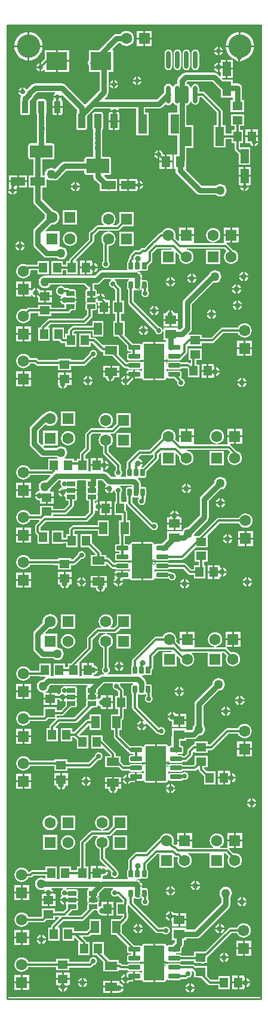
<source format=gtl>
G04*
G04 #@! TF.GenerationSoftware,Altium Limited,Altium Designer,22.3.1 (43)*
G04*
G04 Layer_Physical_Order=1*
G04 Layer_Color=255*
%FSLAX25Y25*%
%MOIN*%
G70*
G04*
G04 #@! TF.SameCoordinates,279A1D3E-A716-413B-99E7-0DBA20A4D314*
G04*
G04*
G04 #@! TF.FilePolarity,Positive*
G04*
G01*
G75*
%ADD15C,0.00394*%
%ADD17C,0.01000*%
%ADD19R,0.07087X0.04528*%
%ADD20R,0.05709X0.04724*%
%ADD21R,0.06102X0.05118*%
%ADD22R,0.04724X0.05709*%
G04:AMPARAMS|DCode=23|XSize=23.62mil|YSize=39.37mil|CornerRadius=2.01mil|HoleSize=0mil|Usage=FLASHONLY|Rotation=0.000|XOffset=0mil|YOffset=0mil|HoleType=Round|Shape=RoundedRectangle|*
%AMROUNDEDRECTD23*
21,1,0.02362,0.03535,0,0,0.0*
21,1,0.01961,0.03937,0,0,0.0*
1,1,0.00402,0.00980,-0.01768*
1,1,0.00402,-0.00980,-0.01768*
1,1,0.00402,-0.00980,0.01768*
1,1,0.00402,0.00980,0.01768*
%
%ADD23ROUNDEDRECTD23*%
%ADD24R,0.04528X0.07087*%
G04:AMPARAMS|DCode=25|XSize=25.59mil|YSize=47.24mil|CornerRadius=1.92mil|HoleSize=0mil|Usage=FLASHONLY|Rotation=90.000|XOffset=0mil|YOffset=0mil|HoleType=Round|Shape=RoundedRectangle|*
%AMROUNDEDRECTD25*
21,1,0.02559,0.04341,0,0,90.0*
21,1,0.02175,0.04724,0,0,90.0*
1,1,0.00384,0.02170,0.01088*
1,1,0.00384,0.02170,-0.01088*
1,1,0.00384,-0.02170,-0.01088*
1,1,0.00384,-0.02170,0.01088*
%
%ADD25ROUNDEDRECTD25*%
G04:AMPARAMS|DCode=26|XSize=25.59mil|YSize=64.96mil|CornerRadius=1.92mil|HoleSize=0mil|Usage=FLASHONLY|Rotation=90.000|XOffset=0mil|YOffset=0mil|HoleType=Round|Shape=RoundedRectangle|*
%AMROUNDEDRECTD26*
21,1,0.02559,0.06112,0,0,90.0*
21,1,0.02175,0.06496,0,0,90.0*
1,1,0.00384,0.03056,0.01088*
1,1,0.00384,0.03056,-0.01088*
1,1,0.00384,-0.03056,-0.01088*
1,1,0.00384,-0.03056,0.01088*
%
%ADD26ROUNDEDRECTD26*%
%ADD27R,0.11614X0.10039*%
%ADD28R,0.04724X0.07874*%
%ADD29R,0.05118X0.06102*%
%ADD30R,0.07874X0.04724*%
%ADD31R,0.05034X0.10827*%
%ADD32O,0.02756X0.09843*%
G04:AMPARAMS|DCode=33|XSize=125.98mil|YSize=68.9mil|CornerRadius=2.07mil|HoleSize=0mil|Usage=FLASHONLY|Rotation=0.000|XOffset=0mil|YOffset=0mil|HoleType=Round|Shape=RoundedRectangle|*
%AMROUNDEDRECTD33*
21,1,0.12598,0.06476,0,0,0.0*
21,1,0.12185,0.06890,0,0,0.0*
1,1,0.00413,0.06093,-0.03238*
1,1,0.00413,-0.06093,-0.03238*
1,1,0.00413,-0.06093,0.03238*
1,1,0.00413,0.06093,0.03238*
%
%ADD33ROUNDEDRECTD33*%
G04:AMPARAMS|DCode=34|XSize=35.43mil|YSize=68.9mil|CornerRadius=1.95mil|HoleSize=0mil|Usage=FLASHONLY|Rotation=0.000|XOffset=0mil|YOffset=0mil|HoleType=Round|Shape=RoundedRectangle|*
%AMROUNDEDRECTD34*
21,1,0.03543,0.06500,0,0,0.0*
21,1,0.03154,0.06890,0,0,0.0*
1,1,0.00390,0.01577,-0.03250*
1,1,0.00390,-0.01577,-0.03250*
1,1,0.00390,-0.01577,0.03250*
1,1,0.00390,0.01577,0.03250*
%
%ADD34ROUNDEDRECTD34*%
G04:AMPARAMS|DCode=35|XSize=127.95mil|YSize=80.71mil|CornerRadius=2.02mil|HoleSize=0mil|Usage=FLASHONLY|Rotation=0.000|XOffset=0mil|YOffset=0mil|HoleType=Round|Shape=RoundedRectangle|*
%AMROUNDEDRECTD35*
21,1,0.12795,0.07667,0,0,0.0*
21,1,0.12392,0.08071,0,0,0.0*
1,1,0.00404,0.06196,-0.03834*
1,1,0.00404,-0.06196,-0.03834*
1,1,0.00404,-0.06196,0.03834*
1,1,0.00404,0.06196,0.03834*
%
%ADD35ROUNDEDRECTD35*%
G04:AMPARAMS|DCode=36|XSize=39.37mil|YSize=80.71mil|CornerRadius=1.97mil|HoleSize=0mil|Usage=FLASHONLY|Rotation=0.000|XOffset=0mil|YOffset=0mil|HoleType=Round|Shape=RoundedRectangle|*
%AMROUNDEDRECTD36*
21,1,0.03937,0.07677,0,0,0.0*
21,1,0.03543,0.08071,0,0,0.0*
1,1,0.00394,0.01772,-0.03839*
1,1,0.00394,-0.01772,-0.03839*
1,1,0.00394,-0.01772,0.03839*
1,1,0.00394,0.01772,0.03839*
%
%ADD36ROUNDEDRECTD36*%
G04:AMPARAMS|DCode=64|XSize=116.14mil|YSize=192.91mil|CornerRadius=2.32mil|HoleSize=0mil|Usage=FLASHONLY|Rotation=0.000|XOffset=0mil|YOffset=0mil|HoleType=Round|Shape=RoundedRectangle|*
%AMROUNDEDRECTD64*
21,1,0.11614,0.18827,0,0,0.0*
21,1,0.11150,0.19291,0,0,0.0*
1,1,0.00465,0.05575,-0.09413*
1,1,0.00465,-0.05575,-0.09413*
1,1,0.00465,-0.05575,0.09413*
1,1,0.00465,0.05575,0.09413*
%
%ADD64ROUNDEDRECTD64*%
%ADD65C,0.01400*%
%ADD66C,0.03000*%
%ADD67C,0.06299*%
%ADD68R,0.06299X0.06299*%
%ADD69R,0.06299X0.06299*%
%ADD70C,0.13000*%
%ADD71C,0.05000*%
%ADD72C,0.02756*%
%ADD73C,0.01968*%
%ADD74C,0.03150*%
%ADD75C,0.03937*%
G36*
X141732Y-541000D02*
X0D01*
Y0D01*
X141732D01*
Y-541000D01*
D02*
G37*
%LPC*%
G36*
X80650Y-3350D02*
X77000D01*
Y-7000D01*
X80650D01*
Y-3350D01*
D02*
G37*
G36*
X76000D02*
X72350D01*
Y-7000D01*
X76000D01*
Y-3350D01*
D02*
G37*
G36*
X130421Y-3922D02*
Y-11311D01*
X137810D01*
X137707Y-10262D01*
X137255Y-8773D01*
X136522Y-7401D01*
X135534Y-6198D01*
X134332Y-5211D01*
X132959Y-4477D01*
X131470Y-4025D01*
X130421Y-3922D01*
D02*
G37*
G36*
X129421D02*
X128373Y-4025D01*
X126883Y-4477D01*
X125511Y-5211D01*
X124308Y-6198D01*
X123321Y-7401D01*
X122587Y-8773D01*
X122136Y-10262D01*
X122032Y-11311D01*
X129421D01*
Y-3922D01*
D02*
G37*
G36*
X12311D02*
Y-11311D01*
X19700D01*
X19597Y-10262D01*
X19145Y-8773D01*
X18411Y-7401D01*
X17424Y-6198D01*
X16221Y-5211D01*
X14849Y-4477D01*
X13360Y-4025D01*
X12311Y-3922D01*
D02*
G37*
G36*
X11311D02*
X10262Y-4025D01*
X8773Y-4477D01*
X7401Y-5211D01*
X6198Y-6198D01*
X5211Y-7401D01*
X4477Y-8773D01*
X4025Y-10262D01*
X3922Y-11311D01*
X11311D01*
Y-3922D01*
D02*
G37*
G36*
X80650Y-8000D02*
X77000D01*
Y-11650D01*
X80650D01*
Y-8000D01*
D02*
G37*
G36*
X76000D02*
X72350D01*
Y-11650D01*
X76000D01*
Y-8000D01*
D02*
G37*
G36*
X66500Y-3315D02*
X65417Y-3457D01*
X64407Y-3875D01*
X63541Y-4541D01*
X63225Y-4951D01*
X61000D01*
X60024Y-5145D01*
X59198Y-5698D01*
X50915Y-13980D01*
X45496D01*
Y-19499D01*
X45145Y-20024D01*
X44951Y-21000D01*
X45145Y-21975D01*
X45496Y-22501D01*
Y-26020D01*
X51451D01*
Y-36444D01*
X45698Y-42198D01*
X43743Y-44152D01*
X43232Y-44128D01*
X32302Y-33198D01*
X31475Y-32645D01*
X30500Y-32451D01*
X15500D01*
X14525Y-32645D01*
X13698Y-33198D01*
X11134Y-35761D01*
X10490Y-35698D01*
X10214Y-35286D01*
X9428Y-34760D01*
X9000Y-34675D01*
Y-37000D01*
X8500D01*
Y-37500D01*
X6175D01*
X6260Y-37928D01*
X6786Y-38714D01*
X7475Y-39175D01*
X7733Y-39688D01*
X7590Y-39902D01*
X7396Y-40878D01*
Y-41751D01*
X7243Y-41981D01*
X7150Y-42447D01*
Y-48947D01*
X7243Y-49413D01*
X7507Y-49808D01*
X7902Y-50072D01*
X8368Y-50165D01*
X11522D01*
X11988Y-50072D01*
X12383Y-49808D01*
X12647Y-49413D01*
X12740Y-48947D01*
Y-42447D01*
X12647Y-41981D01*
X12632Y-41957D01*
X14180Y-40409D01*
X14733Y-39582D01*
X14785Y-39320D01*
X16556Y-37549D01*
X26543D01*
X26695Y-38049D01*
X26341Y-38286D01*
X25815Y-39072D01*
X25730Y-39500D01*
X30380D01*
X30304Y-39116D01*
X30326Y-39087D01*
X30870Y-38975D01*
X38896Y-47001D01*
Y-48741D01*
X38810Y-48798D01*
X38546Y-49194D01*
X38453Y-49661D01*
Y-57339D01*
X38546Y-57806D01*
X38810Y-58201D01*
X39206Y-58466D01*
X39673Y-58559D01*
X43216D01*
X43683Y-58466D01*
X44079Y-58201D01*
X44344Y-57806D01*
X44437Y-57339D01*
Y-50668D01*
X48556Y-46549D01*
X57579D01*
X57815Y-46990D01*
X57760Y-47072D01*
X57675Y-47500D01*
X62325D01*
X62240Y-47072D01*
X62185Y-46990D01*
X62421Y-46549D01*
X71951D01*
Y-54000D01*
X71983Y-54161D01*
Y-61413D01*
X79017D01*
Y-48587D01*
X77049D01*
Y-46549D01*
X84646D01*
X85621Y-46355D01*
X86448Y-45802D01*
X88323Y-43928D01*
X89072Y-44429D01*
X90000Y-44614D01*
X90928Y-44429D01*
X91714Y-43903D01*
X92240Y-43117D01*
X92245Y-43091D01*
X92755D01*
X92760Y-43117D01*
X93286Y-43903D01*
X94072Y-44429D01*
X94951Y-44604D01*
Y-48587D01*
X90093D01*
Y-61413D01*
X94951D01*
Y-71949D01*
X92878D01*
Y-80051D01*
X93888D01*
Y-80937D01*
X94082Y-81912D01*
X94635Y-82739D01*
X105698Y-93802D01*
X106525Y-94355D01*
X107500Y-94549D01*
X116572D01*
X117235Y-95057D01*
X118086Y-95410D01*
X119000Y-95530D01*
X119914Y-95410D01*
X120765Y-95057D01*
X121496Y-94496D01*
X122057Y-93765D01*
X122410Y-92914D01*
X122530Y-92000D01*
X122410Y-91086D01*
X122057Y-90235D01*
X121496Y-89504D01*
X120765Y-88943D01*
X119914Y-88590D01*
X119000Y-88470D01*
X118086Y-88590D01*
X117235Y-88943D01*
X116572Y-89451D01*
X108556D01*
X99618Y-80513D01*
X99809Y-80051D01*
X99996D01*
Y-75203D01*
X100049Y-74937D01*
Y-68413D01*
X104017D01*
Y-55587D01*
X100049D01*
Y-44604D01*
X100928Y-44429D01*
X101714Y-43903D01*
X102240Y-43117D01*
X102347Y-42579D01*
X102857Y-42579D01*
X102948Y-43039D01*
X103430Y-43759D01*
X104150Y-44241D01*
X105000Y-44410D01*
X105850Y-44241D01*
X106570Y-43759D01*
X107052Y-43039D01*
X107221Y-42189D01*
Y-40175D01*
X108512D01*
X117081Y-48744D01*
Y-55787D01*
X115293D01*
Y-68213D01*
X121927D01*
Y-63529D01*
X125401D01*
Y-65654D01*
X127034D01*
Y-69039D01*
X127150Y-69625D01*
X127481Y-70121D01*
X129338Y-71977D01*
Y-77713D01*
X135662D01*
Y-68239D01*
X130092D01*
Y-65654D01*
X131725D01*
Y-58346D01*
X130092D01*
Y-56099D01*
X132217D01*
Y-49775D01*
X124909D01*
Y-56099D01*
X127034D01*
Y-58346D01*
X125401D01*
Y-60471D01*
X121927D01*
Y-55787D01*
X120140D01*
Y-48110D01*
X120023Y-47525D01*
X119692Y-47029D01*
X110227Y-37564D01*
X109731Y-37233D01*
X109146Y-37116D01*
X107221D01*
Y-35102D01*
X107052Y-34253D01*
X106570Y-33532D01*
X105850Y-33051D01*
X105000Y-32882D01*
X104150Y-33051D01*
X103430Y-33532D01*
X102948Y-34253D01*
X102857Y-34713D01*
X102347Y-34713D01*
X102240Y-34174D01*
X101714Y-33388D01*
X100928Y-32862D01*
X100049Y-32688D01*
Y-32056D01*
X100556Y-31549D01*
X114444D01*
X119138Y-36243D01*
Y-40370D01*
X125862D01*
X125951Y-40833D01*
Y-41701D01*
X124709D01*
Y-48425D01*
X132417D01*
Y-41701D01*
X131049D01*
Y-35000D01*
X130855Y-34025D01*
X130302Y-33198D01*
X129475Y-32645D01*
X128500Y-32451D01*
X125862D01*
Y-30496D01*
X120601D01*
X119913Y-29808D01*
X120105Y-29346D01*
X122000D01*
Y-24409D01*
Y-19472D01*
X119138D01*
Y-20734D01*
X118778Y-20975D01*
X118638Y-20987D01*
X118500Y-20969D01*
Y-23500D01*
Y-26031D01*
X118638Y-26013D01*
X118778Y-26025D01*
X119138Y-26266D01*
Y-28380D01*
X118676Y-28571D01*
X117302Y-27198D01*
X116475Y-26645D01*
X115500Y-26451D01*
X99500D01*
X98524Y-26645D01*
X97698Y-27198D01*
X95698Y-29198D01*
X95145Y-30024D01*
X94951Y-31000D01*
Y-32688D01*
X94072Y-32862D01*
X93286Y-33388D01*
X92760Y-34174D01*
X92755Y-34200D01*
X92245D01*
X92240Y-34174D01*
X91714Y-33388D01*
X90928Y-32862D01*
X90000Y-32678D01*
X89072Y-32862D01*
X88286Y-33388D01*
X87760Y-34174D01*
X87576Y-35102D01*
Y-37465D01*
X83590Y-41451D01*
X54307D01*
X54116Y-40989D01*
X55802Y-39302D01*
X56355Y-38475D01*
X56549Y-37500D01*
Y-26020D01*
X59110D01*
Y-13980D01*
X58778D01*
X58586Y-13518D01*
X62056Y-10049D01*
X63225D01*
X63541Y-10459D01*
X64407Y-11125D01*
X65417Y-11543D01*
X66500Y-11685D01*
X67583Y-11543D01*
X68593Y-11125D01*
X69459Y-10459D01*
X70125Y-9593D01*
X70543Y-8583D01*
X70685Y-7500D01*
X70543Y-6417D01*
X70125Y-5407D01*
X69459Y-4541D01*
X68593Y-3875D01*
X67583Y-3457D01*
X66500Y-3315D01*
D02*
G37*
G36*
X118500Y-12175D02*
Y-14000D01*
X120325D01*
X120240Y-13572D01*
X119714Y-12786D01*
X118928Y-12260D01*
X118500Y-12175D01*
D02*
G37*
G36*
X117500D02*
X117072Y-12260D01*
X116286Y-12786D01*
X115760Y-13572D01*
X115675Y-14000D01*
X117500D01*
Y-12175D01*
D02*
G37*
G36*
X120325Y-15000D02*
X118500D01*
Y-16825D01*
X118928Y-16740D01*
X119714Y-16214D01*
X120240Y-15428D01*
X120325Y-15000D01*
D02*
G37*
G36*
X117500D02*
X115675D01*
X115760Y-15428D01*
X116286Y-16214D01*
X117072Y-16740D01*
X117500Y-16825D01*
Y-15000D01*
D02*
G37*
G36*
X34504Y-13980D02*
X28197D01*
Y-19500D01*
X34504D01*
Y-13980D01*
D02*
G37*
G36*
X19700Y-12311D02*
X12311D01*
Y-19700D01*
X13360Y-19597D01*
X14849Y-19145D01*
X16221Y-18411D01*
X17424Y-17424D01*
X18411Y-16221D01*
X19145Y-14849D01*
X19597Y-13360D01*
X19700Y-12311D01*
D02*
G37*
G36*
X11311D02*
X3922D01*
X4025Y-13360D01*
X4477Y-14849D01*
X5211Y-16221D01*
X6198Y-17424D01*
X7401Y-18411D01*
X8773Y-19145D01*
X10262Y-19597D01*
X11311Y-19700D01*
Y-12311D01*
D02*
G37*
G36*
X137810D02*
X122032D01*
X122136Y-13360D01*
X122587Y-14849D01*
X123321Y-16221D01*
X124308Y-17424D01*
X125511Y-18411D01*
X126883Y-19145D01*
X127538Y-19343D01*
X127786Y-19714D01*
X128572Y-20240D01*
X129000Y-20325D01*
Y-18000D01*
X130000D01*
Y-20325D01*
X130428Y-20240D01*
X131214Y-19714D01*
X131281Y-19615D01*
X131470Y-19597D01*
X132959Y-19145D01*
X134332Y-18411D01*
X135534Y-17424D01*
X136522Y-16221D01*
X137255Y-14849D01*
X137707Y-13360D01*
X137810Y-12311D01*
D02*
G37*
G36*
X117500Y-20969D02*
X117328Y-20991D01*
X116701Y-21251D01*
X116164Y-21664D01*
X115751Y-22201D01*
X115491Y-22828D01*
X115469Y-23000D01*
X117500D01*
Y-20969D01*
D02*
G37*
G36*
X18000Y-21175D02*
X17572Y-21260D01*
X16786Y-21786D01*
X16260Y-22572D01*
X16175Y-23000D01*
X18000D01*
Y-21175D01*
D02*
G37*
G36*
X125862Y-19472D02*
X123000D01*
Y-23909D01*
X125862D01*
Y-19472D01*
D02*
G37*
G36*
X105000Y-13590D02*
X104150Y-13759D01*
X103430Y-14241D01*
X102948Y-14961D01*
X102779Y-15811D01*
Y-22898D01*
X102948Y-23747D01*
X103430Y-24468D01*
X104150Y-24949D01*
X105000Y-25118D01*
X105850Y-24949D01*
X106570Y-24468D01*
X107052Y-23747D01*
X107221Y-22898D01*
Y-15811D01*
X107052Y-14961D01*
X106570Y-14241D01*
X105850Y-13759D01*
X105000Y-13590D01*
D02*
G37*
G36*
X100000D02*
X99150Y-13759D01*
X98430Y-14241D01*
X97948Y-14961D01*
X97779Y-15811D01*
Y-22898D01*
X97948Y-23747D01*
X98430Y-24468D01*
X99150Y-24949D01*
X100000Y-25118D01*
X100850Y-24949D01*
X101570Y-24468D01*
X102052Y-23747D01*
X102221Y-22898D01*
Y-15811D01*
X102052Y-14961D01*
X101570Y-14241D01*
X100850Y-13759D01*
X100000Y-13590D01*
D02*
G37*
G36*
X95000D02*
X94150Y-13759D01*
X93430Y-14241D01*
X92948Y-14961D01*
X92779Y-15811D01*
Y-22898D01*
X92948Y-23747D01*
X93430Y-24468D01*
X94150Y-24949D01*
X95000Y-25118D01*
X95850Y-24949D01*
X96570Y-24468D01*
X97052Y-23747D01*
X97221Y-22898D01*
Y-15811D01*
X97052Y-14961D01*
X96570Y-14241D01*
X95850Y-13759D01*
X95000Y-13590D01*
D02*
G37*
G36*
X90000D02*
X89150Y-13759D01*
X88430Y-14241D01*
X87948Y-14961D01*
X87779Y-15811D01*
Y-22898D01*
X87948Y-23747D01*
X88430Y-24468D01*
X89150Y-24949D01*
X90000Y-25118D01*
X90850Y-24949D01*
X91570Y-24468D01*
X92052Y-23747D01*
X92221Y-22898D01*
Y-15811D01*
X92052Y-14961D01*
X91570Y-14241D01*
X90850Y-13759D01*
X90000Y-13590D01*
D02*
G37*
G36*
X18000Y-24000D02*
X16175D01*
X16260Y-24428D01*
X16786Y-25214D01*
X17572Y-25740D01*
X18000Y-25825D01*
Y-24000D01*
D02*
G37*
G36*
X34504Y-20500D02*
X28197D01*
Y-26020D01*
X34504D01*
Y-20500D01*
D02*
G37*
G36*
X27197Y-13980D02*
X20890D01*
Y-18947D01*
X19000Y-20837D01*
Y-23500D01*
Y-25825D01*
X19428Y-25740D01*
X20214Y-25214D01*
X20390Y-24952D01*
X20890Y-25104D01*
Y-26020D01*
X27197D01*
Y-20000D01*
Y-13980D01*
D02*
G37*
G36*
X117500Y-24000D02*
X115469D01*
X115491Y-24172D01*
X115751Y-24799D01*
X116164Y-25336D01*
X116701Y-25749D01*
X117328Y-26008D01*
X117500Y-26031D01*
Y-24000D01*
D02*
G37*
G36*
X125862Y-24909D02*
X123000D01*
Y-29346D01*
X125862D01*
Y-24909D01*
D02*
G37*
G36*
X73000Y-28675D02*
Y-30500D01*
X74825D01*
X74740Y-30072D01*
X74214Y-29286D01*
X73428Y-28760D01*
X73000Y-28675D01*
D02*
G37*
G36*
X72000D02*
X71572Y-28760D01*
X70786Y-29286D01*
X70260Y-30072D01*
X70175Y-30500D01*
X72000D01*
Y-28675D01*
D02*
G37*
G36*
X60000Y-30675D02*
Y-32500D01*
X61825D01*
X61740Y-32072D01*
X61214Y-31286D01*
X60428Y-30760D01*
X60000Y-30675D01*
D02*
G37*
G36*
X59000D02*
X58572Y-30760D01*
X57786Y-31286D01*
X57260Y-32072D01*
X57175Y-32500D01*
X59000D01*
Y-30675D01*
D02*
G37*
G36*
X74825Y-31500D02*
X73000D01*
Y-33325D01*
X73428Y-33240D01*
X74214Y-32714D01*
X74740Y-31928D01*
X74825Y-31500D01*
D02*
G37*
G36*
X72000D02*
X70175D01*
X70260Y-31928D01*
X70786Y-32714D01*
X71572Y-33240D01*
X72000Y-33325D01*
Y-31500D01*
D02*
G37*
G36*
X61825Y-33500D02*
X60000D01*
Y-35325D01*
X60428Y-35240D01*
X61214Y-34714D01*
X61740Y-33928D01*
X61825Y-33500D01*
D02*
G37*
G36*
X59000D02*
X57175D01*
X57260Y-33928D01*
X57786Y-34714D01*
X58572Y-35240D01*
X59000Y-35325D01*
Y-33500D01*
D02*
G37*
G36*
X8000Y-34675D02*
X7572Y-34760D01*
X6786Y-35286D01*
X6260Y-36072D01*
X6175Y-36500D01*
X8000D01*
Y-34675D01*
D02*
G37*
G36*
X30380Y-40500D02*
X25730D01*
X25815Y-40928D01*
X26037Y-41260D01*
X26012Y-41321D01*
X25617Y-41585D01*
X25353Y-41981D01*
X25260Y-42447D01*
Y-45197D01*
X30850D01*
Y-42447D01*
X30757Y-41981D01*
X30493Y-41585D01*
X30098Y-41321D01*
X30073Y-41260D01*
X30295Y-40928D01*
X30380Y-40500D01*
D02*
G37*
G36*
X30850Y-46197D02*
X28555D01*
Y-50165D01*
X29632D01*
X30098Y-50072D01*
X30493Y-49808D01*
X30757Y-49413D01*
X30850Y-48947D01*
Y-46197D01*
D02*
G37*
G36*
X27555D02*
X25260D01*
Y-48947D01*
X25353Y-49413D01*
X25617Y-49808D01*
X26012Y-50072D01*
X26478Y-50165D01*
X27555D01*
Y-46197D01*
D02*
G37*
G36*
X62325Y-48500D02*
X57487D01*
X57316Y-48534D01*
X56921Y-48798D01*
X56656Y-49194D01*
X56563Y-49661D01*
Y-53000D01*
X62547D01*
Y-49661D01*
X62454Y-49194D01*
X62248Y-48886D01*
X62325Y-48500D01*
D02*
G37*
G36*
X62547Y-54000D02*
X60055D01*
Y-58559D01*
X61327D01*
X61794Y-58466D01*
X62190Y-58201D01*
X62454Y-57806D01*
X62547Y-57339D01*
Y-54000D01*
D02*
G37*
G36*
X59055D02*
X56563D01*
Y-57339D01*
X56656Y-57806D01*
X56921Y-58201D01*
X57316Y-58466D01*
X57784Y-58559D01*
X59055D01*
Y-54000D01*
D02*
G37*
G36*
X139799Y-58146D02*
X136937D01*
Y-61500D01*
X139799D01*
Y-58146D01*
D02*
G37*
G36*
X135937D02*
X133075D01*
Y-61500D01*
X135937D01*
Y-58146D01*
D02*
G37*
G36*
X140120Y-65644D02*
X138295D01*
Y-67469D01*
X138723Y-67384D01*
X139510Y-66858D01*
X140035Y-66071D01*
X140120Y-65644D01*
D02*
G37*
G36*
X139799Y-62500D02*
X136437D01*
X133075D01*
Y-65854D01*
X135512D01*
X135555Y-66071D01*
X136081Y-66858D01*
X136867Y-67384D01*
X137295Y-67469D01*
Y-65144D01*
X137795D01*
Y-64644D01*
X140120D01*
X140035Y-64216D01*
X139799Y-63863D01*
Y-62500D01*
D02*
G37*
G36*
X84000Y-69675D02*
X83572Y-69760D01*
X82786Y-70286D01*
X82260Y-71072D01*
X82175Y-71500D01*
X84000D01*
Y-69675D01*
D02*
G37*
G36*
Y-72500D02*
X82175D01*
X82260Y-72928D01*
X82786Y-73714D01*
X83572Y-74240D01*
X84000Y-74325D01*
Y-72500D01*
D02*
G37*
G36*
X92122Y-71949D02*
X89063D01*
Y-75500D01*
X92122D01*
Y-71949D01*
D02*
G37*
G36*
X85000Y-69675D02*
Y-72000D01*
Y-74742D01*
X85004Y-74746D01*
Y-75500D01*
X88063D01*
Y-71949D01*
X86914D01*
X86740Y-71072D01*
X86214Y-70286D01*
X85428Y-69760D01*
X85000Y-69675D01*
D02*
G37*
G36*
X92122Y-76500D02*
X89063D01*
Y-80051D01*
X92122D01*
Y-76500D01*
D02*
G37*
G36*
X88063D02*
X85004D01*
Y-80051D01*
X88063D01*
Y-76500D01*
D02*
G37*
G36*
X135862Y-79063D02*
X133000D01*
Y-83500D01*
X135862D01*
Y-79063D01*
D02*
G37*
G36*
X132000D02*
X129138D01*
Y-83500D01*
X132000D01*
Y-79063D01*
D02*
G37*
G36*
X10937Y-83638D02*
X6500D01*
Y-86500D01*
X10937D01*
Y-83638D01*
D02*
G37*
G36*
X5500D02*
X1063D01*
Y-86500D01*
X5500D01*
Y-83638D01*
D02*
G37*
G36*
X74000Y-86675D02*
Y-88500D01*
X75825D01*
X75740Y-88072D01*
X75214Y-87286D01*
X74428Y-86760D01*
X74000Y-86675D01*
D02*
G37*
G36*
X67000Y-85638D02*
X62563D01*
Y-88500D01*
X67000D01*
Y-85638D01*
D02*
G37*
G36*
X135862Y-84500D02*
X132500D01*
X129138D01*
Y-88937D01*
X129795D01*
X130187Y-89437D01*
X130175Y-89500D01*
X134825D01*
X134813Y-89437D01*
X135205Y-88937D01*
X135862D01*
Y-84500D01*
D02*
G37*
G36*
X38500Y-87469D02*
Y-89500D01*
X40531D01*
X40508Y-89328D01*
X40249Y-88701D01*
X39836Y-88164D01*
X39298Y-87751D01*
X38672Y-87492D01*
X38500Y-87469D01*
D02*
G37*
G36*
X37500D02*
X37328Y-87492D01*
X36702Y-87751D01*
X36164Y-88164D01*
X35751Y-88701D01*
X35491Y-89328D01*
X35469Y-89500D01*
X37500D01*
Y-87469D01*
D02*
G37*
G36*
X5500Y-87500D02*
X1063D01*
Y-90362D01*
X1063D01*
X1139Y-90505D01*
X760Y-91072D01*
X675Y-91500D01*
X5325D01*
X5240Y-91072D01*
X5100Y-90862D01*
X5367Y-90362D01*
X5500D01*
Y-87500D01*
D02*
G37*
G36*
X10937D02*
X6500D01*
Y-90362D01*
X10937D01*
Y-87500D01*
D02*
G37*
G36*
X75825Y-89500D02*
X74000D01*
Y-91325D01*
X74428Y-91240D01*
X75214Y-90714D01*
X75740Y-89928D01*
X75825Y-89500D01*
D02*
G37*
G36*
X72437Y-85638D02*
X68000D01*
Y-89000D01*
Y-92362D01*
X72437D01*
Y-91705D01*
X72937Y-91312D01*
X73000Y-91325D01*
Y-89000D01*
Y-86675D01*
X72937Y-86687D01*
X72437Y-86295D01*
Y-85638D01*
D02*
G37*
G36*
X134825Y-90500D02*
X133000D01*
Y-92325D01*
X133428Y-92240D01*
X134214Y-91714D01*
X134740Y-90928D01*
X134825Y-90500D01*
D02*
G37*
G36*
X132000D02*
X130175D01*
X130260Y-90928D01*
X130786Y-91714D01*
X131572Y-92240D01*
X132000Y-92325D01*
Y-90500D01*
D02*
G37*
G36*
X67000Y-89500D02*
X62563D01*
Y-92362D01*
X67000D01*
Y-89500D01*
D02*
G37*
G36*
X40531Y-90500D02*
X38500D01*
Y-92531D01*
X38672Y-92509D01*
X39298Y-92249D01*
X39836Y-91836D01*
X40249Y-91299D01*
X40508Y-90672D01*
X40531Y-90500D01*
D02*
G37*
G36*
X37500D02*
X35469D01*
X35491Y-90672D01*
X35751Y-91299D01*
X36164Y-91836D01*
X36702Y-92249D01*
X37328Y-92509D01*
X37500Y-92531D01*
Y-90500D01*
D02*
G37*
G36*
X20577Y-41229D02*
X17423D01*
X16957Y-41321D01*
X16562Y-41585D01*
X16298Y-41981D01*
X16205Y-42447D01*
Y-48947D01*
X16298Y-49413D01*
X16451Y-49643D01*
Y-65835D01*
X12908D01*
X12437Y-65928D01*
X12037Y-66195D01*
X11771Y-66594D01*
X11677Y-67065D01*
Y-73541D01*
X11771Y-74012D01*
X12037Y-74411D01*
X12437Y-74678D01*
X12908Y-74772D01*
X14475D01*
Y-83638D01*
X12087D01*
Y-90362D01*
X14475D01*
Y-98024D01*
X14669Y-98999D01*
X15221Y-99826D01*
X21061Y-105666D01*
X20957Y-105917D01*
X20815Y-107000D01*
X20882Y-107513D01*
X15198Y-113198D01*
X14645Y-114024D01*
X14451Y-115000D01*
Y-122000D01*
X14645Y-122976D01*
X15198Y-123802D01*
X20198Y-128802D01*
X21024Y-129355D01*
X22000Y-129549D01*
X27573D01*
X28235Y-130057D01*
X29086Y-130410D01*
X30000Y-130530D01*
X30914Y-130410D01*
X31765Y-130057D01*
X32496Y-129496D01*
X33057Y-128765D01*
X33410Y-127914D01*
X33530Y-127000D01*
X33410Y-126086D01*
X33057Y-125235D01*
X32496Y-124504D01*
X31765Y-123943D01*
X30914Y-123590D01*
X30000Y-123470D01*
X29432Y-123545D01*
X29390Y-123550D01*
X29150Y-123077D01*
X29150Y-122777D01*
Y-122777D01*
X29150Y-122776D01*
Y-114850D01*
X21462D01*
X21254Y-114350D01*
X24487Y-111118D01*
X25000Y-111185D01*
X26083Y-111043D01*
X27093Y-110625D01*
X27959Y-109959D01*
X28625Y-109093D01*
X29043Y-108083D01*
X29185Y-107000D01*
X29043Y-105917D01*
X28625Y-104907D01*
X27959Y-104041D01*
X27093Y-103375D01*
X26083Y-102957D01*
X25483Y-102878D01*
X19573Y-96968D01*
Y-90362D01*
X21961D01*
Y-86093D01*
X22461Y-85847D01*
X22735Y-86057D01*
X23586Y-86410D01*
X24500Y-86530D01*
X25414Y-86410D01*
X25539Y-86358D01*
X26500Y-86549D01*
X27476Y-86355D01*
X28302Y-85802D01*
X33056Y-81049D01*
X43079D01*
Y-82334D01*
X43172Y-82803D01*
X43438Y-83200D01*
X43835Y-83466D01*
X44304Y-83559D01*
X47951D01*
Y-84500D01*
X48145Y-85475D01*
X48698Y-86302D01*
X49525Y-86855D01*
X49806Y-86911D01*
X51539Y-88644D01*
Y-92362D01*
X55561D01*
X56500Y-92549D01*
X57439Y-92362D01*
X61413D01*
Y-85638D01*
X55743D01*
X54126Y-84021D01*
X54317Y-83559D01*
X56696D01*
X57165Y-83466D01*
X57562Y-83200D01*
X57828Y-82803D01*
X57921Y-82334D01*
Y-74666D01*
X57828Y-74197D01*
X57562Y-73800D01*
X57165Y-73534D01*
X56696Y-73441D01*
X53049D01*
Y-58259D01*
X53135Y-58201D01*
X53399Y-57806D01*
X53492Y-57339D01*
Y-49661D01*
X53399Y-49194D01*
X53135Y-48798D01*
X52739Y-48534D01*
X52272Y-48441D01*
X48728D01*
X48261Y-48534D01*
X47866Y-48798D01*
X47601Y-49194D01*
X47508Y-49661D01*
Y-57339D01*
X47601Y-57806D01*
X47866Y-58201D01*
X47951Y-58259D01*
Y-73441D01*
X44304D01*
X43835Y-73534D01*
X43438Y-73800D01*
X43172Y-74197D01*
X43079Y-74666D01*
Y-75951D01*
X32000D01*
X31025Y-76145D01*
X30198Y-76698D01*
X26654Y-80241D01*
X26265Y-79943D01*
X25414Y-79590D01*
X24500Y-79470D01*
X23586Y-79590D01*
X22735Y-79943D01*
X22004Y-80504D01*
X21443Y-81235D01*
X21090Y-82086D01*
X20970Y-83000D01*
X21004Y-83262D01*
X20675Y-83638D01*
X19573D01*
Y-74772D01*
X25093D01*
X25563Y-74678D01*
X25962Y-74411D01*
X26229Y-74012D01*
X26323Y-73541D01*
Y-67065D01*
X26229Y-66594D01*
X25962Y-66195D01*
X25563Y-65928D01*
X25093Y-65835D01*
X21549D01*
Y-49643D01*
X21702Y-49413D01*
X21795Y-48947D01*
Y-42447D01*
X21702Y-41981D01*
X21438Y-41585D01*
X21043Y-41321D01*
X20577Y-41229D01*
D02*
G37*
G36*
X5325Y-92500D02*
X3500D01*
Y-94325D01*
X3928Y-94240D01*
X4714Y-93714D01*
X5240Y-92928D01*
X5325Y-92500D01*
D02*
G37*
G36*
X2500D02*
X675D01*
X760Y-92928D01*
X1286Y-93714D01*
X2072Y-94240D01*
X2500Y-94325D01*
Y-92500D01*
D02*
G37*
G36*
X38950Y-103050D02*
X31050D01*
Y-110950D01*
X38950D01*
Y-103050D01*
D02*
G37*
G36*
X129150Y-112850D02*
X125500D01*
Y-116500D01*
X129150D01*
Y-112850D01*
D02*
G37*
G36*
X104150D02*
X100500D01*
Y-116500D01*
X104150D01*
Y-112850D01*
D02*
G37*
G36*
X99500D02*
X95850D01*
Y-116500D01*
X99500D01*
Y-112850D01*
D02*
G37*
G36*
X124500D02*
X120850D01*
Y-116500D01*
X124500D01*
Y-112850D01*
D02*
G37*
G36*
X129150Y-117500D02*
X125500D01*
Y-121150D01*
X129150D01*
Y-117500D01*
D02*
G37*
G36*
X115000Y-113016D02*
X113969Y-113152D01*
X113008Y-113550D01*
X112183Y-114183D01*
X111550Y-115008D01*
X111152Y-115969D01*
X111016Y-117000D01*
X111152Y-118031D01*
X111550Y-118992D01*
X112183Y-119817D01*
X113008Y-120450D01*
X113969Y-120848D01*
X114624Y-120934D01*
X114901Y-120971D01*
X114868Y-121471D01*
X104517D01*
X104150Y-121150D01*
Y-117500D01*
X100000D01*
X95850D01*
Y-119923D01*
X95389Y-120114D01*
X93689Y-118415D01*
X93848Y-118031D01*
X93984Y-117000D01*
X93848Y-115969D01*
X93450Y-115008D01*
X92817Y-114183D01*
X91992Y-113550D01*
X91031Y-113152D01*
X90000Y-113016D01*
X88969Y-113152D01*
X88008Y-113550D01*
X87183Y-114183D01*
X86550Y-115008D01*
X86358Y-115471D01*
X85980D01*
X85395Y-115587D01*
X84899Y-115919D01*
X81283Y-119534D01*
X81007Y-119719D01*
X76607Y-124118D01*
X75551D01*
X74966Y-124235D01*
X74470Y-124566D01*
X73640Y-125396D01*
X71726D01*
X71141Y-125512D01*
X70645Y-125844D01*
X68844Y-127645D01*
X68512Y-128141D01*
X68396Y-128726D01*
Y-129441D01*
X67919Y-129919D01*
X67587Y-130415D01*
X67471Y-131000D01*
Y-131409D01*
X67318Y-131511D01*
X67097Y-131842D01*
X67019Y-132232D01*
Y-135768D01*
X67055Y-135951D01*
X66737Y-136451D01*
X53000D01*
X52025Y-136645D01*
X51198Y-137198D01*
X48944Y-139451D01*
X22000D01*
X21545Y-139541D01*
X21000Y-139470D01*
X20086Y-139590D01*
X19235Y-139943D01*
X18504Y-140504D01*
X17943Y-141235D01*
X17590Y-142086D01*
X17470Y-143000D01*
X17590Y-143914D01*
X17943Y-144765D01*
X18504Y-145496D01*
X19235Y-146057D01*
X20086Y-146410D01*
X21000Y-146530D01*
X21914Y-146410D01*
X22765Y-146057D01*
X23496Y-145496D01*
X24057Y-144765D01*
X24147Y-144549D01*
X42944D01*
X44217Y-145822D01*
X45044Y-146375D01*
X45074Y-146380D01*
Y-147161D01*
X44637D01*
X44250Y-147238D01*
X43922Y-147457D01*
X43702Y-147785D01*
X43626Y-148172D01*
Y-150347D01*
X43702Y-150734D01*
X43922Y-151063D01*
Y-151197D01*
X43702Y-151525D01*
X43626Y-151912D01*
Y-154088D01*
X43702Y-154475D01*
X43922Y-154803D01*
Y-154937D01*
X43702Y-155265D01*
X43626Y-155652D01*
Y-157828D01*
X43702Y-158215D01*
X43922Y-158543D01*
X44250Y-158762D01*
X44490Y-158810D01*
Y-161347D01*
X42366Y-163471D01*
X23500D01*
X22915Y-163587D01*
X22419Y-163919D01*
X18919Y-167419D01*
X18587Y-167915D01*
X18501Y-168346D01*
X17401D01*
Y-175654D01*
X23725D01*
Y-168346D01*
X22971D01*
X22779Y-167884D01*
X24134Y-166529D01*
X43000D01*
X43585Y-166413D01*
X44081Y-166081D01*
X47101Y-163062D01*
X47433Y-162566D01*
X47549Y-161980D01*
Y-158839D01*
X48977D01*
X49364Y-158762D01*
X49692Y-158543D01*
X49912Y-158215D01*
X49989Y-157828D01*
Y-155652D01*
X49912Y-155265D01*
X49692Y-154937D01*
Y-154803D01*
X49912Y-154475D01*
X50411Y-154266D01*
X50624Y-154393D01*
X50701Y-154498D01*
Y-156500D01*
X54063D01*
X57425D01*
Y-153146D01*
X55254D01*
X55144Y-152981D01*
X54663Y-152500D01*
X52000D01*
Y-152000D01*
X51500D01*
Y-149469D01*
X51328Y-149492D01*
X50701Y-149751D01*
X50489Y-149914D01*
X49989Y-149668D01*
Y-148172D01*
X49912Y-147785D01*
X49692Y-147457D01*
X49364Y-147238D01*
X48977Y-147161D01*
X48540D01*
Y-144807D01*
X48752Y-144549D01*
X50000D01*
X50976Y-144355D01*
X51802Y-143802D01*
X54056Y-141549D01*
X57848D01*
X58000Y-142049D01*
X57430Y-142430D01*
X56948Y-143150D01*
X56779Y-144000D01*
X56948Y-144850D01*
X57430Y-145570D01*
X58150Y-146052D01*
X59000Y-146221D01*
X59048Y-146211D01*
X60408Y-147571D01*
Y-153346D01*
X58775D01*
Y-160654D01*
X60408D01*
Y-164657D01*
X59318D01*
Y-173343D01*
X61680D01*
X66811Y-178473D01*
Y-180588D01*
X66887Y-180975D01*
X67107Y-181303D01*
X67435Y-181522D01*
X67822Y-181599D01*
X69219D01*
Y-182401D01*
X67822D01*
X67435Y-182478D01*
X67107Y-182697D01*
X66887Y-183025D01*
X66811Y-183412D01*
Y-185588D01*
X66887Y-185975D01*
X67107Y-186303D01*
X67435Y-186522D01*
X67822Y-186599D01*
X73934D01*
X74321Y-186522D01*
X74649Y-186303D01*
X74669Y-186273D01*
X75169Y-186425D01*
Y-186500D01*
X81500D01*
Y-176330D01*
X76425D01*
X75944Y-176426D01*
X75537Y-176698D01*
X75264Y-177106D01*
X75171Y-177578D01*
X75147Y-177593D01*
X74669Y-177727D01*
X74649Y-177697D01*
X74321Y-177478D01*
X73934Y-177401D01*
X70064D01*
X65446Y-172783D01*
Y-164657D01*
X63466D01*
Y-160654D01*
X65099D01*
Y-153346D01*
X63466D01*
Y-146937D01*
X63350Y-146352D01*
X63018Y-145856D01*
X61211Y-144048D01*
X61221Y-144000D01*
X61052Y-143150D01*
X60570Y-142430D01*
X60000Y-142049D01*
X60152Y-141549D01*
X67938D01*
X67988Y-142049D01*
X67649Y-142116D01*
X67318Y-142338D01*
X67097Y-142669D01*
X67019Y-143059D01*
Y-146595D01*
X67097Y-146985D01*
X67318Y-147316D01*
X67490Y-147431D01*
Y-154520D01*
X67607Y-155105D01*
X67938Y-155601D01*
X82289Y-169952D01*
X82279Y-170000D01*
X82448Y-170850D01*
X82930Y-171570D01*
X83650Y-172052D01*
X84500Y-172221D01*
X85350Y-172052D01*
X86070Y-171570D01*
X86552Y-170850D01*
X86630Y-170454D01*
X86841Y-170347D01*
X87168Y-170315D01*
X87201Y-170353D01*
Y-175559D01*
X88703D01*
Y-176257D01*
X88203Y-176524D01*
X88056Y-176426D01*
X87575Y-176330D01*
X82500D01*
Y-186500D01*
X88831D01*
Y-186425D01*
X89331Y-186273D01*
X89351Y-186303D01*
X89679Y-186522D01*
X90066Y-186599D01*
X96178D01*
X96565Y-186522D01*
X96893Y-186303D01*
X97113Y-185975D01*
X97137Y-185852D01*
X97148Y-185850D01*
X97644Y-185519D01*
X100081Y-183081D01*
X100413Y-182585D01*
X100529Y-182000D01*
Y-178633D01*
X100884Y-178279D01*
X101346Y-178471D01*
Y-178662D01*
X108654D01*
Y-177029D01*
X114500D01*
X115085Y-176913D01*
X115581Y-176581D01*
X120633Y-171529D01*
X128858D01*
X129050Y-171992D01*
X129683Y-172817D01*
X130508Y-173450D01*
X131469Y-173848D01*
X132500Y-173984D01*
X133531Y-173848D01*
X134492Y-173450D01*
X135317Y-172817D01*
X135950Y-171992D01*
X136348Y-171031D01*
X136484Y-170000D01*
X136348Y-168969D01*
X135950Y-168008D01*
X135317Y-167183D01*
X134492Y-166550D01*
X133531Y-166152D01*
X132500Y-166016D01*
X131469Y-166152D01*
X130508Y-166550D01*
X129683Y-167183D01*
X129050Y-168008D01*
X128858Y-168471D01*
X120000D01*
X119415Y-168587D01*
X118919Y-168919D01*
X113866Y-173971D01*
X108654D01*
Y-172338D01*
X101827D01*
X101583Y-172338D01*
X101259Y-171927D01*
X101266Y-171838D01*
X102302Y-170802D01*
X102855Y-169975D01*
X103049Y-169000D01*
Y-155556D01*
X115182Y-143422D01*
X116000Y-143530D01*
X116914Y-143410D01*
X117765Y-143057D01*
X118496Y-142496D01*
X119057Y-141765D01*
X119410Y-140914D01*
X119530Y-140000D01*
X119410Y-139086D01*
X119057Y-138235D01*
X118496Y-137504D01*
X117765Y-136943D01*
X116914Y-136590D01*
X116000Y-136470D01*
X115086Y-136590D01*
X114235Y-136943D01*
X113504Y-137504D01*
X112943Y-138235D01*
X112789Y-138606D01*
X98698Y-152698D01*
X98145Y-153524D01*
X97951Y-154500D01*
Y-167944D01*
X96444Y-169451D01*
X95303D01*
Y-168441D01*
X87201D01*
Y-169647D01*
X87168Y-169685D01*
X86841Y-169653D01*
X86630Y-169546D01*
X86552Y-169150D01*
X86070Y-168430D01*
X85350Y-167948D01*
X84500Y-167779D01*
X84452Y-167789D01*
X70549Y-153886D01*
Y-147772D01*
X70606Y-147724D01*
X71049Y-147551D01*
X71311Y-147726D01*
X71780Y-147819D01*
X73740D01*
X74209Y-147726D01*
X74606Y-147460D01*
X75129Y-147537D01*
X75184Y-148058D01*
X74948Y-148410D01*
X74779Y-149260D01*
X74948Y-150110D01*
X75430Y-150830D01*
X76150Y-151311D01*
X77000Y-151480D01*
X77850Y-151311D01*
X78570Y-150830D01*
X79052Y-150110D01*
X79221Y-149260D01*
X79052Y-148410D01*
X78570Y-147690D01*
X78529Y-147662D01*
Y-145327D01*
X78501Y-145183D01*
Y-143059D01*
X78423Y-142669D01*
X78202Y-142338D01*
X77871Y-142116D01*
X77480Y-142039D01*
X75520D01*
X75309Y-141866D01*
Y-140012D01*
X75115Y-139036D01*
X74562Y-138209D01*
X73835Y-137482D01*
X74000Y-136940D01*
X74209Y-136899D01*
X74606Y-136633D01*
X75129Y-136710D01*
X75520Y-136788D01*
X77480D01*
X77871Y-136710D01*
X78202Y-136489D01*
X78423Y-136158D01*
X78501Y-135768D01*
Y-134103D01*
X80522Y-132081D01*
X80854Y-131585D01*
X80970Y-131000D01*
Y-127193D01*
X83634Y-124529D01*
X91909D01*
X91923Y-124550D01*
X91656Y-125050D01*
X86050D01*
Y-132950D01*
X93950D01*
Y-126766D01*
X94411Y-126574D01*
X96112Y-128275D01*
X96016Y-129000D01*
X96152Y-130031D01*
X96550Y-130992D01*
X97183Y-131817D01*
X98008Y-132450D01*
X98969Y-132848D01*
X100000Y-132984D01*
X101031Y-132848D01*
X101992Y-132450D01*
X102817Y-131817D01*
X103450Y-130992D01*
X103848Y-130031D01*
X103984Y-129000D01*
X103848Y-127969D01*
X103450Y-127008D01*
X102817Y-126183D01*
X101992Y-125550D01*
X101031Y-125152D01*
X100491Y-125081D01*
X100356Y-124804D01*
X100337Y-124556D01*
X100369Y-124529D01*
X121367D01*
X122389Y-125551D01*
X122356Y-126050D01*
X122183Y-126183D01*
X121550Y-127008D01*
X121152Y-127969D01*
X121016Y-129000D01*
X121152Y-130031D01*
X121550Y-130992D01*
X122183Y-131817D01*
X123008Y-132450D01*
X123969Y-132848D01*
X125000Y-132984D01*
X126031Y-132848D01*
X126992Y-132450D01*
X127817Y-131817D01*
X128450Y-130992D01*
X128848Y-130031D01*
X128984Y-129000D01*
X128848Y-127969D01*
X128450Y-127008D01*
X127817Y-126183D01*
X126992Y-125550D01*
X126316Y-125270D01*
X126081Y-124919D01*
X123081Y-121919D01*
X122679Y-121650D01*
X122749Y-121181D01*
X122762Y-121150D01*
X124500D01*
Y-117500D01*
X120850D01*
Y-120971D01*
X120850Y-121150D01*
X120483Y-121471D01*
X115132D01*
X115099Y-120971D01*
X115376Y-120934D01*
X116031Y-120848D01*
X116992Y-120450D01*
X117817Y-119817D01*
X118450Y-118992D01*
X118848Y-118031D01*
X118984Y-117000D01*
X118848Y-115969D01*
X118450Y-115008D01*
X117817Y-114183D01*
X116992Y-113550D01*
X116031Y-113152D01*
X115000Y-113016D01*
D02*
G37*
G36*
X7500Y-120469D02*
Y-122500D01*
X9531D01*
X9509Y-122328D01*
X9249Y-121702D01*
X8836Y-121164D01*
X8298Y-120751D01*
X7672Y-120492D01*
X7500Y-120469D01*
D02*
G37*
G36*
X6500D02*
X6328Y-120492D01*
X5702Y-120751D01*
X5164Y-121164D01*
X4751Y-121702D01*
X4492Y-122328D01*
X4469Y-122500D01*
X6500D01*
Y-120469D01*
D02*
G37*
G36*
X70450Y-115050D02*
X62550D01*
Y-122950D01*
X70450D01*
Y-115050D01*
D02*
G37*
G36*
X35000Y-115016D02*
X33969Y-115152D01*
X33008Y-115550D01*
X32183Y-116183D01*
X31550Y-117008D01*
X31152Y-117969D01*
X31016Y-119000D01*
X31152Y-120031D01*
X31550Y-120992D01*
X32183Y-121817D01*
X33008Y-122450D01*
X33969Y-122848D01*
X35000Y-122984D01*
X36031Y-122848D01*
X36992Y-122450D01*
X37817Y-121817D01*
X38450Y-120992D01*
X38848Y-120031D01*
X38984Y-119000D01*
X38848Y-117969D01*
X38450Y-117008D01*
X37817Y-116183D01*
X36992Y-115550D01*
X36031Y-115152D01*
X35000Y-115016D01*
D02*
G37*
G36*
X9531Y-123500D02*
X7500D01*
Y-125531D01*
X7672Y-125508D01*
X8298Y-125249D01*
X8836Y-124836D01*
X9249Y-124299D01*
X9509Y-123672D01*
X9531Y-123500D01*
D02*
G37*
G36*
X6500D02*
X4469D01*
X4492Y-123672D01*
X4751Y-124299D01*
X5164Y-124836D01*
X5702Y-125249D01*
X6328Y-125508D01*
X6500Y-125531D01*
Y-123500D01*
D02*
G37*
G36*
X118950Y-125050D02*
X111050D01*
Y-132950D01*
X118950D01*
Y-125050D01*
D02*
G37*
G36*
X23162Y-131346D02*
X16838D01*
Y-133471D01*
X11000D01*
X10865Y-133498D01*
X10031Y-133152D01*
X9000Y-133016D01*
X7969Y-133152D01*
X7008Y-133550D01*
X6183Y-134183D01*
X5550Y-135008D01*
X5152Y-135969D01*
X5095Y-136403D01*
X5087Y-136415D01*
X4971Y-137000D01*
X5087Y-137585D01*
X5095Y-137597D01*
X5152Y-138031D01*
X5550Y-138992D01*
X6183Y-139817D01*
X7008Y-140450D01*
X7969Y-140848D01*
X9000Y-140984D01*
X10031Y-140848D01*
X10992Y-140450D01*
X11817Y-139817D01*
X12450Y-138992D01*
X12848Y-138031D01*
X12984Y-137000D01*
X12971Y-136905D01*
X13301Y-136529D01*
X16838D01*
Y-138654D01*
X23162D01*
Y-131346D01*
D02*
G37*
G36*
X48500Y-132469D02*
Y-134500D01*
X50531D01*
X50508Y-134328D01*
X50249Y-133702D01*
X49836Y-133164D01*
X49299Y-132751D01*
X48672Y-132492D01*
X48500Y-132469D01*
D02*
G37*
G36*
X43374Y-131146D02*
X40512D01*
Y-134500D01*
X43374D01*
Y-131146D01*
D02*
G37*
G36*
X56500Y-104016D02*
X55469Y-104152D01*
X54508Y-104550D01*
X53683Y-105183D01*
X53050Y-106008D01*
X52652Y-106969D01*
X52516Y-108000D01*
X52652Y-109031D01*
X53050Y-109992D01*
X53683Y-110817D01*
X53883Y-110971D01*
X53714Y-111471D01*
X50571D01*
X49986Y-111587D01*
X49489Y-111919D01*
X46922Y-114486D01*
X46415Y-114587D01*
X45919Y-114919D01*
X45587Y-115415D01*
X45471Y-116000D01*
Y-119367D01*
X34919Y-129919D01*
X34587Y-130415D01*
X34471Y-131000D01*
Y-131346D01*
X32838D01*
Y-133471D01*
X31036D01*
Y-131346D01*
X24712D01*
Y-138654D01*
X31036D01*
Y-136529D01*
X32838D01*
Y-138654D01*
X39162D01*
Y-131346D01*
X38471D01*
X38279Y-130884D01*
X48081Y-121081D01*
X48413Y-120585D01*
X48529Y-120000D01*
Y-117164D01*
X48652Y-117081D01*
X51204Y-114529D01*
X56368D01*
X56401Y-115029D01*
X56124Y-115066D01*
X55469Y-115152D01*
X54508Y-115550D01*
X53683Y-116183D01*
X53050Y-117008D01*
X52652Y-117969D01*
X52516Y-119000D01*
X52652Y-120031D01*
X53050Y-120992D01*
X53543Y-121635D01*
X53471Y-122000D01*
Y-131403D01*
X53430Y-131430D01*
X52948Y-132150D01*
X52779Y-133000D01*
X52948Y-133850D01*
X53430Y-134570D01*
X54150Y-135052D01*
X55000Y-135221D01*
X55850Y-135052D01*
X56570Y-134570D01*
X57052Y-133850D01*
X57221Y-133000D01*
X57052Y-132150D01*
X56570Y-131430D01*
X56529Y-131403D01*
Y-122980D01*
X57531Y-122848D01*
X58492Y-122450D01*
X59317Y-121817D01*
X59950Y-120992D01*
X60348Y-120031D01*
X60484Y-119000D01*
X60348Y-117969D01*
X59950Y-117008D01*
X59317Y-116183D01*
X58492Y-115550D01*
X57531Y-115152D01*
X56876Y-115066D01*
X56599Y-115029D01*
X56632Y-114529D01*
X61500D01*
X62085Y-114413D01*
X62581Y-114081D01*
X64713Y-111950D01*
X70450D01*
Y-104050D01*
X62550D01*
Y-109787D01*
X60866Y-111471D01*
X59286D01*
X59117Y-110971D01*
X59317Y-110817D01*
X59950Y-109992D01*
X60348Y-109031D01*
X60484Y-108000D01*
X60348Y-106969D01*
X59950Y-106008D01*
X59317Y-105183D01*
X58492Y-104550D01*
X57531Y-104152D01*
X56500Y-104016D01*
D02*
G37*
G36*
X50531Y-135500D02*
X48500D01*
Y-137531D01*
X48672Y-137508D01*
X49299Y-137249D01*
X49836Y-136836D01*
X50249Y-136299D01*
X50508Y-135672D01*
X50531Y-135500D01*
D02*
G37*
G36*
X47236Y-131146D02*
X44374D01*
Y-135000D01*
Y-138854D01*
X47236D01*
Y-137989D01*
X47500Y-137764D01*
Y-135000D01*
Y-132236D01*
X47236Y-132011D01*
Y-131146D01*
D02*
G37*
G36*
X43374Y-135500D02*
X40512D01*
Y-138854D01*
X43374D01*
Y-135500D01*
D02*
G37*
G36*
X132500Y-137469D02*
Y-139500D01*
X134531D01*
X134509Y-139328D01*
X134249Y-138701D01*
X133836Y-138164D01*
X133299Y-137751D01*
X132672Y-137492D01*
X132500Y-137469D01*
D02*
G37*
G36*
X131500D02*
X131328Y-137492D01*
X130701Y-137751D01*
X130164Y-138164D01*
X129751Y-138701D01*
X129491Y-139328D01*
X129469Y-139500D01*
X131500D01*
Y-137469D01*
D02*
G37*
G36*
X103500Y-138469D02*
Y-140500D01*
X105531D01*
X105508Y-140328D01*
X105249Y-139701D01*
X104836Y-139164D01*
X104298Y-138751D01*
X103672Y-138491D01*
X103500Y-138469D01*
D02*
G37*
G36*
X102500D02*
X102328Y-138491D01*
X101701Y-138751D01*
X101164Y-139164D01*
X100751Y-139701D01*
X100491Y-140328D01*
X100469Y-140500D01*
X102500D01*
Y-138469D01*
D02*
G37*
G36*
X91752Y-140469D02*
Y-142500D01*
X93783D01*
X93761Y-142328D01*
X93501Y-141701D01*
X93088Y-141164D01*
X92550Y-140751D01*
X91924Y-140491D01*
X91752Y-140469D01*
D02*
G37*
G36*
X90752D02*
X90580Y-140491D01*
X89954Y-140751D01*
X89416Y-141164D01*
X89003Y-141701D01*
X88743Y-142328D01*
X88721Y-142500D01*
X90752D01*
Y-140469D01*
D02*
G37*
G36*
X134531Y-140500D02*
X132500D01*
Y-142531D01*
X132672Y-142508D01*
X133299Y-142249D01*
X133836Y-141836D01*
X134249Y-141298D01*
X134509Y-140672D01*
X134531Y-140500D01*
D02*
G37*
G36*
X131500D02*
X129469D01*
X129491Y-140672D01*
X129751Y-141298D01*
X130164Y-141836D01*
X130701Y-142249D01*
X131328Y-142508D01*
X131500Y-142531D01*
Y-140500D01*
D02*
G37*
G36*
X105531Y-141500D02*
X103500D01*
Y-143531D01*
X103672Y-143509D01*
X104298Y-143249D01*
X104836Y-142836D01*
X105249Y-142298D01*
X105508Y-141672D01*
X105531Y-141500D01*
D02*
G37*
G36*
X102500D02*
X100469D01*
X100491Y-141672D01*
X100751Y-142298D01*
X101164Y-142836D01*
X101701Y-143249D01*
X102328Y-143509D01*
X102500Y-143531D01*
Y-141500D01*
D02*
G37*
G36*
X93783Y-143500D02*
X91752D01*
Y-145531D01*
X91924Y-145509D01*
X92550Y-145249D01*
X93088Y-144836D01*
X93501Y-144299D01*
X93761Y-143672D01*
X93783Y-143500D01*
D02*
G37*
G36*
X90752D02*
X88721D01*
X88743Y-143672D01*
X89003Y-144299D01*
X89416Y-144836D01*
X89954Y-145249D01*
X90580Y-145509D01*
X90752Y-145531D01*
Y-143500D01*
D02*
G37*
G36*
X13150Y-142850D02*
X9500D01*
Y-146500D01*
X13150D01*
Y-142850D01*
D02*
G37*
G36*
X128500Y-144469D02*
Y-146500D01*
X130531D01*
X130508Y-146328D01*
X130249Y-145702D01*
X129836Y-145164D01*
X129298Y-144751D01*
X128672Y-144492D01*
X128500Y-144469D01*
D02*
G37*
G36*
X127500D02*
X127328Y-144492D01*
X126701Y-144751D01*
X126164Y-145164D01*
X125751Y-145702D01*
X125491Y-146328D01*
X125469Y-146500D01*
X127500D01*
Y-144469D01*
D02*
G37*
G36*
X8500Y-142850D02*
X4850D01*
Y-146500D01*
X8500D01*
Y-142850D01*
D02*
G37*
G36*
X15500Y-146469D02*
X15328Y-146492D01*
X14702Y-146751D01*
X14164Y-147164D01*
X13751Y-147702D01*
X13650Y-147946D01*
X13150Y-147847D01*
Y-147500D01*
X9500D01*
Y-151150D01*
X13150D01*
Y-150153D01*
X13650Y-150054D01*
X13751Y-150299D01*
X14164Y-150836D01*
X14702Y-151249D01*
X15328Y-151508D01*
X15500Y-151531D01*
Y-149000D01*
Y-146469D01*
D02*
G37*
G36*
X130531Y-147500D02*
X128500D01*
Y-149531D01*
X128672Y-149509D01*
X129298Y-149249D01*
X129836Y-148836D01*
X130249Y-148299D01*
X130508Y-147672D01*
X130531Y-147500D01*
D02*
G37*
G36*
X127500D02*
X125469D01*
X125491Y-147672D01*
X125751Y-148299D01*
X126164Y-148836D01*
X126701Y-149249D01*
X127328Y-149509D01*
X127500Y-149531D01*
Y-147500D01*
D02*
G37*
G36*
X24854Y-147638D02*
X21500D01*
Y-150500D01*
X24854D01*
Y-147638D01*
D02*
G37*
G36*
X8500Y-147500D02*
X4850D01*
Y-151150D01*
X8500D01*
Y-147500D01*
D02*
G37*
G36*
X52500Y-149469D02*
Y-151500D01*
X54531D01*
X54509Y-151328D01*
X54249Y-150701D01*
X53836Y-150164D01*
X53298Y-149751D01*
X52672Y-149492D01*
X52500Y-149469D01*
D02*
G37*
G36*
X24854Y-151500D02*
X21500D01*
Y-154362D01*
X24854D01*
Y-151500D01*
D02*
G37*
G36*
X16500Y-146469D02*
Y-149000D01*
Y-151531D01*
X16672Y-151508D01*
X17146Y-151854D01*
Y-154362D01*
X20500D01*
Y-151000D01*
Y-147638D01*
X18200D01*
X17836Y-147164D01*
X17299Y-146751D01*
X16672Y-146492D01*
X16500Y-146469D01*
D02*
G37*
G36*
X129063Y-153469D02*
Y-155500D01*
X131094D01*
X131071Y-155328D01*
X130812Y-154701D01*
X130399Y-154164D01*
X129861Y-153751D01*
X129235Y-153491D01*
X129063Y-153469D01*
D02*
G37*
G36*
X128063D02*
X127891Y-153491D01*
X127264Y-153751D01*
X126727Y-154164D01*
X126314Y-154701D01*
X126055Y-155328D01*
X126032Y-155500D01*
X128063D01*
Y-153469D01*
D02*
G37*
G36*
X30000Y-145208D02*
X29277Y-145303D01*
X28604Y-145582D01*
X28025Y-146026D01*
X27582Y-146604D01*
X27303Y-147277D01*
X27208Y-148000D01*
X27303Y-148723D01*
X27582Y-149396D01*
X28025Y-149975D01*
X28604Y-150418D01*
X29277Y-150697D01*
X29855Y-150773D01*
X29956Y-150901D01*
X30043Y-151104D01*
X30068Y-151288D01*
X29751Y-151701D01*
X29491Y-152328D01*
X29469Y-152500D01*
X32000D01*
Y-153500D01*
X29469D01*
X29491Y-153672D01*
X29751Y-154298D01*
X30164Y-154836D01*
X30702Y-155249D01*
X31328Y-155508D01*
X31525Y-155535D01*
X32001Y-155650D01*
X32011Y-156078D01*
Y-157345D01*
X24654D01*
Y-155712D01*
X17346D01*
Y-157345D01*
X12126D01*
X11541Y-157461D01*
X11045Y-157793D01*
X10493Y-158344D01*
X10031Y-158152D01*
X9000Y-158016D01*
X7969Y-158152D01*
X7008Y-158550D01*
X6183Y-159183D01*
X5550Y-160008D01*
X5152Y-160969D01*
X5095Y-161403D01*
X5087Y-161415D01*
X4971Y-162000D01*
X5087Y-162585D01*
X5095Y-162597D01*
X5152Y-163031D01*
X5550Y-163992D01*
X6183Y-164817D01*
X7008Y-165450D01*
X7969Y-165848D01*
X9000Y-165984D01*
X10031Y-165848D01*
X10992Y-165450D01*
X11817Y-164817D01*
X12450Y-163992D01*
X12848Y-163031D01*
X12984Y-162000D01*
X12848Y-160969D01*
X12821Y-160903D01*
X13155Y-160403D01*
X17346D01*
Y-162036D01*
X24654D01*
Y-160403D01*
X33846D01*
X34432Y-160287D01*
X34928Y-159956D01*
X36044Y-158839D01*
X37363D01*
X37750Y-158762D01*
X38078Y-158543D01*
X38298Y-158215D01*
X38375Y-157828D01*
Y-155652D01*
X38298Y-155265D01*
X38127Y-155011D01*
X38223Y-154947D01*
X38486Y-154553D01*
X38579Y-154088D01*
Y-153500D01*
X35193D01*
Y-152500D01*
X38579D01*
Y-151912D01*
X38486Y-151447D01*
X38223Y-151053D01*
X38127Y-150989D01*
X38298Y-150734D01*
X38375Y-150347D01*
Y-148172D01*
X38298Y-147785D01*
X38078Y-147457D01*
X37750Y-147238D01*
X37363Y-147161D01*
X35257D01*
X35015Y-146919D01*
X34518Y-146587D01*
X33933Y-146471D01*
X32316D01*
X31975Y-146026D01*
X31396Y-145582D01*
X30723Y-145303D01*
X30000Y-145208D01*
D02*
G37*
G36*
X82500Y-156469D02*
Y-158500D01*
X84531D01*
X84509Y-158328D01*
X84249Y-157702D01*
X83836Y-157164D01*
X83298Y-156751D01*
X82672Y-156491D01*
X82500Y-156469D01*
D02*
G37*
G36*
X81500D02*
X81328Y-156491D01*
X80702Y-156751D01*
X80164Y-157164D01*
X79751Y-157702D01*
X79492Y-158328D01*
X79469Y-158500D01*
X81500D01*
Y-156469D01*
D02*
G37*
G36*
X131094Y-156500D02*
X129063D01*
Y-158531D01*
X129235Y-158509D01*
X129861Y-158249D01*
X130399Y-157836D01*
X130812Y-157299D01*
X131071Y-156672D01*
X131094Y-156500D01*
D02*
G37*
G36*
X128063D02*
X126032D01*
X126055Y-156672D01*
X126314Y-157299D01*
X126727Y-157836D01*
X127264Y-158249D01*
X127891Y-158509D01*
X128063Y-158531D01*
Y-156500D01*
D02*
G37*
G36*
X114500Y-158469D02*
Y-160500D01*
X116531D01*
X116508Y-160328D01*
X116249Y-159702D01*
X115836Y-159164D01*
X115298Y-158751D01*
X114672Y-158492D01*
X114500Y-158469D01*
D02*
G37*
G36*
X113500D02*
X113328Y-158492D01*
X112701Y-158751D01*
X112164Y-159164D01*
X111751Y-159702D01*
X111492Y-160328D01*
X111469Y-160500D01*
X113500D01*
Y-158469D01*
D02*
G37*
G36*
X57425Y-157500D02*
X54563D01*
Y-160854D01*
X57425D01*
Y-157500D01*
D02*
G37*
G36*
X53563D02*
X50701D01*
Y-160854D01*
X53563D01*
Y-157500D01*
D02*
G37*
G36*
X91500Y-158675D02*
Y-161000D01*
X90500D01*
Y-158675D01*
X90072Y-158760D01*
X89286Y-159286D01*
X88760Y-160072D01*
X88662Y-160567D01*
X87201D01*
Y-163626D01*
X95303D01*
Y-160567D01*
X93338D01*
X93240Y-160072D01*
X92714Y-159286D01*
X91928Y-158760D01*
X91500Y-158675D01*
D02*
G37*
G36*
X84531Y-159500D02*
X82500D01*
Y-161531D01*
X82672Y-161509D01*
X83298Y-161249D01*
X83836Y-160836D01*
X84249Y-160299D01*
X84509Y-159672D01*
X84531Y-159500D01*
D02*
G37*
G36*
X81500D02*
X79469D01*
X79492Y-159672D01*
X79751Y-160299D01*
X80164Y-160836D01*
X80702Y-161249D01*
X81328Y-161509D01*
X81500Y-161531D01*
Y-159500D01*
D02*
G37*
G36*
X116531Y-161500D02*
X114500D01*
Y-163531D01*
X114672Y-163508D01*
X115298Y-163249D01*
X115836Y-162836D01*
X116249Y-162299D01*
X116508Y-161672D01*
X116531Y-161500D01*
D02*
G37*
G36*
X113500D02*
X111469D01*
X111492Y-161672D01*
X111751Y-162299D01*
X112164Y-162836D01*
X112701Y-163249D01*
X113328Y-163508D01*
X113500Y-163531D01*
Y-161500D01*
D02*
G37*
G36*
X95303Y-164626D02*
X91752D01*
Y-167685D01*
X95303D01*
Y-164626D01*
D02*
G37*
G36*
X90752D02*
X87201D01*
Y-167685D01*
X90752D01*
Y-164626D01*
D02*
G37*
G36*
X76500Y-167469D02*
Y-169500D01*
X78531D01*
X78509Y-169328D01*
X78249Y-168702D01*
X77836Y-168164D01*
X77298Y-167751D01*
X76672Y-167491D01*
X76500Y-167469D01*
D02*
G37*
G36*
X75500D02*
X75328Y-167491D01*
X74701Y-167751D01*
X74164Y-168164D01*
X73751Y-168702D01*
X73492Y-169328D01*
X73469Y-169500D01*
X75500D01*
Y-167469D01*
D02*
G37*
G36*
X13150Y-167850D02*
X9500D01*
Y-171500D01*
X13150D01*
Y-167850D01*
D02*
G37*
G36*
X8500D02*
X4850D01*
Y-171500D01*
X8500D01*
Y-167850D01*
D02*
G37*
G36*
X78531Y-170500D02*
X76500D01*
Y-172531D01*
X76672Y-172509D01*
X77298Y-172249D01*
X77836Y-171836D01*
X78249Y-171299D01*
X78509Y-170672D01*
X78531Y-170500D01*
D02*
G37*
G36*
X75500D02*
X73469D01*
X73492Y-170672D01*
X73751Y-171299D01*
X74164Y-171836D01*
X74701Y-172249D01*
X75328Y-172509D01*
X75500Y-172531D01*
Y-170500D01*
D02*
G37*
G36*
X53635Y-164657D02*
X47507D01*
Y-167471D01*
X37000D01*
X36415Y-167587D01*
X35919Y-167919D01*
X34419Y-169419D01*
X34087Y-169915D01*
X33971Y-170500D01*
Y-171846D01*
X32338D01*
Y-173971D01*
X31599D01*
Y-168346D01*
X25275D01*
Y-175654D01*
X28929D01*
X29856Y-176581D01*
X30352Y-176913D01*
X30937Y-177029D01*
X32338D01*
Y-179154D01*
X38662D01*
Y-171846D01*
X37029D01*
Y-171133D01*
X37633Y-170529D01*
X47507D01*
Y-173343D01*
X53635D01*
Y-164657D01*
D02*
G37*
G36*
X13150Y-172500D02*
X9500D01*
Y-176150D01*
X13150D01*
Y-172500D01*
D02*
G37*
G36*
X8500D02*
X4850D01*
Y-176150D01*
X8500D01*
Y-172500D01*
D02*
G37*
G36*
X136650Y-175850D02*
X133000D01*
Y-179500D01*
X136650D01*
Y-175850D01*
D02*
G37*
G36*
X132000D02*
X128350D01*
Y-179500D01*
X132000D01*
Y-175850D01*
D02*
G37*
G36*
X136650Y-180500D02*
X133000D01*
Y-184150D01*
X136650D01*
Y-180500D01*
D02*
G37*
G36*
X132000D02*
X128350D01*
Y-184150D01*
X132000D01*
Y-180500D01*
D02*
G37*
G36*
X48000Y-180779D02*
X47150Y-180948D01*
X46430Y-181430D01*
X45948Y-182150D01*
X45779Y-183000D01*
X45789Y-183048D01*
X42303Y-186534D01*
X35654D01*
Y-185901D01*
X28346D01*
Y-186534D01*
X17634D01*
X16955Y-185856D01*
X16459Y-185524D01*
X15874Y-185408D01*
X12641D01*
X12450Y-184945D01*
X11817Y-184120D01*
X10992Y-183487D01*
X10031Y-183089D01*
X9000Y-182953D01*
X7969Y-183089D01*
X7008Y-183487D01*
X6183Y-184120D01*
X5550Y-184945D01*
X5152Y-185906D01*
X5095Y-186340D01*
X5087Y-186352D01*
X4971Y-186937D01*
X5087Y-187522D01*
X5095Y-187534D01*
X5152Y-187968D01*
X5550Y-188929D01*
X6183Y-189754D01*
X7008Y-190387D01*
X7969Y-190785D01*
X9000Y-190921D01*
X10031Y-190785D01*
X10992Y-190387D01*
X11817Y-189754D01*
X12450Y-188929D01*
X12641Y-188466D01*
X15240D01*
X15919Y-189144D01*
X16415Y-189476D01*
X17000Y-189592D01*
X28346D01*
Y-192225D01*
X35654D01*
Y-189592D01*
X42937D01*
X43522Y-189476D01*
X44019Y-189144D01*
X47952Y-185211D01*
X48000Y-185221D01*
X48850Y-185052D01*
X49570Y-184570D01*
X50052Y-183850D01*
X50221Y-183000D01*
X50052Y-182150D01*
X49570Y-181430D01*
X48850Y-180948D01*
X48000Y-180779D01*
D02*
G37*
G36*
X108654Y-180212D02*
X101346D01*
Y-186536D01*
X102471D01*
Y-188229D01*
X102009Y-188421D01*
X101944Y-188356D01*
X101447Y-188024D01*
X100862Y-187908D01*
X97034D01*
X96893Y-187697D01*
X96565Y-187478D01*
X96178Y-187401D01*
X90066D01*
X89679Y-187478D01*
X89351Y-187697D01*
X89331Y-187727D01*
X88831Y-187575D01*
Y-187500D01*
X82500D01*
Y-197670D01*
X87575D01*
X88056Y-197574D01*
X88463Y-197302D01*
X88736Y-196894D01*
X88829Y-196422D01*
X88853Y-196407D01*
X89331Y-196273D01*
X89351Y-196303D01*
X89679Y-196522D01*
X90066Y-196599D01*
X93058D01*
X94892Y-198433D01*
X94779Y-199000D01*
X94948Y-199850D01*
X95430Y-200570D01*
X96150Y-201052D01*
X97000Y-201221D01*
X97850Y-201052D01*
X98570Y-200570D01*
X99052Y-199850D01*
X99221Y-199000D01*
X99052Y-198150D01*
X98570Y-197430D01*
X97850Y-196948D01*
X97704Y-196920D01*
X96971Y-196186D01*
X97113Y-195975D01*
X97189Y-195588D01*
Y-193412D01*
X97113Y-193025D01*
X96893Y-192697D01*
X96565Y-192478D01*
X96178Y-192401D01*
X90066D01*
X89679Y-192478D01*
X89351Y-192697D01*
X89331Y-192727D01*
X88831Y-192575D01*
Y-191425D01*
X89331Y-191273D01*
X89351Y-191303D01*
X89679Y-191522D01*
X90066Y-191599D01*
X96178D01*
X96565Y-191522D01*
X96893Y-191303D01*
X97113Y-190975D01*
X97114Y-190966D01*
X100229D01*
X100838Y-191576D01*
Y-196229D01*
X107162D01*
Y-188920D01*
X105529D01*
Y-186536D01*
X108654D01*
Y-180212D01*
D02*
G37*
G36*
X111374Y-188721D02*
X108512D01*
Y-192075D01*
X111374D01*
Y-188721D01*
D02*
G37*
G36*
X62543Y-189705D02*
X58500D01*
Y-192469D01*
X62543D01*
Y-189705D01*
D02*
G37*
G36*
X57500D02*
X53457D01*
Y-192469D01*
X57500D01*
Y-189705D01*
D02*
G37*
G36*
X116500Y-190437D02*
Y-192469D01*
X118531D01*
X118509Y-192296D01*
X118249Y-191670D01*
X117836Y-191132D01*
X117298Y-190719D01*
X116672Y-190460D01*
X116500Y-190437D01*
D02*
G37*
G36*
X46536Y-171846D02*
X40212D01*
Y-179154D01*
X46536D01*
Y-177029D01*
X47741D01*
X52356Y-181644D01*
X52852Y-181976D01*
X53437Y-182092D01*
X53657D01*
Y-184221D01*
X58507D01*
X64804Y-190518D01*
X65301Y-190850D01*
X65886Y-190966D01*
X66886D01*
X66887Y-190975D01*
X67107Y-191303D01*
X67435Y-191522D01*
X67822Y-191599D01*
X73934D01*
X74321Y-191522D01*
X74649Y-191303D01*
X74669Y-191273D01*
X75169Y-191425D01*
Y-192248D01*
X75089Y-192313D01*
X74669Y-192470D01*
X74399Y-192290D01*
X73934Y-192197D01*
X71378D01*
Y-194500D01*
Y-196803D01*
X73934D01*
X74399Y-196710D01*
X74681Y-196522D01*
X75082Y-196616D01*
X75226Y-196700D01*
X75264Y-196894D01*
X75537Y-197302D01*
X75944Y-197574D01*
X76425Y-197670D01*
X81500D01*
Y-187500D01*
X75169D01*
Y-187575D01*
X74669Y-187727D01*
X74649Y-187697D01*
X74321Y-187478D01*
X73934Y-187401D01*
X67822D01*
X67435Y-187478D01*
X67107Y-187697D01*
X66999Y-187858D01*
X66499Y-187888D01*
X62343Y-183732D01*
Y-178094D01*
X53657D01*
Y-178094D01*
X53285Y-178248D01*
X49455Y-174419D01*
X48959Y-174087D01*
X48374Y-173971D01*
X46536D01*
Y-171846D01*
D02*
G37*
G36*
X70378Y-192197D02*
X67822D01*
X67357Y-192290D01*
X66962Y-192553D01*
X66699Y-192947D01*
X66607Y-193412D01*
Y-194000D01*
X70378D01*
Y-192197D01*
D02*
G37*
G36*
X118531Y-193468D02*
X116500D01*
Y-195500D01*
X116672Y-195477D01*
X117298Y-195218D01*
X117836Y-194805D01*
X118249Y-194267D01*
X118509Y-193641D01*
X118531Y-193468D01*
D02*
G37*
G36*
X115236Y-188721D02*
X112374D01*
Y-192575D01*
Y-196429D01*
X115236D01*
Y-195958D01*
X115500Y-195732D01*
Y-192968D01*
Y-190205D01*
X115236Y-189980D01*
Y-188721D01*
D02*
G37*
G36*
X111374Y-193075D02*
X108512D01*
Y-196429D01*
X111374D01*
Y-193075D01*
D02*
G37*
G36*
X13150Y-192787D02*
X9500D01*
Y-196437D01*
X13150D01*
Y-192787D01*
D02*
G37*
G36*
X8500D02*
X4850D01*
Y-196437D01*
X8500D01*
Y-192787D01*
D02*
G37*
G36*
X35854Y-193575D02*
X32500D01*
Y-196437D01*
X35854D01*
Y-193575D01*
D02*
G37*
G36*
X31500D02*
X28146D01*
Y-196437D01*
X31500D01*
Y-193575D01*
D02*
G37*
G36*
X65500Y-195469D02*
X65328Y-195492D01*
X64701Y-195751D01*
X64164Y-196164D01*
X63751Y-196702D01*
X63491Y-197328D01*
X63469Y-197500D01*
X65500D01*
Y-195469D01*
D02*
G37*
G36*
X45500D02*
Y-197500D01*
X47531D01*
X47508Y-197328D01*
X47249Y-196702D01*
X46836Y-196164D01*
X46299Y-195751D01*
X45672Y-195492D01*
X45500Y-195469D01*
D02*
G37*
G36*
X44500D02*
X44328Y-195492D01*
X43701Y-195751D01*
X43164Y-196164D01*
X42751Y-196702D01*
X42491Y-197328D01*
X42469Y-197500D01*
X44500D01*
Y-195469D01*
D02*
G37*
G36*
X62543Y-193468D02*
X58000D01*
X53457D01*
Y-196232D01*
X55059D01*
X55197Y-196928D01*
X55723Y-197714D01*
X56509Y-198240D01*
X56937Y-198325D01*
Y-196000D01*
X57937D01*
Y-198325D01*
X58365Y-198240D01*
X59151Y-197714D01*
X59677Y-196928D01*
X59815Y-196232D01*
X62543D01*
Y-193468D01*
D02*
G37*
G36*
X131500Y-196469D02*
Y-198500D01*
X133531D01*
X133509Y-198328D01*
X133249Y-197702D01*
X132836Y-197164D01*
X132299Y-196751D01*
X131672Y-196492D01*
X131500Y-196469D01*
D02*
G37*
G36*
X130500D02*
X130328Y-196492D01*
X129701Y-196751D01*
X129164Y-197164D01*
X128751Y-197702D01*
X128491Y-198328D01*
X128469Y-198500D01*
X130500D01*
Y-196469D01*
D02*
G37*
G36*
X70378Y-195000D02*
X66607D01*
Y-195104D01*
X66500Y-195197D01*
Y-198000D01*
Y-200531D01*
X66672Y-200508D01*
X67299Y-200249D01*
X67836Y-199836D01*
X68249Y-199299D01*
X68293Y-199193D01*
X68459Y-199081D01*
X70378Y-197163D01*
Y-195000D01*
D02*
G37*
G36*
X65500Y-198500D02*
X63469D01*
X63491Y-198672D01*
X63751Y-199299D01*
X64164Y-199836D01*
X64701Y-200249D01*
X65328Y-200508D01*
X65500Y-200531D01*
Y-198500D01*
D02*
G37*
G36*
X47531D02*
X45500D01*
Y-200531D01*
X45672Y-200508D01*
X46299Y-200249D01*
X46836Y-199836D01*
X47249Y-199299D01*
X47508Y-198672D01*
X47531Y-198500D01*
D02*
G37*
G36*
X44500D02*
X42469D01*
X42491Y-198672D01*
X42751Y-199299D01*
X43164Y-199836D01*
X43701Y-200249D01*
X44328Y-200508D01*
X44500Y-200531D01*
Y-198500D01*
D02*
G37*
G36*
X13150Y-197437D02*
X9500D01*
Y-201087D01*
X13150D01*
Y-197437D01*
D02*
G37*
G36*
X8500D02*
X4850D01*
Y-201087D01*
X8500D01*
Y-197437D01*
D02*
G37*
G36*
X133531Y-199500D02*
X131500D01*
Y-201531D01*
X131672Y-201508D01*
X132299Y-201249D01*
X132836Y-200836D01*
X133249Y-200299D01*
X133509Y-199672D01*
X133531Y-199500D01*
D02*
G37*
G36*
X130500D02*
X128469D01*
X128491Y-199672D01*
X128751Y-200299D01*
X129164Y-200836D01*
X129701Y-201249D01*
X130328Y-201508D01*
X130500Y-201531D01*
Y-199500D01*
D02*
G37*
G36*
X35854Y-197437D02*
X28146D01*
Y-200299D01*
X28635D01*
X28760Y-200928D01*
X29286Y-201714D01*
X30072Y-202240D01*
X30500Y-202325D01*
Y-200000D01*
X31500D01*
Y-202325D01*
X31928Y-202240D01*
X32714Y-201714D01*
X33240Y-200928D01*
X33365Y-200299D01*
X35854D01*
Y-197437D01*
D02*
G37*
G36*
X37950Y-215050D02*
X30050D01*
Y-222950D01*
X37950D01*
Y-215050D01*
D02*
G37*
G36*
X104150Y-224850D02*
X100500D01*
Y-228500D01*
X104150D01*
Y-224850D01*
D02*
G37*
G36*
X131150D02*
X127500D01*
Y-228500D01*
X131150D01*
Y-224850D01*
D02*
G37*
G36*
X99500D02*
X95850D01*
Y-228500D01*
X99500D01*
Y-224850D01*
D02*
G37*
G36*
X126500D02*
X122850D01*
Y-228500D01*
X126500D01*
Y-224850D01*
D02*
G37*
G36*
X131150Y-229500D02*
X127500D01*
Y-233150D01*
X131150D01*
Y-229500D01*
D02*
G37*
G36*
X34000Y-226016D02*
X32969Y-226152D01*
X32008Y-226550D01*
X31183Y-227183D01*
X30550Y-228008D01*
X30152Y-228969D01*
X30016Y-230000D01*
X30152Y-231031D01*
X30550Y-231992D01*
X31183Y-232817D01*
X32008Y-233450D01*
X32969Y-233848D01*
X34000Y-233984D01*
X35031Y-233848D01*
X35992Y-233450D01*
X36817Y-232817D01*
X37450Y-231992D01*
X37848Y-231031D01*
X37984Y-230000D01*
X37848Y-228969D01*
X37450Y-228008D01*
X36817Y-227183D01*
X35992Y-226550D01*
X35031Y-226152D01*
X34000Y-226016D01*
D02*
G37*
G36*
X68950Y-227050D02*
X61050D01*
Y-234950D01*
X68950D01*
Y-227050D01*
D02*
G37*
G36*
X120950Y-237050D02*
X113050D01*
Y-244950D01*
X120950D01*
Y-237050D01*
D02*
G37*
G36*
X24000Y-214815D02*
X22917Y-214957D01*
X21907Y-215375D01*
X21041Y-216040D01*
X20676Y-216515D01*
X20024Y-216645D01*
X19198Y-217198D01*
X13198Y-223198D01*
X12645Y-224025D01*
X12451Y-225000D01*
Y-233000D01*
X12645Y-233976D01*
X13198Y-234802D01*
X18198Y-239802D01*
X19025Y-240355D01*
X20000Y-240549D01*
X27573D01*
X27959Y-240846D01*
X27789Y-241346D01*
X22901D01*
Y-247471D01*
X12641D01*
X12450Y-247008D01*
X11817Y-246183D01*
X10992Y-245550D01*
X10031Y-245152D01*
X9000Y-245016D01*
X7969Y-245152D01*
X7008Y-245550D01*
X6183Y-246183D01*
X5550Y-247008D01*
X5152Y-247969D01*
X5016Y-249000D01*
X5152Y-250031D01*
X5550Y-250992D01*
X6183Y-251817D01*
X7008Y-252450D01*
X7969Y-252848D01*
X9000Y-252984D01*
X10031Y-252848D01*
X10992Y-252450D01*
X11817Y-251817D01*
X12450Y-250992D01*
X12641Y-250529D01*
X23801D01*
X23992Y-250991D01*
X21454Y-253530D01*
X21000Y-253470D01*
X20086Y-253590D01*
X19235Y-253943D01*
X18504Y-254504D01*
X17943Y-255235D01*
X17590Y-256086D01*
X17470Y-257000D01*
X17590Y-257914D01*
X17943Y-258765D01*
X18082Y-258947D01*
X17820Y-259427D01*
X17328Y-259491D01*
X16702Y-259751D01*
X16164Y-260164D01*
X15751Y-260701D01*
X15492Y-261328D01*
X15469Y-261500D01*
X18000D01*
Y-262500D01*
X15469D01*
X15492Y-262672D01*
X15751Y-263299D01*
X16164Y-263836D01*
X16702Y-264249D01*
X17328Y-264509D01*
X18000Y-264597D01*
X18146Y-264725D01*
Y-266362D01*
X21500D01*
Y-263000D01*
X22000D01*
Y-262500D01*
X25854D01*
Y-259638D01*
X24018D01*
X23771Y-259138D01*
X24057Y-258765D01*
X24410Y-257914D01*
X24430Y-257764D01*
X28644Y-253549D01*
X29812D01*
X30079Y-254049D01*
X29838Y-254410D01*
X29669Y-255260D01*
X29838Y-256110D01*
X30319Y-256830D01*
X30517Y-256962D01*
X30396Y-257483D01*
X30328Y-257491D01*
X29702Y-257751D01*
X29164Y-258164D01*
X28751Y-258701D01*
X28492Y-259328D01*
X28469Y-259500D01*
X31000D01*
Y-260000D01*
X31500D01*
Y-262531D01*
X31672Y-262509D01*
X31956Y-262391D01*
X32456Y-262725D01*
Y-263828D01*
X32533Y-264215D01*
X32752Y-264543D01*
X33081Y-264762D01*
X33468Y-264839D01*
X34108D01*
Y-266729D01*
X31492Y-269345D01*
X25654D01*
Y-267712D01*
X18346D01*
Y-272365D01*
X18240Y-272471D01*
X12641D01*
X12450Y-272008D01*
X11817Y-271183D01*
X10992Y-270550D01*
X10031Y-270152D01*
X9000Y-270016D01*
X7969Y-270152D01*
X7008Y-270550D01*
X6183Y-271183D01*
X5550Y-272008D01*
X5152Y-272969D01*
X5016Y-274000D01*
X5152Y-275031D01*
X5550Y-275992D01*
X6183Y-276817D01*
X7008Y-277450D01*
X7969Y-277848D01*
X9000Y-277984D01*
X10031Y-277848D01*
X10992Y-277450D01*
X11817Y-276817D01*
X12450Y-275992D01*
X12641Y-275529D01*
X17717D01*
X17909Y-275991D01*
X15919Y-277982D01*
X15587Y-278478D01*
X15471Y-279063D01*
Y-281937D01*
X15587Y-282522D01*
X15919Y-283018D01*
X16901Y-284001D01*
Y-288654D01*
X23225D01*
Y-281346D01*
X18572D01*
X18529Y-281304D01*
Y-279696D01*
X21697Y-276529D01*
X43874D01*
X44459Y-276413D01*
X44956Y-276081D01*
X48333Y-272704D01*
X48665Y-272207D01*
X48781Y-271622D01*
Y-270098D01*
X49281Y-269927D01*
X49701Y-270249D01*
X50328Y-270509D01*
X50500Y-270531D01*
Y-268000D01*
Y-265469D01*
X50328Y-265492D01*
X49701Y-265751D01*
X49281Y-266073D01*
X48781Y-265902D01*
Y-264839D01*
X49422D01*
X49809Y-264762D01*
X50137Y-264543D01*
X50357Y-264215D01*
X50434Y-263828D01*
Y-261653D01*
X50357Y-261265D01*
X50186Y-261011D01*
X50282Y-260947D01*
X50545Y-260553D01*
X50638Y-260088D01*
Y-257912D01*
X50545Y-257447D01*
X50333Y-257130D01*
X50545Y-256813D01*
X50638Y-256347D01*
Y-254172D01*
X50613Y-254049D01*
X50985Y-253549D01*
X52944D01*
X55031Y-255635D01*
X55103Y-255923D01*
X55066Y-256291D01*
X54751Y-256701D01*
X54492Y-257328D01*
X54469Y-257500D01*
X57000D01*
Y-258000D01*
X57500D01*
Y-260531D01*
X57672Y-260508D01*
X58298Y-260249D01*
X58836Y-259836D01*
X59249Y-259298D01*
X59303Y-259168D01*
X59823Y-259220D01*
X59948Y-259850D01*
X60430Y-260570D01*
X60471Y-260597D01*
Y-265346D01*
X59775D01*
Y-272654D01*
X63931D01*
Y-275657D01*
X62397D01*
Y-284343D01*
X62668D01*
Y-288960D01*
X61141D01*
X60754Y-289037D01*
X60426Y-289256D01*
X60206Y-289584D01*
X60129Y-289971D01*
Y-292147D01*
X60206Y-292534D01*
X60426Y-292862D01*
X60754Y-293081D01*
X61141Y-293158D01*
X62668D01*
Y-293960D01*
X61141D01*
X60754Y-294037D01*
X60426Y-294256D01*
X60206Y-294584D01*
X60129Y-294971D01*
Y-297147D01*
X60206Y-297534D01*
X60426Y-297862D01*
X60754Y-298081D01*
X61141Y-298158D01*
X67253D01*
X67640Y-298081D01*
X67968Y-297862D01*
X67988Y-297832D01*
X68488Y-297984D01*
Y-298059D01*
X74819D01*
Y-287889D01*
X69744D01*
X69263Y-287985D01*
X68856Y-288257D01*
X68583Y-288665D01*
X68489Y-289137D01*
X68466Y-289152D01*
X67988Y-289286D01*
X67968Y-289256D01*
X67640Y-289037D01*
X67253Y-288960D01*
X65726D01*
Y-284343D01*
X68524D01*
Y-275657D01*
X66990D01*
Y-271524D01*
X66874Y-270938D01*
X66542Y-270442D01*
X66099Y-269999D01*
Y-265346D01*
X63529D01*
Y-260597D01*
X63570Y-260570D01*
X64052Y-259850D01*
X64221Y-259000D01*
X64052Y-258150D01*
X63570Y-257430D01*
X63000Y-257049D01*
X63152Y-256549D01*
X69451D01*
Y-257039D01*
X69240Y-257212D01*
X67279D01*
X66889Y-257290D01*
X66558Y-257511D01*
X66337Y-257842D01*
X66259Y-258232D01*
Y-261768D01*
X66337Y-262158D01*
X66558Y-262489D01*
X66730Y-262604D01*
Y-266260D01*
X66847Y-266845D01*
X67178Y-267341D01*
X79919Y-280081D01*
X80252Y-280304D01*
X80430Y-280570D01*
X81150Y-281052D01*
X82000Y-281221D01*
X82850Y-281052D01*
X83570Y-280570D01*
X84052Y-279850D01*
X84221Y-279000D01*
X84052Y-278150D01*
X83570Y-277430D01*
X82850Y-276948D01*
X82000Y-276779D01*
X81150Y-276948D01*
X81127Y-276964D01*
X69789Y-265626D01*
Y-262945D01*
X69846Y-262897D01*
X70289Y-262724D01*
X70551Y-262899D01*
X71020Y-262992D01*
X72980D01*
X73272Y-262934D01*
X73467Y-263405D01*
X73430Y-263430D01*
X72948Y-264150D01*
X72779Y-265000D01*
X72948Y-265850D01*
X73430Y-266570D01*
X74150Y-267052D01*
X75000Y-267221D01*
X75850Y-267052D01*
X76570Y-266570D01*
X77052Y-265850D01*
X77221Y-265000D01*
X77171Y-264753D01*
X77270Y-264260D01*
Y-262604D01*
X77442Y-262489D01*
X77663Y-262158D01*
X77741Y-261768D01*
Y-258232D01*
X77663Y-257842D01*
X77442Y-257511D01*
X77111Y-257290D01*
X76720Y-257212D01*
X74760D01*
X74549Y-257039D01*
Y-255260D01*
X74355Y-254284D01*
X73802Y-253457D01*
X73001Y-252657D01*
X72999Y-252592D01*
X73178Y-252126D01*
X73449Y-252072D01*
X73846Y-251807D01*
X74369Y-251884D01*
X74760Y-251961D01*
X76720D01*
X77111Y-251884D01*
X77442Y-251662D01*
X77663Y-251331D01*
X77741Y-250941D01*
Y-248422D01*
X84081Y-242081D01*
X84413Y-241585D01*
X84529Y-241000D01*
Y-239134D01*
X85589Y-238074D01*
X86050Y-238266D01*
Y-244950D01*
X93950D01*
Y-238766D01*
X94411Y-238574D01*
X96112Y-240275D01*
X96016Y-241000D01*
X96152Y-242031D01*
X96550Y-242992D01*
X97183Y-243817D01*
X98008Y-244450D01*
X98969Y-244848D01*
X100000Y-244984D01*
X101031Y-244848D01*
X101992Y-244450D01*
X102817Y-243817D01*
X103450Y-242992D01*
X103848Y-242031D01*
X103984Y-241000D01*
X103848Y-239969D01*
X103450Y-239008D01*
X102817Y-238183D01*
X101992Y-237550D01*
X101031Y-237152D01*
X100491Y-237081D01*
X100356Y-236804D01*
X100337Y-236556D01*
X100369Y-236529D01*
X123366D01*
X124389Y-237551D01*
X124356Y-238051D01*
X124183Y-238183D01*
X123550Y-239008D01*
X123152Y-239969D01*
X123016Y-241000D01*
X123152Y-242031D01*
X123550Y-242992D01*
X124183Y-243817D01*
X125008Y-244450D01*
X125969Y-244848D01*
X127000Y-244984D01*
X128031Y-244848D01*
X128992Y-244450D01*
X129817Y-243817D01*
X130450Y-242992D01*
X130848Y-242031D01*
X130984Y-241000D01*
X130848Y-239969D01*
X130450Y-239008D01*
X129817Y-238183D01*
X128992Y-237550D01*
X128316Y-237270D01*
X128081Y-236919D01*
X125081Y-233919D01*
X124679Y-233650D01*
X124749Y-233182D01*
X124762Y-233150D01*
X126500D01*
Y-229500D01*
X122850D01*
Y-232971D01*
X122850Y-233150D01*
X122483Y-233471D01*
X117132D01*
X117099Y-232971D01*
X117376Y-232934D01*
X118031Y-232848D01*
X118992Y-232450D01*
X119817Y-231817D01*
X120450Y-230992D01*
X120848Y-230031D01*
X120984Y-229000D01*
X120848Y-227969D01*
X120450Y-227008D01*
X119817Y-226183D01*
X118992Y-225550D01*
X118031Y-225152D01*
X117000Y-225016D01*
X115969Y-225152D01*
X115008Y-225550D01*
X114183Y-226183D01*
X113550Y-227008D01*
X113152Y-227969D01*
X113016Y-229000D01*
X113152Y-230031D01*
X113550Y-230992D01*
X114183Y-231817D01*
X115008Y-232450D01*
X115969Y-232848D01*
X116624Y-232934D01*
X116901Y-232971D01*
X116868Y-233471D01*
X104517D01*
X104150Y-233150D01*
Y-229500D01*
X100000D01*
X95850D01*
Y-231923D01*
X95389Y-232114D01*
X93993Y-230719D01*
X93657Y-230494D01*
X93656Y-230493D01*
X93848Y-230031D01*
X93984Y-229000D01*
X93848Y-227969D01*
X93450Y-227008D01*
X92817Y-226183D01*
X91992Y-225550D01*
X91031Y-225152D01*
X90000Y-225016D01*
X88969Y-225152D01*
X88008Y-225550D01*
X87183Y-226183D01*
X86550Y-227008D01*
X86152Y-227969D01*
X86016Y-229000D01*
X86112Y-229725D01*
X79366Y-236471D01*
X73878D01*
X73293Y-236587D01*
X72796Y-236919D01*
X67178Y-242537D01*
X66847Y-243033D01*
X66730Y-243618D01*
Y-246569D01*
X66558Y-246684D01*
X66337Y-247015D01*
X66259Y-247406D01*
Y-250941D01*
X66261Y-250951D01*
X65861Y-251451D01*
X63411D01*
X63260Y-250951D01*
X63570Y-250743D01*
X64052Y-250023D01*
X64221Y-249173D01*
X64052Y-248323D01*
X63570Y-247603D01*
X63529Y-247576D01*
Y-245000D01*
X63413Y-244415D01*
X63081Y-243919D01*
X56529Y-237367D01*
Y-234642D01*
X56992Y-234450D01*
X57817Y-233817D01*
X58450Y-232992D01*
X58848Y-232031D01*
X58984Y-231000D01*
X58848Y-229969D01*
X58450Y-229008D01*
X57817Y-228183D01*
X57617Y-228029D01*
X57786Y-227529D01*
X59000D01*
X59585Y-227413D01*
X60081Y-227081D01*
X63213Y-223950D01*
X68950D01*
Y-216050D01*
X61050D01*
Y-221787D01*
X58367Y-224471D01*
X55132D01*
X55099Y-223971D01*
X55376Y-223934D01*
X56031Y-223848D01*
X56992Y-223450D01*
X57817Y-222817D01*
X58450Y-221992D01*
X58848Y-221031D01*
X58984Y-220000D01*
X58848Y-218969D01*
X58450Y-218008D01*
X57817Y-217183D01*
X56992Y-216550D01*
X56031Y-216152D01*
X55000Y-216016D01*
X53969Y-216152D01*
X53008Y-216550D01*
X52183Y-217183D01*
X51550Y-218008D01*
X51152Y-218969D01*
X51016Y-220000D01*
X51152Y-221031D01*
X51550Y-221992D01*
X52183Y-222817D01*
X53008Y-223450D01*
X53969Y-223848D01*
X54624Y-223934D01*
X54901Y-223971D01*
X54868Y-224471D01*
X47000D01*
X46415Y-224587D01*
X45919Y-224919D01*
X43919Y-226919D01*
X43587Y-227415D01*
X43471Y-228000D01*
Y-235367D01*
X40982Y-237856D01*
X40650Y-238352D01*
X40534Y-238937D01*
Y-241346D01*
X38901D01*
Y-242471D01*
X37099D01*
Y-241346D01*
X32211D01*
X32041Y-240846D01*
X32496Y-240496D01*
X33057Y-239765D01*
X33410Y-238914D01*
X33530Y-238000D01*
X33410Y-237086D01*
X33057Y-236235D01*
X32496Y-235504D01*
X31765Y-234943D01*
X30914Y-234590D01*
X30000Y-234470D01*
X29086Y-234590D01*
X28235Y-234943D01*
X27573Y-235451D01*
X21056D01*
X20254Y-234650D01*
X20461Y-234150D01*
X28150D01*
Y-225850D01*
X19850D01*
Y-233539D01*
X19350Y-233746D01*
X17549Y-231944D01*
Y-226056D01*
X21383Y-222222D01*
X21907Y-222625D01*
X22917Y-223043D01*
X24000Y-223185D01*
X25083Y-223043D01*
X26093Y-222625D01*
X26959Y-221959D01*
X27625Y-221093D01*
X28043Y-220083D01*
X28185Y-219000D01*
X28043Y-217917D01*
X27625Y-216907D01*
X26959Y-216040D01*
X26093Y-215375D01*
X25083Y-214957D01*
X24000Y-214815D01*
D02*
G37*
G36*
X100500Y-255469D02*
Y-257500D01*
X102531D01*
X102508Y-257328D01*
X102249Y-256701D01*
X101836Y-256164D01*
X101298Y-255751D01*
X100672Y-255491D01*
X100500Y-255469D01*
D02*
G37*
G36*
X99500D02*
X99328Y-255491D01*
X98702Y-255751D01*
X98164Y-256164D01*
X97751Y-256701D01*
X97492Y-257328D01*
X97469Y-257500D01*
X99500D01*
Y-255469D01*
D02*
G37*
G36*
X13150Y-254850D02*
X9500D01*
Y-258500D01*
X13150D01*
Y-254850D01*
D02*
G37*
G36*
X8500D02*
X4850D01*
Y-258500D01*
X8500D01*
Y-254850D01*
D02*
G37*
G36*
X102531Y-258500D02*
X100500D01*
Y-260531D01*
X100672Y-260508D01*
X101298Y-260249D01*
X101836Y-259836D01*
X102249Y-259298D01*
X102508Y-258672D01*
X102531Y-258500D01*
D02*
G37*
G36*
X99500D02*
X97469D01*
X97492Y-258672D01*
X97751Y-259298D01*
X98164Y-259836D01*
X98702Y-260249D01*
X99328Y-260508D01*
X99500Y-260531D01*
Y-258500D01*
D02*
G37*
G36*
X56500D02*
X54469D01*
X54492Y-258672D01*
X54751Y-259298D01*
X55164Y-259836D01*
X55702Y-260249D01*
X56328Y-260508D01*
X56500Y-260531D01*
Y-258500D01*
D02*
G37*
G36*
X30500Y-260500D02*
X28469D01*
X28492Y-260672D01*
X28751Y-261298D01*
X29164Y-261836D01*
X29702Y-262249D01*
X30328Y-262509D01*
X30500Y-262531D01*
Y-260500D01*
D02*
G37*
G36*
X13150Y-259500D02*
X9500D01*
Y-263150D01*
X13150D01*
Y-259500D01*
D02*
G37*
G36*
X8500D02*
X4850D01*
Y-263150D01*
X8500D01*
Y-259500D01*
D02*
G37*
G36*
X119500Y-263469D02*
Y-265500D01*
X121531D01*
X121509Y-265328D01*
X121249Y-264702D01*
X120836Y-264164D01*
X120299Y-263751D01*
X119672Y-263492D01*
X119500Y-263469D01*
D02*
G37*
G36*
X118500D02*
X118328Y-263492D01*
X117701Y-263751D01*
X117164Y-264164D01*
X116751Y-264702D01*
X116491Y-265328D01*
X116469Y-265500D01*
X118500D01*
Y-263469D01*
D02*
G37*
G36*
X25854Y-263500D02*
X22500D01*
Y-266362D01*
X25854D01*
Y-263500D01*
D02*
G37*
G36*
X58425Y-265146D02*
X55563D01*
Y-268500D01*
X58425D01*
Y-265146D01*
D02*
G37*
G36*
X121531Y-266500D02*
X119500D01*
Y-268531D01*
X119672Y-268509D01*
X120299Y-268249D01*
X120836Y-267836D01*
X121249Y-267299D01*
X121509Y-266672D01*
X121531Y-266500D01*
D02*
G37*
G36*
X118500D02*
X116469D01*
X116491Y-266672D01*
X116751Y-267299D01*
X117164Y-267836D01*
X117701Y-268249D01*
X118328Y-268509D01*
X118500Y-268531D01*
Y-266500D01*
D02*
G37*
G36*
X93819Y-270469D02*
Y-272500D01*
X95850D01*
X95827Y-272328D01*
X95568Y-271702D01*
X95155Y-271164D01*
X94617Y-270751D01*
X93991Y-270492D01*
X93819Y-270469D01*
D02*
G37*
G36*
X92819D02*
X92647Y-270492D01*
X92020Y-270751D01*
X91483Y-271164D01*
X91070Y-271702D01*
X90810Y-272328D01*
X90788Y-272500D01*
X92819D01*
Y-270469D01*
D02*
G37*
G36*
X58425Y-269500D02*
X55563D01*
Y-272854D01*
X58425D01*
Y-269500D01*
D02*
G37*
G36*
X51701Y-265146D02*
X51500Y-265260D01*
Y-268000D01*
Y-270833D01*
X51701Y-271009D01*
Y-272854D01*
X54563D01*
Y-269000D01*
Y-265146D01*
X51701D01*
Y-265146D01*
D02*
G37*
G36*
X95850Y-273500D02*
X90788D01*
D01*
X90466Y-274000D01*
X89268D01*
Y-277059D01*
X97370D01*
Y-274000D01*
X96172D01*
X95850Y-273500D01*
D01*
D02*
G37*
G36*
X119000Y-251470D02*
X118086Y-251590D01*
X117235Y-251943D01*
X116504Y-252504D01*
X115943Y-253235D01*
X115590Y-254086D01*
X115481Y-254914D01*
X108198Y-262198D01*
X107645Y-263024D01*
X107451Y-264000D01*
Y-272944D01*
X100914Y-279481D01*
X100086Y-279590D01*
X99235Y-279943D01*
X98504Y-280504D01*
X97943Y-281235D01*
X97774Y-281642D01*
X97370Y-281874D01*
X89268D01*
Y-285879D01*
X86637Y-288510D01*
X86441D01*
X85466Y-288704D01*
X85388Y-288756D01*
X83385D01*
X82920Y-288849D01*
X82638Y-289037D01*
X82236Y-288943D01*
X82093Y-288859D01*
X82055Y-288665D01*
X81782Y-288257D01*
X81375Y-287985D01*
X80894Y-287889D01*
X75819D01*
Y-298059D01*
X82150D01*
Y-297984D01*
X82650Y-297832D01*
X82670Y-297862D01*
X82998Y-298081D01*
X83385Y-298158D01*
X89497D01*
X89884Y-298081D01*
X90212Y-297862D01*
X90395Y-297588D01*
X97693D01*
X98278Y-297472D01*
X98774Y-297141D01*
X105131Y-290784D01*
X111973D01*
Y-284460D01*
X111973D01*
X111821Y-284093D01*
X118511Y-277403D01*
X129358D01*
X129550Y-277866D01*
X130183Y-278691D01*
X131008Y-279324D01*
X131969Y-279722D01*
X133000Y-279858D01*
X134031Y-279722D01*
X134992Y-279324D01*
X135817Y-278691D01*
X136450Y-277866D01*
X136848Y-276905D01*
X136984Y-275874D01*
X136848Y-274843D01*
X136450Y-273882D01*
X135817Y-273057D01*
X134992Y-272424D01*
X134031Y-272026D01*
X133000Y-271890D01*
X131969Y-272026D01*
X131008Y-272424D01*
X130183Y-273057D01*
X129550Y-273882D01*
X129358Y-274345D01*
X117878D01*
X117293Y-274461D01*
X116797Y-274793D01*
X107129Y-284460D01*
X105107D01*
X104725Y-284460D01*
X104373Y-284133D01*
X104360Y-284035D01*
X104410Y-283914D01*
X104519Y-283086D01*
X111802Y-275802D01*
X112355Y-274975D01*
X112549Y-274000D01*
Y-265056D01*
X119086Y-258519D01*
X119914Y-258410D01*
X120765Y-258057D01*
X121496Y-257496D01*
X122057Y-256765D01*
X122410Y-255914D01*
X122530Y-255000D01*
X122410Y-254086D01*
X122057Y-253235D01*
X121496Y-252504D01*
X120765Y-251943D01*
X119914Y-251590D01*
X119000Y-251470D01*
D02*
G37*
G36*
X97370Y-278059D02*
X93819D01*
Y-281118D01*
X97370D01*
Y-278059D01*
D02*
G37*
G36*
X92819D02*
X89268D01*
Y-281118D01*
X92819D01*
Y-278059D01*
D02*
G37*
G36*
X13150Y-279850D02*
X9500D01*
Y-283500D01*
X13150D01*
Y-279850D01*
D02*
G37*
G36*
X8500D02*
X4850D01*
Y-283500D01*
X8500D01*
Y-279850D01*
D02*
G37*
G36*
X137150Y-281724D02*
X133500D01*
Y-285374D01*
X137150D01*
Y-281724D01*
D02*
G37*
G36*
X132500D02*
X128850D01*
Y-285374D01*
X132500D01*
Y-281724D01*
D02*
G37*
G36*
X56713Y-275657D02*
X50586D01*
Y-278471D01*
X37000D01*
X36415Y-278587D01*
X35919Y-278919D01*
X34982Y-279856D01*
X34650Y-280352D01*
X34534Y-280937D01*
Y-283346D01*
X32901D01*
Y-285471D01*
X31099D01*
Y-281346D01*
X24775D01*
Y-288654D01*
X31099D01*
Y-288529D01*
X32901D01*
Y-290654D01*
X39225D01*
Y-283346D01*
X37592D01*
Y-281571D01*
X37633Y-281529D01*
X50586D01*
Y-284343D01*
X56713D01*
Y-275657D01*
D02*
G37*
G36*
X123500Y-283469D02*
Y-285500D01*
X125531D01*
X125508Y-285328D01*
X125249Y-284701D01*
X124836Y-284164D01*
X124299Y-283751D01*
X123672Y-283491D01*
X123500Y-283469D01*
D02*
G37*
G36*
X122500D02*
X122328Y-283491D01*
X121702Y-283751D01*
X121164Y-284164D01*
X120751Y-284701D01*
X120492Y-285328D01*
X120469Y-285500D01*
X122500D01*
Y-283469D01*
D02*
G37*
G36*
X13150Y-284500D02*
X9500D01*
Y-288150D01*
X13150D01*
Y-284500D01*
D02*
G37*
G36*
X8500D02*
X4850D01*
Y-288150D01*
X8500D01*
Y-284500D01*
D02*
G37*
G36*
X125531Y-286500D02*
X123500D01*
Y-288531D01*
X123672Y-288509D01*
X124299Y-288249D01*
X124836Y-287836D01*
X125249Y-287298D01*
X125508Y-286672D01*
X125531Y-286500D01*
D02*
G37*
G36*
X122500D02*
X120469D01*
X120492Y-286672D01*
X120751Y-287298D01*
X121164Y-287836D01*
X121702Y-288249D01*
X122328Y-288509D01*
X122500Y-288531D01*
Y-286500D01*
D02*
G37*
G36*
X137150Y-286374D02*
X133500D01*
Y-290024D01*
X137150D01*
Y-286374D01*
D02*
G37*
G36*
X132500D02*
X128850D01*
Y-290024D01*
X132500D01*
Y-286374D01*
D02*
G37*
G36*
X41445Y-292779D02*
X40595Y-292948D01*
X39875Y-293430D01*
X39393Y-294150D01*
X39224Y-295000D01*
X39234Y-295048D01*
X36748Y-297534D01*
X35654D01*
Y-296901D01*
X28346D01*
Y-297534D01*
X26254D01*
X25937Y-297471D01*
X12641D01*
X12450Y-297008D01*
X11817Y-296183D01*
X10992Y-295550D01*
X10031Y-295152D01*
X9000Y-295016D01*
X7969Y-295152D01*
X7008Y-295550D01*
X6183Y-296183D01*
X5550Y-297008D01*
X5152Y-297969D01*
X5016Y-299000D01*
X5152Y-300031D01*
X5550Y-300992D01*
X6183Y-301817D01*
X7008Y-302450D01*
X7969Y-302848D01*
X9000Y-302984D01*
X10031Y-302848D01*
X10992Y-302450D01*
X11817Y-301817D01*
X12450Y-300992D01*
X12641Y-300529D01*
X25683D01*
X26000Y-300592D01*
X28346D01*
Y-303225D01*
X35654D01*
Y-300592D01*
X37382D01*
X37967Y-300476D01*
X38463Y-300144D01*
X41397Y-297211D01*
X41445Y-297221D01*
X42295Y-297052D01*
X43015Y-296570D01*
X43497Y-295850D01*
X43666Y-295000D01*
X43497Y-294150D01*
X43015Y-293430D01*
X42295Y-292948D01*
X41445Y-292779D01*
D02*
G37*
G36*
X111973Y-292334D02*
X104665D01*
Y-298658D01*
X106790D01*
Y-300905D01*
X104220D01*
Y-303030D01*
X102952D01*
X99900Y-299978D01*
X99404Y-299646D01*
X98819Y-299530D01*
X90395D01*
X90212Y-299256D01*
X89884Y-299037D01*
X89497Y-298960D01*
X83385D01*
X82998Y-299037D01*
X82670Y-299256D01*
X82650Y-299286D01*
X82150Y-299134D01*
Y-299059D01*
X75819D01*
Y-309229D01*
X80894D01*
X81375Y-309133D01*
X81782Y-308861D01*
X82055Y-308453D01*
X82148Y-307981D01*
X82172Y-307966D01*
X82650Y-307833D01*
X82670Y-307862D01*
X82998Y-308081D01*
X83385Y-308158D01*
X89497D01*
X89884Y-308081D01*
X90035Y-307980D01*
X90430Y-308570D01*
X91150Y-309052D01*
X92000Y-309221D01*
X92850Y-309052D01*
X93570Y-308570D01*
X94052Y-307850D01*
X94221Y-307000D01*
X94052Y-306150D01*
X93570Y-305430D01*
X92850Y-304948D01*
X92000Y-304779D01*
X91880Y-304803D01*
X91644Y-304646D01*
X91059Y-304530D01*
X90395D01*
X90212Y-304256D01*
X89884Y-304037D01*
X89497Y-303960D01*
X83385D01*
X82998Y-304037D01*
X82670Y-304256D01*
X82650Y-304286D01*
X82150Y-304134D01*
Y-302984D01*
X82650Y-302833D01*
X82670Y-302862D01*
X82998Y-303081D01*
X83385Y-303158D01*
X89497D01*
X89884Y-303081D01*
X90212Y-302862D01*
X90395Y-302589D01*
X98185D01*
X101237Y-305641D01*
X101734Y-305972D01*
X102319Y-306088D01*
X104220D01*
Y-308213D01*
X110544D01*
Y-300905D01*
X109848D01*
Y-298658D01*
X111973D01*
Y-292334D01*
D02*
G37*
G36*
X47099Y-283346D02*
X40775D01*
Y-290654D01*
X45428D01*
X49305Y-294531D01*
X49098Y-295031D01*
X46657D01*
Y-301158D01*
X55343D01*
Y-300213D01*
X55843Y-300006D01*
X57978Y-302140D01*
X58474Y-302472D01*
X59059Y-302589D01*
X60243D01*
X60426Y-302862D01*
X60754Y-303081D01*
X61141Y-303158D01*
X67253D01*
X67640Y-303081D01*
X67968Y-302862D01*
X67988Y-302833D01*
X68488Y-302984D01*
Y-303807D01*
X68408Y-303872D01*
X67988Y-304029D01*
X67718Y-303849D01*
X67253Y-303756D01*
X64697D01*
Y-306059D01*
X64197D01*
Y-306559D01*
X59926D01*
Y-307147D01*
X60018Y-307612D01*
X60248Y-307956D01*
X60101Y-308069D01*
X59688Y-308607D01*
X59429Y-309233D01*
X59406Y-309405D01*
X64468D01*
X64446Y-309233D01*
X64292Y-308862D01*
X64592Y-308366D01*
X64599Y-308362D01*
X67253D01*
X67718Y-308269D01*
X68000Y-308081D01*
X68401Y-308175D01*
X68545Y-308259D01*
X68583Y-308453D01*
X68856Y-308861D01*
X69263Y-309133D01*
X69744Y-309229D01*
X74819D01*
Y-299059D01*
X68488D01*
Y-299134D01*
X67988Y-299286D01*
X67968Y-299256D01*
X67640Y-299037D01*
X67253Y-298960D01*
X61141D01*
X60754Y-299037D01*
X60426Y-299256D01*
X60243Y-299530D01*
X59693D01*
X57176Y-297013D01*
X56680Y-296681D01*
X56094Y-296565D01*
X55343D01*
Y-295031D01*
X52529D01*
Y-294063D01*
X52413Y-293478D01*
X52081Y-292982D01*
X47099Y-287999D01*
Y-283346D01*
D02*
G37*
G36*
X114756Y-300705D02*
X111894D01*
Y-304059D01*
X114756D01*
Y-300705D01*
D02*
G37*
G36*
X120500Y-302028D02*
Y-304059D01*
X122531D01*
X122509Y-303887D01*
X122249Y-303261D01*
X121836Y-302723D01*
X121299Y-302310D01*
X120672Y-302050D01*
X120500Y-302028D01*
D02*
G37*
G36*
X63697Y-303756D02*
X61141D01*
X60676Y-303849D01*
X60281Y-304112D01*
X60018Y-304506D01*
X59926Y-304972D01*
Y-305559D01*
X63697D01*
Y-303756D01*
D02*
G37*
G36*
X122531Y-305059D02*
X120500D01*
Y-307090D01*
X120672Y-307068D01*
X121299Y-306808D01*
X121836Y-306395D01*
X122249Y-305858D01*
X122509Y-305231D01*
X122531Y-305059D01*
D02*
G37*
G36*
X118618Y-300705D02*
X115756D01*
Y-304559D01*
Y-308413D01*
X118618D01*
Y-307315D01*
X119118Y-306981D01*
X119328Y-307068D01*
X119500Y-307090D01*
Y-304559D01*
Y-302028D01*
X119328Y-302050D01*
X119118Y-302137D01*
X118618Y-301803D01*
Y-300705D01*
D02*
G37*
G36*
X35854Y-304575D02*
X32500D01*
Y-307437D01*
X35854D01*
Y-304575D01*
D02*
G37*
G36*
X31500D02*
X28146D01*
Y-307437D01*
X31500D01*
Y-304575D01*
D02*
G37*
G36*
X114756Y-305059D02*
X111894D01*
Y-308413D01*
X114756D01*
Y-305059D01*
D02*
G37*
G36*
X13150Y-304850D02*
X9500D01*
Y-308500D01*
X13150D01*
Y-304850D01*
D02*
G37*
G36*
X8500D02*
X4850D01*
Y-308500D01*
X8500D01*
Y-304850D01*
D02*
G37*
G36*
X55543Y-306642D02*
X51500D01*
Y-309405D01*
X55543D01*
Y-306642D01*
D02*
G37*
G36*
X50500D02*
X46457D01*
Y-309405D01*
X50500D01*
Y-306642D01*
D02*
G37*
G36*
X134500Y-307469D02*
Y-309500D01*
X136531D01*
X136509Y-309328D01*
X136249Y-308701D01*
X135836Y-308164D01*
X135299Y-307751D01*
X134672Y-307491D01*
X134500Y-307469D01*
D02*
G37*
G36*
X133500D02*
X133328Y-307491D01*
X132702Y-307751D01*
X132164Y-308164D01*
X131751Y-308701D01*
X131491Y-309328D01*
X131469Y-309500D01*
X133500D01*
Y-307469D01*
D02*
G37*
G36*
X41945D02*
Y-309500D01*
X43976D01*
X43953Y-309328D01*
X43694Y-308701D01*
X43281Y-308164D01*
X42743Y-307751D01*
X42117Y-307491D01*
X41945Y-307469D01*
D02*
G37*
G36*
X40945D02*
X40773Y-307491D01*
X40146Y-307751D01*
X39608Y-308164D01*
X39196Y-308701D01*
X38936Y-309328D01*
X38914Y-309500D01*
X40945D01*
Y-307469D01*
D02*
G37*
G36*
X99500Y-308469D02*
Y-310500D01*
X101531D01*
X101508Y-310328D01*
X101249Y-309701D01*
X100836Y-309164D01*
X100299Y-308751D01*
X99672Y-308491D01*
X99500Y-308469D01*
D02*
G37*
G36*
X98500D02*
X98328Y-308491D01*
X97702Y-308751D01*
X97164Y-309164D01*
X96751Y-309701D01*
X96491Y-310328D01*
X96469Y-310500D01*
X98500D01*
Y-308469D01*
D02*
G37*
G36*
X64468Y-310405D02*
X62437D01*
Y-312437D01*
X62609Y-312414D01*
X63235Y-312155D01*
X63773Y-311742D01*
X64186Y-311204D01*
X64446Y-310578D01*
X64468Y-310405D01*
D02*
G37*
G36*
X61437D02*
X59406D01*
X59429Y-310578D01*
X59688Y-311204D01*
X60101Y-311742D01*
X60638Y-312155D01*
X61265Y-312414D01*
X61437Y-312437D01*
Y-310405D01*
D02*
G37*
G36*
X136531Y-310500D02*
X134500D01*
Y-312531D01*
X134672Y-312509D01*
X135299Y-312249D01*
X135836Y-311836D01*
X136249Y-311298D01*
X136509Y-310672D01*
X136531Y-310500D01*
D02*
G37*
G36*
X133500D02*
X131469D01*
X131491Y-310672D01*
X131751Y-311298D01*
X132164Y-311836D01*
X132702Y-312249D01*
X133328Y-312509D01*
X133500Y-312531D01*
Y-310500D01*
D02*
G37*
G36*
X43976D02*
X41945D01*
Y-312531D01*
X42117Y-312509D01*
X42743Y-312249D01*
X43281Y-311836D01*
X43694Y-311298D01*
X43953Y-310672D01*
X43976Y-310500D01*
D02*
G37*
G36*
X40945D02*
X38914D01*
X38936Y-310672D01*
X39196Y-311298D01*
X39608Y-311836D01*
X40146Y-312249D01*
X40773Y-312509D01*
X40945Y-312531D01*
Y-310500D01*
D02*
G37*
G36*
X13150Y-309500D02*
X9500D01*
Y-313150D01*
X13150D01*
Y-309500D01*
D02*
G37*
G36*
X8500D02*
X4850D01*
Y-313150D01*
X8500D01*
Y-309500D01*
D02*
G37*
G36*
X101531Y-311500D02*
X99500D01*
Y-313531D01*
X99672Y-313509D01*
X100299Y-313249D01*
X100836Y-312836D01*
X101249Y-312298D01*
X101508Y-311672D01*
X101531Y-311500D01*
D02*
G37*
G36*
X98500D02*
X96469D01*
X96491Y-311672D01*
X96751Y-312298D01*
X97164Y-312836D01*
X97702Y-313249D01*
X98328Y-313509D01*
X98500Y-313531D01*
Y-311500D01*
D02*
G37*
G36*
X35854Y-308437D02*
X28146D01*
Y-311299D01*
X29442D01*
X29491Y-311672D01*
X29751Y-312298D01*
X30164Y-312836D01*
X30702Y-313249D01*
X31328Y-313509D01*
X31500Y-313531D01*
Y-311000D01*
X32500D01*
Y-313531D01*
X32672Y-313509D01*
X33299Y-313249D01*
X33836Y-312836D01*
X34249Y-312298D01*
X34508Y-311672D01*
X34558Y-311299D01*
X35854D01*
Y-308437D01*
D02*
G37*
G36*
X55543Y-310405D02*
X51000D01*
X46457D01*
Y-313169D01*
X49425D01*
X49492Y-313672D01*
X49751Y-314299D01*
X50164Y-314836D01*
X50701Y-315249D01*
X51328Y-315509D01*
X51500Y-315531D01*
Y-313000D01*
X52500D01*
Y-315531D01*
X52672Y-315509D01*
X53298Y-315249D01*
X53836Y-314836D01*
X54249Y-314299D01*
X54509Y-313672D01*
X54575Y-313169D01*
X55543D01*
Y-310405D01*
D02*
G37*
G36*
X37887Y-328050D02*
X29987D01*
Y-335950D01*
X37887D01*
Y-328050D01*
D02*
G37*
G36*
X23937Y-327815D02*
X22854Y-327957D01*
X21844Y-328375D01*
X20978Y-329041D01*
X20312Y-329907D01*
X19894Y-330917D01*
X19752Y-332000D01*
X19819Y-332513D01*
X15221Y-337111D01*
X14669Y-337938D01*
X14475Y-338913D01*
Y-347024D01*
X14669Y-347999D01*
X15221Y-348826D01*
X18198Y-351802D01*
X19025Y-352355D01*
X20000Y-352549D01*
X25572D01*
X26235Y-353057D01*
X27086Y-353410D01*
X28000Y-353530D01*
X28914Y-353410D01*
X29765Y-353057D01*
X30496Y-352496D01*
X31057Y-351765D01*
X31410Y-350914D01*
X31530Y-350000D01*
X31410Y-349086D01*
X31057Y-348235D01*
X30496Y-347504D01*
X29765Y-346943D01*
X28914Y-346590D01*
X28087Y-346481D01*
Y-338850D01*
X21345D01*
X21153Y-338388D01*
X23424Y-336118D01*
X23937Y-336185D01*
X25020Y-336043D01*
X26030Y-335625D01*
X26897Y-334960D01*
X27562Y-334093D01*
X27980Y-333083D01*
X28122Y-332000D01*
X27980Y-330917D01*
X27562Y-329907D01*
X26897Y-329041D01*
X26030Y-328375D01*
X25020Y-327957D01*
X23937Y-327815D01*
D02*
G37*
G36*
X104650Y-337850D02*
X101000D01*
Y-341500D01*
X104650D01*
Y-337850D01*
D02*
G37*
G36*
X130150D02*
X126500D01*
Y-341500D01*
X130150D01*
Y-337850D01*
D02*
G37*
G36*
X100000D02*
X96350D01*
Y-341500D01*
X100000D01*
Y-337850D01*
D02*
G37*
G36*
X125500D02*
X121850D01*
Y-341500D01*
X125500D01*
Y-337850D01*
D02*
G37*
G36*
X130150Y-342500D02*
X126500D01*
Y-346150D01*
X130150D01*
Y-342500D01*
D02*
G37*
G36*
X68950Y-339050D02*
X61050D01*
Y-346950D01*
X68950D01*
Y-339050D01*
D02*
G37*
G36*
X33937Y-339016D02*
X32906Y-339152D01*
X31945Y-339550D01*
X31120Y-340183D01*
X30487Y-341008D01*
X30089Y-341969D01*
X29953Y-343000D01*
X30089Y-344031D01*
X30487Y-344992D01*
X31120Y-345817D01*
X31945Y-346450D01*
X32906Y-346848D01*
X33937Y-346984D01*
X34968Y-346848D01*
X35929Y-346450D01*
X36754Y-345817D01*
X37387Y-344992D01*
X37785Y-344031D01*
X37921Y-343000D01*
X37785Y-341969D01*
X37387Y-341008D01*
X36754Y-340183D01*
X35929Y-339550D01*
X34968Y-339152D01*
X33937Y-339016D01*
D02*
G37*
G36*
X62882Y-354469D02*
Y-356500D01*
X64913D01*
X64890Y-356328D01*
X64631Y-355701D01*
X64218Y-355164D01*
X63680Y-354751D01*
X63054Y-354491D01*
X62882Y-354469D01*
D02*
G37*
G36*
X61882D02*
X61710Y-354491D01*
X61083Y-354751D01*
X60545Y-355164D01*
X60133Y-355701D01*
X59873Y-356328D01*
X59851Y-356500D01*
X61882D01*
Y-354469D01*
D02*
G37*
G36*
X55063Y-328016D02*
X54032Y-328152D01*
X53071Y-328550D01*
X52246Y-329183D01*
X51613Y-330008D01*
X51215Y-330969D01*
X51079Y-332000D01*
X51215Y-333031D01*
X51613Y-333992D01*
X52246Y-334817D01*
X52446Y-334971D01*
X52277Y-335471D01*
X50500D01*
X49915Y-335587D01*
X49419Y-335919D01*
X44919Y-340419D01*
X44587Y-340915D01*
X44471Y-341500D01*
Y-346429D01*
X35982Y-354919D01*
X35696Y-355346D01*
X33901D01*
Y-357471D01*
X32099D01*
Y-355346D01*
X25775D01*
Y-362451D01*
X24225D01*
Y-355346D01*
X17901D01*
Y-359471D01*
X12641D01*
X12450Y-359008D01*
X11817Y-358183D01*
X10992Y-357550D01*
X10031Y-357152D01*
X9000Y-357016D01*
X7969Y-357152D01*
X7008Y-357550D01*
X6183Y-358183D01*
X5550Y-359008D01*
X5152Y-359969D01*
X5016Y-361000D01*
X5152Y-362031D01*
X5550Y-362992D01*
X6183Y-363817D01*
X7008Y-364450D01*
X7969Y-364848D01*
X9000Y-364984D01*
X10031Y-364848D01*
X10992Y-364450D01*
X11817Y-363817D01*
X12450Y-362992D01*
X12641Y-362529D01*
X17901D01*
Y-362654D01*
X21149D01*
X21295Y-363133D01*
X21198Y-363198D01*
X19914Y-364481D01*
X19086Y-364590D01*
X18235Y-364943D01*
X17504Y-365504D01*
X16943Y-366235D01*
X16590Y-367086D01*
X16470Y-368000D01*
X16590Y-368914D01*
X16943Y-369765D01*
X17504Y-370496D01*
X18235Y-371057D01*
X19086Y-371410D01*
X19731Y-371495D01*
X20035Y-371646D01*
X20146Y-372015D01*
Y-374563D01*
X23500D01*
Y-371701D01*
X21518D01*
X21418Y-371201D01*
X21765Y-371057D01*
X22496Y-370496D01*
X23057Y-369765D01*
X23410Y-368914D01*
X23519Y-368086D01*
X24056Y-367549D01*
X31902D01*
X31951Y-368049D01*
X31150Y-368208D01*
X30430Y-368690D01*
X29948Y-369410D01*
X29779Y-370260D01*
X29948Y-371110D01*
X30011Y-371204D01*
X29866Y-371683D01*
X29702Y-371751D01*
X29164Y-372164D01*
X28928Y-372471D01*
X27854D01*
Y-371701D01*
X24500D01*
Y-375063D01*
Y-378425D01*
X27854D01*
Y-375529D01*
X28928D01*
X29164Y-375836D01*
X29702Y-376249D01*
X30328Y-376508D01*
X30500Y-376531D01*
Y-374000D01*
X31500D01*
Y-376531D01*
X31672Y-376508D01*
X32002Y-376372D01*
X32289Y-376549D01*
X32456Y-376725D01*
Y-378759D01*
X29807Y-381408D01*
X27654D01*
Y-379775D01*
X20346D01*
Y-384429D01*
X20303Y-384471D01*
X12641D01*
X12450Y-384008D01*
X11817Y-383183D01*
X10992Y-382550D01*
X10031Y-382152D01*
X9000Y-382016D01*
X7969Y-382152D01*
X7008Y-382550D01*
X6183Y-383183D01*
X5550Y-384008D01*
X5152Y-384969D01*
X5016Y-386000D01*
X5152Y-387031D01*
X5550Y-387992D01*
X6183Y-388817D01*
X7008Y-389450D01*
X7969Y-389848D01*
X9000Y-389984D01*
X10031Y-389848D01*
X10992Y-389450D01*
X11817Y-388817D01*
X12450Y-387992D01*
X12641Y-387529D01*
X20937D01*
X21522Y-387413D01*
X22018Y-387081D01*
X23001Y-386099D01*
X26781D01*
X26973Y-386561D01*
X23981Y-389552D01*
X23650Y-390049D01*
X23534Y-390634D01*
Y-391346D01*
X21901D01*
Y-398654D01*
X28225D01*
Y-391346D01*
X27221D01*
X27014Y-390846D01*
X29330Y-388529D01*
X38063D01*
X38648Y-388413D01*
X39144Y-388081D01*
X47208Y-380018D01*
X48000D01*
X48585Y-379901D01*
X48678Y-379839D01*
X49422D01*
X49809Y-379762D01*
X50137Y-379543D01*
X50357Y-379215D01*
X50434Y-378828D01*
Y-378706D01*
X50934Y-378537D01*
X51164Y-378836D01*
X51701Y-379249D01*
X52256Y-379479D01*
Y-380854D01*
X55118D01*
Y-377000D01*
Y-373146D01*
X52256D01*
Y-374521D01*
X51701Y-374751D01*
X51164Y-375164D01*
X51121Y-375219D01*
X50763Y-375122D01*
X50638Y-375028D01*
Y-372912D01*
X50545Y-372447D01*
X50333Y-372130D01*
X50545Y-371813D01*
X50638Y-371347D01*
Y-369967D01*
X54056Y-366549D01*
X58820D01*
X59056Y-366990D01*
X58948Y-367150D01*
X58779Y-368000D01*
X58948Y-368850D01*
X59430Y-369570D01*
X60150Y-370052D01*
X61000Y-370221D01*
X61048Y-370211D01*
X61963Y-371126D01*
Y-373346D01*
X60330D01*
Y-380654D01*
X61963D01*
Y-383657D01*
X57905D01*
Y-392343D01*
X59439D01*
Y-395969D01*
X59556Y-396554D01*
X59887Y-397050D01*
X67419Y-404581D01*
X67869Y-404882D01*
X67888Y-404975D01*
X68107Y-405303D01*
X68435Y-405522D01*
X68822Y-405599D01*
X70349D01*
Y-406401D01*
X68822D01*
X68435Y-406478D01*
X68107Y-406697D01*
X67888Y-407025D01*
X67810Y-407412D01*
Y-409588D01*
X67888Y-409975D01*
X68107Y-410303D01*
X68435Y-410522D01*
X68822Y-410599D01*
X74934D01*
X75321Y-410522D01*
X75649Y-410303D01*
X75669Y-410273D01*
X76169Y-410425D01*
Y-410500D01*
X82500D01*
Y-400330D01*
X77425D01*
X76944Y-400426D01*
X76537Y-400698D01*
X76264Y-401106D01*
X76171Y-401578D01*
X76147Y-401593D01*
X75669Y-401727D01*
X75649Y-401697D01*
X75321Y-401478D01*
X74934Y-401401D01*
X68822D01*
X68607Y-401444D01*
X62498Y-395335D01*
Y-392343D01*
X64032D01*
Y-387099D01*
X64574Y-386558D01*
X64905Y-386062D01*
X65022Y-385476D01*
Y-380654D01*
X66654D01*
Y-373346D01*
X65022D01*
Y-370492D01*
X64905Y-369907D01*
X64574Y-369411D01*
X63211Y-368048D01*
X63221Y-368000D01*
X63052Y-367150D01*
X62945Y-366990D01*
X63180Y-366549D01*
X70178D01*
X70228Y-367049D01*
X69889Y-367116D01*
X69558Y-367337D01*
X69337Y-367669D01*
X69259Y-368059D01*
Y-371595D01*
X69337Y-371985D01*
X69558Y-372316D01*
X69731Y-372431D01*
Y-380000D01*
X69847Y-380585D01*
X70178Y-381081D01*
X76313Y-387215D01*
X76029Y-387639D01*
X75672Y-387491D01*
X75500Y-387469D01*
Y-389500D01*
X77531D01*
X77508Y-389328D01*
X77361Y-388971D01*
X77785Y-388687D01*
X83178Y-394081D01*
X83675Y-394413D01*
X84260Y-394529D01*
X84403D01*
X84430Y-394570D01*
X85150Y-395052D01*
X86000Y-395221D01*
X86850Y-395052D01*
X87570Y-394570D01*
X88052Y-393850D01*
X88221Y-393000D01*
X88052Y-392150D01*
X87570Y-391430D01*
X86850Y-390948D01*
X86000Y-390779D01*
X85150Y-390948D01*
X84683Y-391261D01*
X72789Y-379366D01*
Y-372772D01*
X72846Y-372724D01*
X73289Y-372551D01*
X73551Y-372726D01*
X74020Y-372819D01*
X75980D01*
X76449Y-372726D01*
X76846Y-372460D01*
X77369Y-372537D01*
X77471Y-372557D01*
Y-373403D01*
X77430Y-373430D01*
X76948Y-374150D01*
X76779Y-375000D01*
X76948Y-375850D01*
X77430Y-376570D01*
X78150Y-377052D01*
X79000Y-377221D01*
X79850Y-377052D01*
X80570Y-376570D01*
X81052Y-375850D01*
X81221Y-375000D01*
X81052Y-374150D01*
X80570Y-373430D01*
X80529Y-373403D01*
Y-372185D01*
X80663Y-371985D01*
X80741Y-371595D01*
Y-368059D01*
X80663Y-367669D01*
X80442Y-367337D01*
X80111Y-367116D01*
X79720Y-367039D01*
X77760D01*
X77549Y-366866D01*
Y-366000D01*
X77355Y-365024D01*
X76802Y-364198D01*
X75097Y-362492D01*
X75304Y-361992D01*
X75980D01*
X76449Y-361899D01*
X76846Y-361633D01*
X77369Y-361710D01*
X77760Y-361788D01*
X79720D01*
X80111Y-361710D01*
X80442Y-361489D01*
X80663Y-361158D01*
X80741Y-360768D01*
Y-359162D01*
X81081Y-358822D01*
X81413Y-358325D01*
X81529Y-357740D01*
Y-351634D01*
X84633Y-348529D01*
X91909D01*
X91923Y-348550D01*
X91656Y-349050D01*
X86550D01*
Y-356950D01*
X94450D01*
Y-351266D01*
X94911Y-351074D01*
X96554Y-352716D01*
X96516Y-353000D01*
X96652Y-354031D01*
X97050Y-354992D01*
X97683Y-355817D01*
X98508Y-356450D01*
X99469Y-356848D01*
X100500Y-356984D01*
X101531Y-356848D01*
X102492Y-356450D01*
X103317Y-355817D01*
X103950Y-354992D01*
X104348Y-354031D01*
X104484Y-353000D01*
X104348Y-351969D01*
X103950Y-351008D01*
X103317Y-350183D01*
X103044Y-349974D01*
X103214Y-349474D01*
X112050D01*
Y-356950D01*
X119950D01*
Y-349474D01*
X120922D01*
X122523Y-351074D01*
X122152Y-351969D01*
X122016Y-353000D01*
X122152Y-354031D01*
X122550Y-354992D01*
X123183Y-355817D01*
X124008Y-356450D01*
X124969Y-356848D01*
X126000Y-356984D01*
X127031Y-356848D01*
X127992Y-356450D01*
X128817Y-355817D01*
X129450Y-354992D01*
X129848Y-354031D01*
X129984Y-353000D01*
X129848Y-351969D01*
X129450Y-351008D01*
X128817Y-350183D01*
X127992Y-349550D01*
X127031Y-349152D01*
X126000Y-349016D01*
X124969Y-349152D01*
X124939Y-349165D01*
X122637Y-346863D01*
X122318Y-346650D01*
X122469Y-346150D01*
X125500D01*
Y-342500D01*
X121850D01*
Y-345964D01*
X121632Y-346298D01*
X121460Y-346415D01*
X116555D01*
X116522Y-345915D01*
X117031Y-345848D01*
X117992Y-345450D01*
X118817Y-344817D01*
X119450Y-343992D01*
X119848Y-343031D01*
X119984Y-342000D01*
X119848Y-340969D01*
X119450Y-340008D01*
X118817Y-339183D01*
X117992Y-338550D01*
X117031Y-338152D01*
X116000Y-338016D01*
X114969Y-338152D01*
X114008Y-338550D01*
X113183Y-339183D01*
X112550Y-340008D01*
X112152Y-340969D01*
X112016Y-342000D01*
X112152Y-343031D01*
X112550Y-343992D01*
X113183Y-344817D01*
X114008Y-345450D01*
X114969Y-345848D01*
X115478Y-345915D01*
X115445Y-346415D01*
X105040D01*
X104650Y-346150D01*
Y-342500D01*
X100500D01*
X96350D01*
Y-344423D01*
X95889Y-344614D01*
X94993Y-343719D01*
X94657Y-343495D01*
X94303Y-343140D01*
X94348Y-343031D01*
X94484Y-342000D01*
X94348Y-340969D01*
X93950Y-340008D01*
X93317Y-339183D01*
X92492Y-338550D01*
X91531Y-338152D01*
X90500Y-338016D01*
X89469Y-338152D01*
X88508Y-338550D01*
X87683Y-339183D01*
X87050Y-340008D01*
X86858Y-340471D01*
X83000D01*
X82415Y-340587D01*
X81919Y-340919D01*
X70178Y-352659D01*
X69847Y-353155D01*
X69731Y-353740D01*
Y-356396D01*
X69558Y-356511D01*
X69337Y-356842D01*
X69259Y-357232D01*
Y-360768D01*
X69296Y-360951D01*
X68977Y-361451D01*
X56215D01*
X56063Y-360951D01*
X56633Y-360570D01*
X57115Y-359850D01*
X57284Y-359000D01*
X57115Y-358150D01*
X56633Y-357430D01*
X56592Y-357402D01*
Y-346615D01*
X56992Y-346450D01*
X57817Y-345817D01*
X58450Y-344992D01*
X58848Y-344031D01*
X58984Y-343000D01*
X58848Y-341969D01*
X58450Y-341008D01*
X57817Y-340183D01*
X56992Y-339550D01*
X56031Y-339152D01*
X55491Y-339081D01*
X55356Y-338804D01*
X55337Y-338556D01*
X55369Y-338529D01*
X60063D01*
X60648Y-338413D01*
X61144Y-338081D01*
X63276Y-335950D01*
X69013D01*
Y-328050D01*
X61113D01*
Y-333787D01*
X59430Y-335471D01*
X57849D01*
X57679Y-334971D01*
X57880Y-334817D01*
X58513Y-333992D01*
X58911Y-333031D01*
X59047Y-332000D01*
X58911Y-330969D01*
X58513Y-330008D01*
X57880Y-329183D01*
X57055Y-328550D01*
X56094Y-328152D01*
X55063Y-328016D01*
D02*
G37*
G36*
X64913Y-357500D02*
X62882D01*
Y-359531D01*
X63054Y-359508D01*
X63680Y-359249D01*
X64218Y-358836D01*
X64631Y-358298D01*
X64890Y-357672D01*
X64913Y-357500D01*
D02*
G37*
G36*
X61882D02*
X59851D01*
X59873Y-357672D01*
X60133Y-358298D01*
X60545Y-358836D01*
X61083Y-359249D01*
X61710Y-359508D01*
X61882Y-359531D01*
Y-357500D01*
D02*
G37*
G36*
X13150Y-366850D02*
X9500D01*
Y-370500D01*
X13150D01*
Y-366850D01*
D02*
G37*
G36*
X96500Y-368469D02*
Y-370500D01*
X98531D01*
X98509Y-370328D01*
X98249Y-369702D01*
X97836Y-369164D01*
X97299Y-368751D01*
X96672Y-368492D01*
X96500Y-368469D01*
D02*
G37*
G36*
X95500D02*
X95328Y-368492D01*
X94701Y-368751D01*
X94164Y-369164D01*
X93751Y-369702D01*
X93492Y-370328D01*
X93469Y-370500D01*
X95500D01*
Y-368469D01*
D02*
G37*
G36*
X8500Y-366850D02*
X4850D01*
Y-370500D01*
X8500D01*
Y-366850D01*
D02*
G37*
G36*
X98531Y-371500D02*
X96500D01*
Y-373531D01*
X96672Y-373509D01*
X97299Y-373249D01*
X97836Y-372836D01*
X98249Y-372299D01*
X98509Y-371672D01*
X98531Y-371500D01*
D02*
G37*
G36*
X95500D02*
X93469D01*
X93492Y-371672D01*
X93751Y-372299D01*
X94164Y-372836D01*
X94701Y-373249D01*
X95328Y-373509D01*
X95500Y-373531D01*
Y-371500D01*
D02*
G37*
G36*
X13150D02*
X9500D01*
Y-375150D01*
X13150D01*
Y-371500D01*
D02*
G37*
G36*
X8500D02*
X4850D01*
Y-375150D01*
X8500D01*
Y-371500D01*
D02*
G37*
G36*
X130421Y-373469D02*
Y-375500D01*
X132452D01*
X132430Y-375328D01*
X132170Y-374701D01*
X131758Y-374164D01*
X131220Y-373751D01*
X130593Y-373492D01*
X130421Y-373469D01*
D02*
G37*
G36*
X129421D02*
X129249Y-373492D01*
X128623Y-373751D01*
X128085Y-374164D01*
X127672Y-374701D01*
X127413Y-375328D01*
X127390Y-375500D01*
X129421D01*
Y-373469D01*
D02*
G37*
G36*
X58980Y-373146D02*
X56118D01*
Y-376500D01*
X58980D01*
Y-373146D01*
D02*
G37*
G36*
X23500Y-375563D02*
X20146D01*
Y-378425D01*
X23500D01*
Y-375563D01*
D02*
G37*
G36*
X132452Y-376500D02*
X130421D01*
Y-378531D01*
X130593Y-378508D01*
X131220Y-378249D01*
X131758Y-377836D01*
X132170Y-377298D01*
X132430Y-376672D01*
X132452Y-376500D01*
D02*
G37*
G36*
X129421D02*
X127390D01*
X127413Y-376672D01*
X127672Y-377298D01*
X128085Y-377836D01*
X128623Y-378249D01*
X129249Y-378508D01*
X129421Y-378531D01*
Y-376500D01*
D02*
G37*
G36*
X58980Y-377500D02*
X56118D01*
Y-380854D01*
X58980D01*
Y-377500D01*
D02*
G37*
G36*
X122500Y-379469D02*
Y-381500D01*
X124531D01*
X124509Y-381328D01*
X124249Y-380701D01*
X123836Y-380164D01*
X123299Y-379751D01*
X122672Y-379491D01*
X122500Y-379469D01*
D02*
G37*
G36*
X121500D02*
X121328Y-379491D01*
X120702Y-379751D01*
X120164Y-380164D01*
X119751Y-380701D01*
X119492Y-381328D01*
X119469Y-381500D01*
X121500D01*
Y-379469D01*
D02*
G37*
G36*
X91500Y-382469D02*
X91328Y-382491D01*
X90702Y-382751D01*
X90164Y-383164D01*
X89751Y-383701D01*
X89491Y-384328D01*
X89469Y-384500D01*
X91500D01*
Y-382469D01*
D02*
G37*
G36*
X124531Y-382500D02*
X122500D01*
Y-384531D01*
X122672Y-384508D01*
X123299Y-384249D01*
X123836Y-383836D01*
X124249Y-383298D01*
X124509Y-382672D01*
X124531Y-382500D01*
D02*
G37*
G36*
X121500D02*
X119469D01*
X119492Y-382672D01*
X119751Y-383298D01*
X120164Y-383836D01*
X120702Y-384249D01*
X121328Y-384508D01*
X121500Y-384531D01*
Y-382500D01*
D02*
G37*
G36*
X100051Y-383504D02*
X96500D01*
Y-386563D01*
X100051D01*
Y-383504D01*
D02*
G37*
G36*
X74500Y-387469D02*
X74328Y-387491D01*
X73702Y-387751D01*
X73164Y-388164D01*
X72751Y-388702D01*
X72492Y-389328D01*
X72469Y-389500D01*
X74500D01*
Y-387469D01*
D02*
G37*
G36*
X100051Y-387563D02*
X96500D01*
Y-390622D01*
X100051D01*
Y-387563D01*
D02*
G37*
G36*
X92500Y-382469D02*
Y-385000D01*
X92000D01*
Y-385500D01*
X89469D01*
X89491Y-385672D01*
X89751Y-386298D01*
X90164Y-386836D01*
X90702Y-387249D01*
X91328Y-387509D01*
X91949Y-387590D01*
Y-390622D01*
X95500D01*
Y-387063D01*
Y-383504D01*
X94098D01*
X93836Y-383164D01*
X93299Y-382751D01*
X92672Y-382491D01*
X92500Y-382469D01*
D02*
G37*
G36*
X52221Y-383657D02*
X46094D01*
Y-386471D01*
X45063D01*
X44478Y-386587D01*
X43982Y-386919D01*
X37429Y-393471D01*
X36099D01*
Y-391346D01*
X29775D01*
Y-398654D01*
X36099D01*
Y-396529D01*
X37429D01*
X38901Y-398001D01*
Y-402654D01*
X45225D01*
Y-395346D01*
X40587D01*
X40245Y-394981D01*
X45594Y-389632D01*
X46094Y-389777D01*
Y-392343D01*
X52221D01*
Y-383657D01*
D02*
G37*
G36*
X118000Y-363470D02*
X117086Y-363590D01*
X116235Y-363943D01*
X115504Y-364504D01*
X114943Y-365235D01*
X114590Y-366086D01*
X114481Y-366914D01*
X105198Y-376198D01*
X104645Y-377025D01*
X104451Y-378000D01*
Y-389573D01*
X103943Y-390235D01*
X103590Y-391086D01*
X103481Y-391914D01*
X103007Y-392388D01*
X100051D01*
Y-391378D01*
X91949D01*
Y-395567D01*
X91767Y-395840D01*
X91573Y-396815D01*
Y-401197D01*
X91066D01*
X90601Y-401290D01*
X90319Y-401478D01*
X89917Y-401384D01*
X89774Y-401300D01*
X89736Y-401106D01*
X89463Y-400698D01*
X89056Y-400426D01*
X88575Y-400330D01*
X83500D01*
Y-410500D01*
X89831D01*
Y-410425D01*
X90331Y-410273D01*
X90351Y-410303D01*
X90679Y-410522D01*
X91066Y-410599D01*
X97178D01*
X97565Y-410522D01*
X97893Y-410303D01*
X98076Y-410029D01*
X99500D01*
X100085Y-409913D01*
X100581Y-409581D01*
X103081Y-407081D01*
X103413Y-406585D01*
X103529Y-406000D01*
Y-404956D01*
X104203Y-404283D01*
X104665Y-404474D01*
Y-405225D01*
X111973D01*
Y-403592D01*
X113937D01*
X114522Y-403476D01*
X115018Y-403144D01*
X123634Y-394529D01*
X128858D01*
X129050Y-394992D01*
X129683Y-395817D01*
X130508Y-396450D01*
X131469Y-396848D01*
X132500Y-396984D01*
X133531Y-396848D01*
X134492Y-396450D01*
X135317Y-395817D01*
X135950Y-394992D01*
X136348Y-394031D01*
X136484Y-393000D01*
X136348Y-391969D01*
X135950Y-391008D01*
X135317Y-390183D01*
X134492Y-389550D01*
X133531Y-389152D01*
X132500Y-389016D01*
X131469Y-389152D01*
X130508Y-389550D01*
X129683Y-390183D01*
X129050Y-391008D01*
X128858Y-391471D01*
X123000D01*
X122415Y-391587D01*
X121919Y-391919D01*
X113303Y-400534D01*
X111973D01*
Y-398901D01*
X104665D01*
Y-400534D01*
X104260D01*
X103675Y-400650D01*
X103178Y-400982D01*
X100919Y-403241D01*
X100587Y-403738D01*
X100471Y-404323D01*
Y-405367D01*
X98866Y-406971D01*
X98076D01*
X97893Y-406697D01*
X97565Y-406478D01*
X97178Y-406401D01*
X95410D01*
X95224Y-405901D01*
X95337Y-405803D01*
X97178D01*
X97643Y-405710D01*
X98037Y-405447D01*
X98301Y-405053D01*
X98393Y-404588D01*
Y-402412D01*
X98301Y-401947D01*
X98037Y-401553D01*
X97643Y-401290D01*
X97178Y-401197D01*
X96671D01*
Y-398496D01*
X100051D01*
Y-397486D01*
X104063D01*
X105038Y-397292D01*
X105865Y-396739D01*
X107086Y-395519D01*
X107914Y-395410D01*
X108765Y-395057D01*
X109496Y-394496D01*
X110057Y-393765D01*
X110410Y-392914D01*
X110530Y-392000D01*
X110410Y-391086D01*
X110057Y-390235D01*
X109549Y-389573D01*
Y-379056D01*
X118086Y-370519D01*
X118914Y-370410D01*
X119765Y-370057D01*
X120496Y-369496D01*
X121057Y-368765D01*
X121410Y-367914D01*
X121530Y-367000D01*
X121410Y-366086D01*
X121057Y-365235D01*
X120496Y-364504D01*
X119765Y-363943D01*
X118914Y-363590D01*
X118000Y-363470D01*
D02*
G37*
G36*
X77531Y-390500D02*
X75500D01*
Y-392531D01*
X75672Y-392509D01*
X76298Y-392249D01*
X76836Y-391836D01*
X77249Y-391299D01*
X77508Y-390672D01*
X77531Y-390500D01*
D02*
G37*
G36*
X74500D02*
X72469D01*
X72492Y-390672D01*
X72751Y-391299D01*
X73164Y-391836D01*
X73702Y-392249D01*
X74328Y-392509D01*
X74500Y-392531D01*
Y-390500D01*
D02*
G37*
G36*
X13150Y-391850D02*
X9500D01*
Y-395500D01*
X13150D01*
Y-391850D01*
D02*
G37*
G36*
X8500D02*
X4850D01*
Y-395500D01*
X8500D01*
Y-391850D01*
D02*
G37*
G36*
X13150Y-396500D02*
X9500D01*
Y-400150D01*
X13150D01*
Y-396500D01*
D02*
G37*
G36*
X8500D02*
X4850D01*
Y-400150D01*
X8500D01*
Y-396500D01*
D02*
G37*
G36*
X136650Y-398850D02*
X133000D01*
Y-402500D01*
X136650D01*
Y-398850D01*
D02*
G37*
G36*
X132000D02*
X128350D01*
Y-402500D01*
X132000D01*
Y-398850D01*
D02*
G37*
G36*
X136650Y-403500D02*
X133000D01*
Y-407150D01*
X136650D01*
Y-403500D01*
D02*
G37*
G36*
X132000D02*
X128350D01*
Y-407150D01*
X132000D01*
Y-403500D01*
D02*
G37*
G36*
X51000Y-404779D02*
X50150Y-404948D01*
X49430Y-405430D01*
X48948Y-406150D01*
X48779Y-407000D01*
X48789Y-407048D01*
X45303Y-410534D01*
X33654D01*
Y-408901D01*
X26346D01*
Y-409471D01*
X12641D01*
X12450Y-409008D01*
X11817Y-408183D01*
X10992Y-407550D01*
X10031Y-407152D01*
X9000Y-407016D01*
X7969Y-407152D01*
X7008Y-407550D01*
X6183Y-408183D01*
X5550Y-409008D01*
X5152Y-409969D01*
X5016Y-411000D01*
X5152Y-412031D01*
X5550Y-412992D01*
X6183Y-413817D01*
X7008Y-414450D01*
X7969Y-414848D01*
X9000Y-414984D01*
X10031Y-414848D01*
X10992Y-414450D01*
X11817Y-413817D01*
X12450Y-412992D01*
X12641Y-412529D01*
X26346D01*
Y-415225D01*
X33654D01*
Y-413592D01*
X45937D01*
X46522Y-413476D01*
X47019Y-413144D01*
X50952Y-409211D01*
X51000Y-409221D01*
X51850Y-409052D01*
X52570Y-408570D01*
X53052Y-407850D01*
X53221Y-407000D01*
X53052Y-406150D01*
X52570Y-405430D01*
X51850Y-404948D01*
X51000Y-404779D01*
D02*
G37*
G36*
X111973Y-406775D02*
X104665D01*
Y-411428D01*
X104122Y-411971D01*
X98076D01*
X97893Y-411697D01*
X97565Y-411478D01*
X97178Y-411401D01*
X91066D01*
X90679Y-411478D01*
X90351Y-411697D01*
X90331Y-411727D01*
X89831Y-411575D01*
Y-411500D01*
X83500D01*
Y-421670D01*
X88575D01*
X89056Y-421574D01*
X89463Y-421302D01*
X89736Y-420894D01*
X89829Y-420422D01*
X89853Y-420407D01*
X90331Y-420273D01*
X90351Y-420303D01*
X90679Y-420522D01*
X91066Y-420599D01*
X97178D01*
X97565Y-420522D01*
X97893Y-420303D01*
X98150Y-420052D01*
X99000Y-420221D01*
X99850Y-420052D01*
X100045Y-419921D01*
X100085Y-419913D01*
X100581Y-419581D01*
X100913Y-419085D01*
X100921Y-419045D01*
X101052Y-418850D01*
X101221Y-418000D01*
X101052Y-417150D01*
X100570Y-416430D01*
X99850Y-415948D01*
X99000Y-415779D01*
X98150Y-415948D01*
X97430Y-416430D01*
X97417Y-416449D01*
X97178Y-416401D01*
X91066D01*
X90679Y-416478D01*
X90351Y-416697D01*
X90331Y-416727D01*
X89831Y-416575D01*
Y-415425D01*
X90331Y-415273D01*
X90351Y-415303D01*
X90679Y-415522D01*
X91066Y-415599D01*
X97178D01*
X97565Y-415522D01*
X97893Y-415303D01*
X98076Y-415029D01*
X104756D01*
X105341Y-414913D01*
X105837Y-414581D01*
X106346Y-414072D01*
X106445Y-414113D01*
X106803Y-414323D01*
X106906Y-414841D01*
X107238Y-415337D01*
X109901Y-418001D01*
Y-422654D01*
X116225D01*
Y-415346D01*
X111572D01*
X109848Y-413622D01*
Y-413099D01*
X111973D01*
Y-406775D01*
D02*
G37*
G36*
X53099Y-395346D02*
X46775D01*
Y-402654D01*
X53099D01*
Y-402612D01*
X53561Y-402421D01*
X57471Y-406330D01*
Y-407031D01*
X54657D01*
Y-413158D01*
X62192D01*
X63615Y-414581D01*
X64112Y-414913D01*
X64697Y-415029D01*
X67924D01*
X68107Y-415303D01*
X68435Y-415522D01*
X68822Y-415599D01*
X74934D01*
X75321Y-415522D01*
X75649Y-415303D01*
X75669Y-415273D01*
X76169Y-415425D01*
Y-416248D01*
X76089Y-416313D01*
X75669Y-416470D01*
X75399Y-416290D01*
X74934Y-416197D01*
X72378D01*
Y-418500D01*
Y-420803D01*
X74934D01*
X75399Y-420710D01*
X75681Y-420522D01*
X76082Y-420616D01*
X76226Y-420700D01*
X76264Y-420894D01*
X76537Y-421302D01*
X76944Y-421574D01*
X77425Y-421670D01*
X82500D01*
Y-411500D01*
X76169D01*
Y-411575D01*
X75669Y-411727D01*
X75649Y-411697D01*
X75321Y-411478D01*
X74934Y-411401D01*
X68822D01*
X68435Y-411478D01*
X68107Y-411697D01*
X67924Y-411971D01*
X65330D01*
X63373Y-410013D01*
X63343Y-409993D01*
Y-407031D01*
X60529D01*
Y-405697D01*
X60413Y-405112D01*
X60081Y-404615D01*
X53385Y-397919D01*
X53099Y-397728D01*
Y-395346D01*
D02*
G37*
G36*
X71378Y-416197D02*
X68822D01*
X68357Y-416290D01*
X67962Y-416553D01*
X67699Y-416947D01*
X67607Y-417412D01*
X67599Y-417419D01*
X67500Y-417406D01*
Y-419937D01*
Y-422468D01*
X67672Y-422445D01*
X68299Y-422186D01*
X68836Y-421773D01*
X69072Y-421466D01*
X70441D01*
X71026Y-421350D01*
X71378Y-421115D01*
Y-418500D01*
Y-416197D01*
D02*
G37*
G36*
X125500Y-416469D02*
Y-418500D01*
X127531D01*
X127508Y-418328D01*
X127249Y-417701D01*
X126836Y-417164D01*
X126298Y-416751D01*
X125672Y-416492D01*
X125500Y-416469D01*
D02*
G37*
G36*
X120437Y-415146D02*
X117575D01*
Y-418500D01*
X120437D01*
Y-415146D01*
D02*
G37*
G36*
X66500Y-417406D02*
X66328Y-417428D01*
X65702Y-417688D01*
X65164Y-418101D01*
X64751Y-418639D01*
X64491Y-419265D01*
X64469Y-419437D01*
X66500D01*
Y-417406D01*
D02*
G37*
G36*
X33854Y-416575D02*
X30500D01*
Y-419437D01*
X33854D01*
Y-416575D01*
D02*
G37*
G36*
X29500D02*
X26146D01*
Y-419437D01*
X29500D01*
Y-416575D01*
D02*
G37*
G36*
X13150Y-416850D02*
X9500D01*
Y-420500D01*
X13150D01*
Y-416850D01*
D02*
G37*
G36*
X44500Y-418469D02*
Y-420500D01*
X46531D01*
X46508Y-420328D01*
X46249Y-419701D01*
X45836Y-419164D01*
X45298Y-418751D01*
X44672Y-418492D01*
X44500Y-418469D01*
D02*
G37*
G36*
X43500D02*
X43328Y-418492D01*
X42702Y-418751D01*
X42164Y-419164D01*
X41751Y-419701D01*
X41491Y-420328D01*
X41469Y-420500D01*
X43500D01*
Y-418469D01*
D02*
G37*
G36*
X8500Y-416850D02*
X4850D01*
Y-420500D01*
X8500D01*
Y-416850D01*
D02*
G37*
G36*
X63543Y-418642D02*
X59500D01*
Y-421406D01*
X63543D01*
Y-418642D01*
D02*
G37*
G36*
X58500D02*
X54457D01*
Y-421406D01*
X58500D01*
Y-418642D01*
D02*
G37*
G36*
X127531Y-419500D02*
X125500D01*
Y-421531D01*
X125672Y-421509D01*
X126298Y-421249D01*
X126836Y-420836D01*
X127249Y-420298D01*
X127508Y-419672D01*
X127531Y-419500D01*
D02*
G37*
G36*
X66500Y-420437D02*
X64469D01*
X64491Y-420609D01*
X64751Y-421236D01*
X65164Y-421773D01*
X65702Y-422186D01*
X66328Y-422445D01*
X66500Y-422468D01*
Y-420437D01*
D02*
G37*
G36*
X124299Y-415146D02*
X121437D01*
Y-419000D01*
Y-422854D01*
X124299D01*
Y-422009D01*
X124500Y-421833D01*
Y-419000D01*
Y-416167D01*
X124299Y-415991D01*
Y-415146D01*
D02*
G37*
G36*
X120437Y-419500D02*
X117575D01*
Y-422854D01*
X120437D01*
Y-419500D01*
D02*
G37*
G36*
X46531Y-421500D02*
X44500D01*
Y-423531D01*
X44672Y-423509D01*
X45298Y-423249D01*
X45836Y-422836D01*
X46249Y-422298D01*
X46508Y-421672D01*
X46531Y-421500D01*
D02*
G37*
G36*
X43500D02*
X41469D01*
X41491Y-421672D01*
X41751Y-422298D01*
X42164Y-422836D01*
X42702Y-423249D01*
X43328Y-423509D01*
X43500Y-423531D01*
Y-421500D01*
D02*
G37*
G36*
X91752Y-422469D02*
Y-424500D01*
X93783D01*
X93761Y-424328D01*
X93501Y-423701D01*
X93088Y-423164D01*
X92550Y-422751D01*
X91924Y-422492D01*
X91752Y-422469D01*
D02*
G37*
G36*
X90752D02*
X90580Y-422492D01*
X89954Y-422751D01*
X89416Y-423164D01*
X89003Y-423701D01*
X88743Y-424328D01*
X88721Y-424500D01*
X90752D01*
Y-422469D01*
D02*
G37*
G36*
X13150Y-421500D02*
X9500D01*
Y-425150D01*
X13150D01*
Y-421500D01*
D02*
G37*
G36*
X8500D02*
X4850D01*
Y-425150D01*
X8500D01*
Y-421500D01*
D02*
G37*
G36*
X33854Y-420437D02*
X26146D01*
Y-423299D01*
X27442D01*
X27492Y-423672D01*
X27751Y-424298D01*
X28164Y-424836D01*
X28701Y-425249D01*
X29328Y-425508D01*
X29500Y-425531D01*
Y-423000D01*
X30500D01*
Y-425531D01*
X30672Y-425508D01*
X31299Y-425249D01*
X31836Y-424836D01*
X32249Y-424298D01*
X32509Y-423672D01*
X32558Y-423299D01*
X33854D01*
Y-420437D01*
D02*
G37*
G36*
X93783Y-425500D02*
X91752D01*
Y-427531D01*
X91924Y-427508D01*
X92550Y-427249D01*
X93088Y-426836D01*
X93501Y-426299D01*
X93761Y-425672D01*
X93783Y-425500D01*
D02*
G37*
G36*
X90752D02*
X88721D01*
X88743Y-425672D01*
X89003Y-426299D01*
X89416Y-426836D01*
X89954Y-427249D01*
X90580Y-427508D01*
X90752Y-427531D01*
Y-425500D01*
D02*
G37*
G36*
X63543Y-422405D02*
X59000D01*
X54457D01*
Y-425169D01*
X56425D01*
X56492Y-425672D01*
X56751Y-426299D01*
X57164Y-426836D01*
X57701Y-427249D01*
X58328Y-427508D01*
X58500Y-427531D01*
Y-425000D01*
X59500D01*
Y-427531D01*
X59672Y-427508D01*
X60299Y-427249D01*
X60836Y-426836D01*
X61249Y-426299D01*
X61509Y-425672D01*
X61575Y-425169D01*
X63543D01*
Y-422405D01*
D02*
G37*
G36*
X136937Y-430469D02*
Y-432500D01*
X138968D01*
X138945Y-432328D01*
X138686Y-431702D01*
X138273Y-431164D01*
X137735Y-430751D01*
X137109Y-430491D01*
X136937Y-430469D01*
D02*
G37*
G36*
X135937D02*
X135765Y-430491D01*
X135138Y-430751D01*
X134601Y-431164D01*
X134188Y-431702D01*
X133929Y-432328D01*
X133906Y-432500D01*
X135937D01*
Y-430469D01*
D02*
G37*
G36*
X138968Y-433500D02*
X136937D01*
Y-435531D01*
X137109Y-435508D01*
X137735Y-435249D01*
X138273Y-434836D01*
X138686Y-434299D01*
X138945Y-433672D01*
X138968Y-433500D01*
D02*
G37*
G36*
X135937D02*
X133906D01*
X133929Y-433672D01*
X134188Y-434299D01*
X134601Y-434836D01*
X135138Y-435249D01*
X135765Y-435508D01*
X135937Y-435531D01*
Y-433500D01*
D02*
G37*
G36*
X37887Y-440050D02*
X29987D01*
Y-447950D01*
X37887D01*
Y-440050D01*
D02*
G37*
G36*
X23937Y-439815D02*
X22854Y-439957D01*
X21844Y-440375D01*
X20978Y-441041D01*
X20312Y-441907D01*
X19894Y-442917D01*
X19752Y-444000D01*
X19894Y-445083D01*
X20312Y-446093D01*
X20978Y-446959D01*
X21844Y-447625D01*
X22854Y-448043D01*
X23937Y-448185D01*
X25020Y-448043D01*
X26030Y-447625D01*
X26897Y-446959D01*
X27562Y-446093D01*
X27980Y-445083D01*
X28122Y-444000D01*
X27980Y-442917D01*
X27562Y-441907D01*
X26897Y-441041D01*
X26030Y-440375D01*
X25020Y-439957D01*
X23937Y-439815D01*
D02*
G37*
G36*
X131150Y-449850D02*
X127500D01*
Y-453500D01*
X131150D01*
Y-449850D01*
D02*
G37*
G36*
X103150D02*
X99500D01*
Y-453500D01*
X103150D01*
Y-449850D01*
D02*
G37*
G36*
X126500D02*
X122850D01*
Y-453500D01*
X126500D01*
Y-449850D01*
D02*
G37*
G36*
X98500D02*
X94850D01*
Y-453500D01*
X98500D01*
Y-449850D01*
D02*
G37*
G36*
X131150Y-454500D02*
X127500D01*
Y-458150D01*
X131150D01*
Y-454500D01*
D02*
G37*
G36*
X66950Y-451050D02*
X59050D01*
Y-458950D01*
X66950D01*
Y-451050D01*
D02*
G37*
G36*
X33937Y-451016D02*
X32906Y-451152D01*
X31945Y-451550D01*
X31120Y-452183D01*
X30487Y-453008D01*
X30089Y-453969D01*
X29953Y-455000D01*
X30089Y-456031D01*
X30487Y-456992D01*
X31120Y-457817D01*
X31945Y-458450D01*
X32906Y-458848D01*
X33937Y-458984D01*
X34968Y-458848D01*
X35929Y-458450D01*
X36754Y-457817D01*
X37387Y-456992D01*
X37785Y-456031D01*
X37921Y-455000D01*
X37785Y-453969D01*
X37387Y-453008D01*
X36754Y-452183D01*
X35929Y-451550D01*
X34968Y-451152D01*
X33937Y-451016D01*
D02*
G37*
G36*
X28087Y-450850D02*
X19787D01*
Y-459150D01*
X28087D01*
Y-450850D01*
D02*
G37*
G36*
X53000Y-440016D02*
X51969Y-440152D01*
X51008Y-440550D01*
X50183Y-441183D01*
X49550Y-442008D01*
X49152Y-442969D01*
X49016Y-444000D01*
X49152Y-445031D01*
X49550Y-445992D01*
X50183Y-446817D01*
X51008Y-447450D01*
X51969Y-447848D01*
X52624Y-447934D01*
X52901Y-447971D01*
X52868Y-448471D01*
X47252D01*
X46667Y-448587D01*
X46170Y-448919D01*
X40982Y-454108D01*
X40650Y-454604D01*
X40534Y-455189D01*
Y-468346D01*
X38901D01*
Y-470471D01*
X35536D01*
Y-468346D01*
X29212D01*
Y-475451D01*
X27662D01*
Y-468346D01*
X21338D01*
Y-470471D01*
X14000D01*
X13415Y-470587D01*
X12919Y-470919D01*
X12366Y-471471D01*
X11642D01*
X11450Y-471008D01*
X10817Y-470183D01*
X9992Y-469550D01*
X9031Y-469152D01*
X8000Y-469016D01*
X6969Y-469152D01*
X6008Y-469550D01*
X5183Y-470183D01*
X4550Y-471008D01*
X4152Y-471969D01*
X4016Y-473000D01*
X4152Y-474031D01*
X4550Y-474992D01*
X5183Y-475817D01*
X6008Y-476450D01*
X6969Y-476848D01*
X8000Y-476984D01*
X9031Y-476848D01*
X9992Y-476450D01*
X10817Y-475817D01*
X11450Y-474992D01*
X11642Y-474529D01*
X13000D01*
X13585Y-474413D01*
X14081Y-474081D01*
X14634Y-473529D01*
X21338D01*
Y-474817D01*
X20889Y-475038D01*
X20765Y-474943D01*
X19914Y-474590D01*
X19000Y-474470D01*
X18086Y-474590D01*
X17235Y-474943D01*
X16504Y-475504D01*
X15943Y-476235D01*
X15590Y-477086D01*
X15470Y-478000D01*
X15590Y-478914D01*
X15943Y-479765D01*
X16504Y-480496D01*
X17235Y-481057D01*
X18086Y-481410D01*
X19000Y-481530D01*
X19914Y-481410D01*
X20545Y-481148D01*
X20860Y-481559D01*
X20751Y-481702D01*
X20492Y-482328D01*
X20469Y-482500D01*
X25531D01*
X25508Y-482328D01*
X25249Y-481702D01*
X24836Y-481164D01*
X24687Y-481049D01*
X24857Y-480549D01*
X30848D01*
X31000Y-481049D01*
X30430Y-481430D01*
X29948Y-482150D01*
X29779Y-483000D01*
X29948Y-483850D01*
X30430Y-484570D01*
X30326Y-485102D01*
X30164Y-485227D01*
X29751Y-485765D01*
X29491Y-486391D01*
X29469Y-486563D01*
X32000D01*
Y-487063D01*
X32500D01*
Y-489594D01*
X32589Y-489582D01*
X32613Y-489586D01*
X32813Y-489703D01*
X33074Y-489946D01*
Y-491759D01*
X31425Y-493408D01*
X26654D01*
Y-491775D01*
X19346D01*
Y-496428D01*
X19304Y-496471D01*
X11642D01*
X11450Y-496008D01*
X10817Y-495183D01*
X9992Y-494550D01*
X9031Y-494152D01*
X8000Y-494016D01*
X6969Y-494152D01*
X6008Y-494550D01*
X5183Y-495183D01*
X4550Y-496008D01*
X4152Y-496969D01*
X4016Y-498000D01*
X4152Y-499031D01*
X4550Y-499992D01*
X5183Y-500817D01*
X6008Y-501450D01*
X6969Y-501848D01*
X8000Y-501984D01*
X9031Y-501848D01*
X9992Y-501450D01*
X10817Y-500817D01*
X11450Y-499992D01*
X11642Y-499529D01*
X19937D01*
X20522Y-499413D01*
X21019Y-499081D01*
X22001Y-498099D01*
X26654D01*
Y-496466D01*
X28717D01*
X28909Y-496928D01*
X24982Y-500856D01*
X24650Y-501352D01*
X24534Y-501937D01*
Y-502346D01*
X22901D01*
Y-509654D01*
X29225D01*
Y-502346D01*
X28471D01*
X28279Y-501884D01*
X31497Y-498666D01*
X41863D01*
X42448Y-498550D01*
X42944Y-498218D01*
X48324Y-492839D01*
X49920D01*
X50094Y-492897D01*
X50438Y-493270D01*
X50491Y-493672D01*
X50751Y-494299D01*
X51164Y-494836D01*
X51701Y-495249D01*
X52328Y-495508D01*
X52701Y-495558D01*
Y-495854D01*
X55563D01*
Y-492000D01*
Y-488146D01*
X52701D01*
Y-490442D01*
X52328Y-490491D01*
X51701Y-490751D01*
X51552Y-490866D01*
X51052Y-490619D01*
Y-489652D01*
X50975Y-489265D01*
X50804Y-489011D01*
X50900Y-488947D01*
X51163Y-488553D01*
X51256Y-488088D01*
Y-485912D01*
X51163Y-485447D01*
X50951Y-485130D01*
X51163Y-484812D01*
X51256Y-484347D01*
Y-483349D01*
X54056Y-480549D01*
X58848D01*
X59000Y-481049D01*
X58430Y-481430D01*
X57948Y-482150D01*
X57779Y-483000D01*
X57948Y-483850D01*
X58430Y-484570D01*
X59150Y-485052D01*
X60000Y-485221D01*
X60850Y-485052D01*
X61570Y-484570D01*
X61601Y-484567D01*
X64471Y-487437D01*
Y-488346D01*
X60775D01*
Y-495654D01*
X64471D01*
Y-496272D01*
X63086Y-497657D01*
X57842D01*
Y-506343D01*
X60558D01*
X67029Y-512814D01*
X66887Y-513025D01*
X66811Y-513412D01*
Y-515588D01*
X66887Y-515975D01*
X67107Y-516303D01*
X67435Y-516522D01*
X67822Y-516599D01*
X69349D01*
Y-517401D01*
X67822D01*
X67435Y-517478D01*
X67107Y-517697D01*
X66887Y-518025D01*
X66811Y-518412D01*
Y-520588D01*
X66887Y-520975D01*
X67107Y-521303D01*
X67435Y-521522D01*
X67822Y-521599D01*
X73934D01*
X74321Y-521522D01*
X74649Y-521303D01*
X74669Y-521273D01*
X75169Y-521425D01*
Y-521500D01*
X81500D01*
Y-511330D01*
X76425D01*
X75944Y-511426D01*
X75537Y-511698D01*
X75264Y-512106D01*
X75171Y-512578D01*
X75147Y-512593D01*
X74669Y-512727D01*
X74649Y-512697D01*
X74321Y-512478D01*
X73934Y-512401D01*
X70942D01*
X63969Y-505429D01*
Y-501099D01*
X67081Y-497987D01*
X67413Y-497491D01*
X67529Y-496906D01*
Y-494508D01*
X67413Y-493923D01*
X67099Y-493453D01*
Y-490547D01*
X67367Y-490146D01*
X67686Y-490078D01*
X67923Y-490078D01*
X67938Y-490101D01*
X82919Y-505081D01*
X83415Y-505413D01*
X84000Y-505529D01*
X86966D01*
X86993Y-505570D01*
X87713Y-506052D01*
X88563Y-506221D01*
X89413Y-506052D01*
X90133Y-505570D01*
X90615Y-504850D01*
X90784Y-504000D01*
X90615Y-503150D01*
X90133Y-502430D01*
X89413Y-501948D01*
X88563Y-501779D01*
X87713Y-501948D01*
X86993Y-502430D01*
X86966Y-502471D01*
X84633D01*
X70549Y-488386D01*
Y-486205D01*
X70606Y-486157D01*
X71049Y-485984D01*
X71311Y-486159D01*
X71780Y-486252D01*
X73740D01*
X74209Y-486159D01*
X74606Y-485893D01*
X75129Y-485970D01*
X75202Y-485985D01*
X75281Y-486139D01*
X75365Y-486527D01*
X74948Y-487150D01*
X74779Y-488000D01*
X74948Y-488850D01*
X75430Y-489570D01*
X76150Y-490052D01*
X77000Y-490221D01*
X77850Y-490052D01*
X78570Y-489570D01*
X79052Y-488850D01*
X79221Y-488000D01*
X79052Y-487150D01*
X78570Y-486430D01*
X78529Y-486403D01*
Y-483760D01*
X78501Y-483616D01*
Y-481492D01*
X78423Y-481102D01*
X78202Y-480771D01*
X77871Y-480549D01*
X77480Y-480472D01*
X75520D01*
X75309Y-480299D01*
Y-478882D01*
X75115Y-477906D01*
X74562Y-477079D01*
X73680Y-476198D01*
X73273Y-475925D01*
X73424Y-475425D01*
X73740D01*
X74209Y-475332D01*
X74606Y-475067D01*
X75129Y-475143D01*
X75520Y-475221D01*
X77480D01*
X77871Y-475143D01*
X78202Y-474922D01*
X78423Y-474591D01*
X78501Y-474201D01*
Y-470665D01*
X78423Y-470275D01*
X78202Y-469944D01*
X78029Y-469829D01*
Y-467245D01*
X83745Y-461529D01*
X85050D01*
Y-468950D01*
X92950D01*
Y-463061D01*
X93450Y-462869D01*
X93815Y-463113D01*
X94400Y-463229D01*
X94967D01*
X95290Y-463637D01*
X95152Y-463969D01*
X95016Y-465000D01*
X95152Y-466031D01*
X95550Y-466992D01*
X96183Y-467817D01*
X97008Y-468450D01*
X97969Y-468848D01*
X99000Y-468984D01*
X100031Y-468848D01*
X100992Y-468450D01*
X101817Y-467817D01*
X102450Y-466992D01*
X102848Y-466031D01*
X102984Y-465000D01*
X102848Y-463969D01*
X102450Y-463008D01*
X101817Y-462183D01*
X100992Y-461550D01*
X100942Y-461529D01*
X101041Y-461029D01*
X112559D01*
X113050Y-461050D01*
X113050Y-461529D01*
Y-468950D01*
X120950D01*
X120950Y-461050D01*
X121441Y-461029D01*
X121867D01*
X123678Y-462841D01*
X123550Y-463008D01*
X123152Y-463969D01*
X123016Y-465000D01*
X123152Y-466031D01*
X123550Y-466992D01*
X124183Y-467817D01*
X125008Y-468450D01*
X125969Y-468848D01*
X127000Y-468984D01*
X128031Y-468848D01*
X128992Y-468450D01*
X129817Y-467817D01*
X130450Y-466992D01*
X130848Y-466031D01*
X130984Y-465000D01*
X130848Y-463969D01*
X130450Y-463008D01*
X129817Y-462183D01*
X128992Y-461550D01*
X128031Y-461152D01*
X127000Y-461016D01*
X126275Y-461112D01*
X123812Y-458650D01*
X124020Y-458150D01*
X126500D01*
Y-454500D01*
X122850D01*
Y-457683D01*
X122500Y-457971D01*
X119042D01*
X118942Y-457471D01*
X118992Y-457450D01*
X119817Y-456817D01*
X120450Y-455992D01*
X120848Y-455031D01*
X120984Y-454000D01*
X120848Y-452969D01*
X120450Y-452008D01*
X119817Y-451183D01*
X118992Y-450550D01*
X118031Y-450152D01*
X117000Y-450016D01*
X115969Y-450152D01*
X115008Y-450550D01*
X114183Y-451183D01*
X113550Y-452008D01*
X113152Y-452969D01*
X113016Y-454000D01*
X113152Y-455031D01*
X113550Y-455992D01*
X114183Y-456817D01*
X115008Y-457450D01*
X115058Y-457471D01*
X114959Y-457971D01*
X103150D01*
Y-454500D01*
X99000D01*
X94850D01*
Y-456223D01*
X94350Y-456490D01*
X94196Y-456387D01*
X93611Y-456271D01*
X93433D01*
X92656Y-455493D01*
X92848Y-455031D01*
X92984Y-454000D01*
X92848Y-452969D01*
X92450Y-452008D01*
X91817Y-451183D01*
X90992Y-450550D01*
X90031Y-450152D01*
X89000Y-450016D01*
X87969Y-450152D01*
X87008Y-450550D01*
X86183Y-451183D01*
X85550Y-452008D01*
X85270Y-452684D01*
X84919Y-452919D01*
X77367Y-460471D01*
X72020D01*
X71434Y-460587D01*
X70938Y-460919D01*
X67938Y-463919D01*
X67607Y-464415D01*
X67490Y-465000D01*
Y-469829D01*
X67318Y-469944D01*
X67097Y-470275D01*
X67019Y-470665D01*
Y-474201D01*
X67097Y-474591D01*
X67318Y-474922D01*
X67361Y-474951D01*
X67209Y-475451D01*
X53299D01*
Y-473904D01*
X53650Y-473597D01*
X54322Y-473509D01*
X54948Y-473249D01*
X55486Y-472836D01*
X55899Y-472298D01*
X56158Y-471672D01*
X56181Y-471500D01*
X53650D01*
Y-470500D01*
X56181D01*
X56158Y-470328D01*
X55946Y-469816D01*
X56370Y-469533D01*
X58138Y-471300D01*
X57948Y-471583D01*
X57779Y-472433D01*
X57948Y-473283D01*
X58430Y-474003D01*
X59150Y-474485D01*
X60000Y-474654D01*
X60850Y-474485D01*
X61570Y-474003D01*
X62052Y-473283D01*
X62221Y-472433D01*
X62052Y-471583D01*
X61570Y-470863D01*
X61492Y-470810D01*
X61413Y-470415D01*
X61081Y-469918D01*
X54529Y-463367D01*
Y-458641D01*
X54992Y-458450D01*
X55817Y-457817D01*
X56450Y-456992D01*
X56848Y-456031D01*
X56984Y-455000D01*
X56848Y-453969D01*
X56450Y-453008D01*
X55817Y-452183D01*
X55617Y-452029D01*
X55786Y-451529D01*
X57000D01*
X57585Y-451413D01*
X58081Y-451081D01*
X61213Y-447950D01*
X66950D01*
Y-440050D01*
X59050D01*
Y-445787D01*
X56366Y-448471D01*
X53132D01*
X53099Y-447971D01*
X53376Y-447934D01*
X54031Y-447848D01*
X54992Y-447450D01*
X55817Y-446817D01*
X56450Y-445992D01*
X56848Y-445031D01*
X56984Y-444000D01*
X56848Y-442969D01*
X56450Y-442008D01*
X55817Y-441183D01*
X54992Y-440550D01*
X54031Y-440152D01*
X53000Y-440016D01*
D02*
G37*
G36*
X105500Y-476469D02*
Y-478500D01*
X107531D01*
X107509Y-478328D01*
X107249Y-477702D01*
X106836Y-477164D01*
X106298Y-476751D01*
X105672Y-476491D01*
X105500Y-476469D01*
D02*
G37*
G36*
X104500D02*
X104328Y-476491D01*
X103701Y-476751D01*
X103164Y-477164D01*
X102751Y-477702D01*
X102491Y-478328D01*
X102469Y-478500D01*
X104500D01*
Y-476469D01*
D02*
G37*
G36*
X91752Y-479469D02*
Y-481500D01*
X93783D01*
X93761Y-481328D01*
X93501Y-480701D01*
X93088Y-480164D01*
X92550Y-479751D01*
X91924Y-479492D01*
X91752Y-479469D01*
D02*
G37*
G36*
X90752D02*
X90580Y-479492D01*
X89954Y-479751D01*
X89416Y-480164D01*
X89003Y-480701D01*
X88743Y-481328D01*
X88721Y-481500D01*
X90752D01*
Y-479469D01*
D02*
G37*
G36*
X107531Y-479500D02*
X105500D01*
Y-481531D01*
X105672Y-481508D01*
X106298Y-481249D01*
X106836Y-480836D01*
X107249Y-480299D01*
X107509Y-479672D01*
X107531Y-479500D01*
D02*
G37*
G36*
X104500D02*
X102469D01*
X102491Y-479672D01*
X102751Y-480299D01*
X103164Y-480836D01*
X103701Y-481249D01*
X104328Y-481508D01*
X104500Y-481531D01*
Y-479500D01*
D02*
G37*
G36*
X12150Y-478850D02*
X8500D01*
Y-482500D01*
X12150D01*
Y-478850D01*
D02*
G37*
G36*
X7500D02*
X3850D01*
Y-482500D01*
X7500D01*
Y-478850D01*
D02*
G37*
G36*
X93783Y-482500D02*
X91752D01*
Y-484531D01*
X91924Y-484509D01*
X92550Y-484249D01*
X93088Y-483836D01*
X93501Y-483298D01*
X93761Y-482672D01*
X93783Y-482500D01*
D02*
G37*
G36*
X90752D02*
X88721D01*
X88743Y-482672D01*
X89003Y-483298D01*
X89416Y-483836D01*
X89954Y-484249D01*
X90580Y-484509D01*
X90752Y-484531D01*
Y-482500D01*
D02*
G37*
G36*
X25833Y-483500D02*
X20167D01*
X19991Y-483701D01*
X19146D01*
Y-486563D01*
X26854D01*
Y-483701D01*
X26009D01*
X25833Y-483500D01*
D02*
G37*
G36*
X12150D02*
X8500D01*
Y-487150D01*
X12150D01*
Y-483500D01*
D02*
G37*
G36*
X7500D02*
X3850D01*
Y-487150D01*
X7500D01*
Y-483500D01*
D02*
G37*
G36*
X131500Y-485469D02*
Y-487500D01*
X133531D01*
X133509Y-487328D01*
X133249Y-486701D01*
X132836Y-486164D01*
X132299Y-485751D01*
X131672Y-485492D01*
X131500Y-485469D01*
D02*
G37*
G36*
X130500D02*
X130328Y-485492D01*
X129701Y-485751D01*
X129164Y-486164D01*
X128751Y-486701D01*
X128491Y-487328D01*
X128469Y-487500D01*
X130500D01*
Y-485469D01*
D02*
G37*
G36*
X31500Y-487563D02*
X29469D01*
X29491Y-487735D01*
X29751Y-488362D01*
X30164Y-488899D01*
X30702Y-489312D01*
X31328Y-489572D01*
X31500Y-489594D01*
Y-487563D01*
D02*
G37*
G36*
X26854D02*
X23500D01*
Y-490425D01*
X26854D01*
Y-487563D01*
D02*
G37*
G36*
X22500D02*
X19146D01*
Y-490425D01*
X22500D01*
Y-487563D01*
D02*
G37*
G36*
X133531Y-488500D02*
X131500D01*
Y-490531D01*
X131672Y-490509D01*
X132299Y-490249D01*
X132836Y-489836D01*
X133249Y-489298D01*
X133509Y-488672D01*
X133531Y-488500D01*
D02*
G37*
G36*
X130500D02*
X128469D01*
X128491Y-488672D01*
X128751Y-489298D01*
X129164Y-489836D01*
X129701Y-490249D01*
X130328Y-490509D01*
X130500Y-490531D01*
Y-488500D01*
D02*
G37*
G36*
X59425Y-488146D02*
X56563D01*
Y-491500D01*
X59425D01*
Y-488146D01*
D02*
G37*
G36*
X90500Y-493469D02*
X90328Y-493492D01*
X89701Y-493751D01*
X89164Y-494164D01*
X88751Y-494701D01*
X88491Y-495328D01*
X88469Y-495500D01*
X90500D01*
Y-493469D01*
D02*
G37*
G36*
X59425Y-492500D02*
X56563D01*
Y-495854D01*
X59425D01*
Y-492500D01*
D02*
G37*
G36*
X100051Y-494504D02*
X96500D01*
Y-497563D01*
X100051D01*
Y-494504D01*
D02*
G37*
G36*
X90500Y-496500D02*
X88469D01*
X88491Y-496672D01*
X88751Y-497298D01*
X89164Y-497836D01*
X89701Y-498249D01*
X90328Y-498509D01*
X90500Y-498531D01*
Y-496500D01*
D02*
G37*
G36*
X100051Y-498563D02*
X96500D01*
Y-501622D01*
X100051D01*
Y-498563D01*
D02*
G37*
G36*
X91500Y-493469D02*
Y-496000D01*
Y-498573D01*
X91949Y-498882D01*
Y-501622D01*
X95500D01*
Y-498063D01*
Y-494504D01*
X94104D01*
X93937Y-494471D01*
X93072D01*
X92836Y-494164D01*
X92299Y-493751D01*
X91672Y-493492D01*
X91500Y-493469D01*
D02*
G37*
G36*
X119110Y-500469D02*
Y-502500D01*
X121141D01*
X121119Y-502328D01*
X120859Y-501701D01*
X120447Y-501164D01*
X119909Y-500751D01*
X119282Y-500492D01*
X119110Y-500469D01*
D02*
G37*
G36*
X118110D02*
X117938Y-500492D01*
X117312Y-500751D01*
X116774Y-501164D01*
X116361Y-501701D01*
X116102Y-502328D01*
X116079Y-502500D01*
X118110D01*
Y-500469D01*
D02*
G37*
G36*
X73500D02*
Y-502500D01*
X75531D01*
X75508Y-502328D01*
X75249Y-501701D01*
X74836Y-501164D01*
X74299Y-500751D01*
X73672Y-500492D01*
X73500Y-500469D01*
D02*
G37*
G36*
X72500D02*
X72328Y-500492D01*
X71702Y-500751D01*
X71164Y-501164D01*
X70751Y-501701D01*
X70491Y-502328D01*
X70469Y-502500D01*
X72500D01*
Y-500469D01*
D02*
G37*
G36*
X122000Y-479730D02*
X121086Y-479850D01*
X120235Y-480203D01*
X119504Y-480764D01*
X118943Y-481495D01*
X118590Y-482346D01*
X118470Y-483260D01*
X118590Y-484173D01*
X118943Y-485025D01*
X119451Y-485687D01*
Y-488621D01*
X104684Y-503388D01*
X100051D01*
Y-502378D01*
X91949D01*
Y-509496D01*
X93451D01*
Y-510566D01*
X91820Y-512197D01*
X90066D01*
X89601Y-512290D01*
X89319Y-512478D01*
X88917Y-512384D01*
X88774Y-512300D01*
X88736Y-512106D01*
X88463Y-511698D01*
X88056Y-511426D01*
X87575Y-511330D01*
X82500D01*
Y-521500D01*
X88831D01*
Y-521425D01*
X89331Y-521273D01*
X89351Y-521303D01*
X89679Y-521522D01*
X90066Y-521599D01*
X96178D01*
X96565Y-521522D01*
X96893Y-521303D01*
X97076Y-521029D01*
X104346D01*
Y-522225D01*
X108134D01*
X108415Y-522413D01*
X109000Y-522529D01*
X109585Y-522413D01*
X109866Y-522225D01*
X111654D01*
Y-519009D01*
X125134Y-505529D01*
X128358D01*
X128550Y-505992D01*
X129183Y-506817D01*
X130008Y-507450D01*
X130969Y-507848D01*
X132000Y-507984D01*
X133031Y-507848D01*
X133992Y-507450D01*
X134817Y-506817D01*
X135450Y-505992D01*
X135848Y-505031D01*
X135984Y-504000D01*
X135848Y-502969D01*
X135450Y-502008D01*
X134817Y-501183D01*
X133992Y-500550D01*
X133031Y-500152D01*
X132000Y-500016D01*
X130969Y-500152D01*
X130008Y-500550D01*
X129183Y-501183D01*
X128550Y-502008D01*
X128358Y-502471D01*
X124500D01*
X123915Y-502587D01*
X123419Y-502919D01*
X110436Y-515901D01*
X104346D01*
Y-517971D01*
X97076D01*
X96893Y-517697D01*
X96565Y-517478D01*
X96178Y-517401D01*
X94410D01*
X94224Y-516901D01*
X94337Y-516803D01*
X96178D01*
X96643Y-516710D01*
X97038Y-516447D01*
X97301Y-516053D01*
X97393Y-515588D01*
Y-513833D01*
X97802Y-513424D01*
X98355Y-512598D01*
X98549Y-511622D01*
Y-509496D01*
X100051D01*
Y-508486D01*
X105740D01*
X106716Y-508292D01*
X107543Y-507739D01*
X123802Y-491480D01*
X124355Y-490653D01*
X124549Y-489677D01*
Y-485687D01*
X125057Y-485025D01*
X125410Y-484173D01*
X125530Y-483260D01*
X125410Y-482346D01*
X125057Y-481495D01*
X124496Y-480764D01*
X123765Y-480203D01*
X122914Y-479850D01*
X122000Y-479730D01*
D02*
G37*
G36*
X52158Y-497657D02*
X46031D01*
Y-502901D01*
X44461Y-504471D01*
X37099D01*
Y-502346D01*
X30775D01*
Y-509654D01*
X37099D01*
Y-507969D01*
X37599Y-507762D01*
X39847Y-510010D01*
X39708Y-510346D01*
X39708D01*
Y-517654D01*
X46032D01*
Y-510346D01*
X44295D01*
X44283Y-510285D01*
X43951Y-509789D01*
X42154Y-507991D01*
X42346Y-507529D01*
X45094D01*
X45680Y-507413D01*
X46176Y-507081D01*
X46914Y-506343D01*
X52158D01*
Y-497657D01*
D02*
G37*
G36*
X121141Y-503500D02*
X119110D01*
Y-505531D01*
X119282Y-505509D01*
X119909Y-505249D01*
X120447Y-504836D01*
X120859Y-504298D01*
X121119Y-503672D01*
X121141Y-503500D01*
D02*
G37*
G36*
X118110D02*
X116079D01*
X116102Y-503672D01*
X116361Y-504298D01*
X116774Y-504836D01*
X117312Y-505249D01*
X117938Y-505509D01*
X118110Y-505531D01*
Y-503500D01*
D02*
G37*
G36*
X75531D02*
X73500D01*
Y-505531D01*
X73672Y-505509D01*
X74299Y-505249D01*
X74836Y-504836D01*
X75249Y-504298D01*
X75508Y-503672D01*
X75531Y-503500D01*
D02*
G37*
G36*
X72500D02*
X70469D01*
X70491Y-503672D01*
X70751Y-504298D01*
X71164Y-504836D01*
X71702Y-505249D01*
X72328Y-505509D01*
X72500Y-505531D01*
Y-503500D01*
D02*
G37*
G36*
X12150Y-503850D02*
X8500D01*
Y-507500D01*
X12150D01*
Y-503850D01*
D02*
G37*
G36*
X7500D02*
X3850D01*
Y-507500D01*
X7500D01*
Y-503850D01*
D02*
G37*
G36*
X19500Y-506469D02*
Y-508500D01*
X21531D01*
X21508Y-508328D01*
X21249Y-507701D01*
X20836Y-507164D01*
X20299Y-506751D01*
X19672Y-506492D01*
X19500Y-506469D01*
D02*
G37*
G36*
X18500D02*
X18328Y-506492D01*
X17702Y-506751D01*
X17164Y-507164D01*
X16751Y-507701D01*
X16491Y-508328D01*
X16469Y-508500D01*
X18500D01*
Y-506469D01*
D02*
G37*
G36*
X21531Y-509500D02*
X19500D01*
Y-511531D01*
X19672Y-511509D01*
X20299Y-511249D01*
X20836Y-510836D01*
X21249Y-510298D01*
X21508Y-509672D01*
X21531Y-509500D01*
D02*
G37*
G36*
X18500D02*
X16469D01*
X16491Y-509672D01*
X16751Y-510298D01*
X17164Y-510836D01*
X17702Y-511249D01*
X18328Y-511509D01*
X18500Y-511531D01*
Y-509500D01*
D02*
G37*
G36*
X12150Y-508500D02*
X8500D01*
Y-512150D01*
X12150D01*
Y-508500D01*
D02*
G37*
G36*
X7500D02*
X3850D01*
Y-512150D01*
X7500D01*
Y-508500D01*
D02*
G37*
G36*
X136150Y-509850D02*
X132500D01*
Y-513500D01*
X136150D01*
Y-509850D01*
D02*
G37*
G36*
X131500D02*
X127850D01*
Y-513500D01*
X131500D01*
Y-509850D01*
D02*
G37*
G36*
X136150Y-514500D02*
X132500D01*
Y-518150D01*
X136150D01*
Y-514500D01*
D02*
G37*
G36*
X131500D02*
X127850D01*
Y-518150D01*
X131500D01*
Y-514500D01*
D02*
G37*
G36*
X121563Y-516532D02*
Y-518563D01*
X123594D01*
X123572Y-518391D01*
X123312Y-517765D01*
X122899Y-517227D01*
X122362Y-516814D01*
X121735Y-516554D01*
X121563Y-516532D01*
D02*
G37*
G36*
X120563D02*
X120391Y-516554D01*
X119764Y-516814D01*
X119227Y-517227D01*
X118814Y-517765D01*
X118554Y-518391D01*
X118532Y-518563D01*
X120563D01*
Y-516532D01*
D02*
G37*
G36*
X48000Y-518779D02*
X47150Y-518948D01*
X46430Y-519430D01*
X45948Y-520150D01*
X45779Y-521000D01*
X45807Y-521138D01*
X45459Y-521534D01*
X34654D01*
Y-519901D01*
X27346D01*
Y-521471D01*
X11642D01*
X11450Y-521008D01*
X10817Y-520183D01*
X9992Y-519550D01*
X9031Y-519152D01*
X8000Y-519016D01*
X6969Y-519152D01*
X6008Y-519550D01*
X5183Y-520183D01*
X4550Y-521008D01*
X4152Y-521969D01*
X4016Y-523000D01*
X4152Y-524031D01*
X4550Y-524992D01*
X5183Y-525817D01*
X6008Y-526450D01*
X6969Y-526848D01*
X8000Y-526984D01*
X9031Y-526848D01*
X9992Y-526450D01*
X10817Y-525817D01*
X11450Y-524992D01*
X11642Y-524529D01*
X27346D01*
Y-526225D01*
X34654D01*
Y-524592D01*
X46189D01*
X46774Y-524476D01*
X47270Y-524144D01*
X48242Y-523172D01*
X48850Y-523052D01*
X49570Y-522570D01*
X50052Y-521850D01*
X50221Y-521000D01*
X50052Y-520150D01*
X49570Y-519430D01*
X48850Y-518948D01*
X48000Y-518779D01*
D02*
G37*
G36*
X123594Y-519563D02*
X121563D01*
Y-521594D01*
X121735Y-521571D01*
X122362Y-521312D01*
X122899Y-520899D01*
X123312Y-520362D01*
X123572Y-519735D01*
X123594Y-519563D01*
D02*
G37*
G36*
X120563D02*
X118532D01*
X118554Y-519735D01*
X118814Y-520362D01*
X119227Y-520899D01*
X119764Y-521312D01*
X120391Y-521571D01*
X120563Y-521594D01*
Y-519563D01*
D02*
G37*
G36*
X96178Y-522401D02*
X90066D01*
X89679Y-522478D01*
X89351Y-522697D01*
X89331Y-522727D01*
X88831Y-522575D01*
Y-522500D01*
X82500D01*
Y-532670D01*
X87575D01*
X88056Y-532574D01*
X88463Y-532302D01*
X88736Y-531894D01*
X88829Y-531422D01*
X88853Y-531407D01*
X89331Y-531273D01*
X89351Y-531303D01*
X89679Y-531522D01*
X90066Y-531599D01*
X96178D01*
X96565Y-531522D01*
X96893Y-531303D01*
X97076Y-531029D01*
X99500D01*
X100085Y-530913D01*
X100581Y-530581D01*
X100952Y-530211D01*
X101000Y-530221D01*
X101850Y-530052D01*
X102570Y-529570D01*
X103052Y-528850D01*
X103221Y-528000D01*
X103052Y-527150D01*
X102899Y-526922D01*
X103122Y-526355D01*
X103230Y-526330D01*
X104346Y-527446D01*
Y-530099D01*
X107071D01*
X107352Y-530287D01*
X107937Y-530403D01*
X108367D01*
X112045Y-534081D01*
X112541Y-534413D01*
X113126Y-534529D01*
X117901D01*
Y-536654D01*
X124225D01*
Y-529346D01*
X117901D01*
Y-531471D01*
X113760D01*
X111654Y-529365D01*
Y-523775D01*
X105001D01*
X104644Y-523419D01*
X104148Y-523087D01*
X103563Y-522971D01*
X97076D01*
X96893Y-522697D01*
X96565Y-522478D01*
X96178Y-522401D01*
D02*
G37*
G36*
X53906Y-510346D02*
X47582D01*
Y-517654D01*
X49897D01*
X53657Y-521414D01*
Y-526658D01*
X62343D01*
Y-526138D01*
X62843Y-525871D01*
X62907Y-525913D01*
X63492Y-526029D01*
X66924D01*
X67107Y-526303D01*
X67435Y-526522D01*
X67822Y-526599D01*
X73934D01*
X74321Y-526522D01*
X74649Y-526303D01*
X74669Y-526273D01*
X75169Y-526425D01*
Y-527248D01*
X75089Y-527313D01*
X74669Y-527470D01*
X74399Y-527290D01*
X73934Y-527197D01*
X71378D01*
Y-529500D01*
Y-531803D01*
X73934D01*
X74399Y-531710D01*
X74681Y-531522D01*
X75082Y-531616D01*
X75226Y-531700D01*
X75264Y-531894D01*
X75537Y-532302D01*
X75944Y-532574D01*
X76425Y-532670D01*
X81500D01*
Y-522500D01*
X75169D01*
Y-522575D01*
X74669Y-522727D01*
X74649Y-522697D01*
X74321Y-522478D01*
X73934Y-522401D01*
X67822D01*
X67435Y-522478D01*
X67107Y-522697D01*
X66924Y-522971D01*
X64126D01*
X63668Y-522513D01*
X63172Y-522182D01*
X62587Y-522065D01*
X62343D01*
Y-520531D01*
X57099D01*
X53906Y-517338D01*
Y-510346D01*
D02*
G37*
G36*
X70378Y-527197D02*
X67822D01*
X67357Y-527290D01*
X66962Y-527553D01*
X66699Y-527947D01*
X66607Y-528412D01*
X66537Y-528474D01*
X66500Y-528469D01*
Y-531000D01*
Y-533531D01*
X66672Y-533508D01*
X67299Y-533249D01*
X67836Y-532836D01*
X68072Y-532529D01*
X69378D01*
X69963Y-532413D01*
X70378Y-532136D01*
Y-529500D01*
Y-527197D01*
D02*
G37*
G36*
X34854Y-527575D02*
X31500D01*
Y-530437D01*
X34854D01*
Y-527575D01*
D02*
G37*
G36*
X30500D02*
X27146D01*
Y-530437D01*
X30500D01*
Y-527575D01*
D02*
G37*
G36*
X65500Y-528469D02*
X65328Y-528491D01*
X64701Y-528751D01*
X64164Y-529164D01*
X63751Y-529702D01*
X63491Y-530328D01*
X63469Y-530500D01*
X65500D01*
Y-528469D01*
D02*
G37*
G36*
X12150Y-528850D02*
X8500D01*
Y-532500D01*
X12150D01*
Y-528850D01*
D02*
G37*
G36*
X133500Y-530469D02*
Y-532500D01*
X135531D01*
X135509Y-532328D01*
X135249Y-531702D01*
X134836Y-531164D01*
X134299Y-530751D01*
X133672Y-530491D01*
X133500Y-530469D01*
D02*
G37*
G36*
X42563D02*
Y-532500D01*
X44594D01*
X44572Y-532328D01*
X44312Y-531702D01*
X43899Y-531164D01*
X43361Y-530751D01*
X42735Y-530491D01*
X42563Y-530469D01*
D02*
G37*
G36*
X41563D02*
X41391Y-530491D01*
X40764Y-530751D01*
X40227Y-531164D01*
X39814Y-531702D01*
X39555Y-532328D01*
X39532Y-532500D01*
X41563D01*
Y-530469D01*
D02*
G37*
G36*
X7500Y-528850D02*
X3850D01*
Y-532500D01*
X7500D01*
Y-528850D01*
D02*
G37*
G36*
X128437Y-529146D02*
X125575D01*
Y-532500D01*
X128437D01*
Y-529146D01*
D02*
G37*
G36*
X65500Y-531500D02*
X63469D01*
X63491Y-531672D01*
X63751Y-532299D01*
X64164Y-532836D01*
X64701Y-533249D01*
X65328Y-533508D01*
X65500Y-533531D01*
Y-531500D01*
D02*
G37*
G36*
X34854Y-531437D02*
X27146D01*
Y-534299D01*
X28221D01*
X28419Y-534595D01*
X28483Y-534799D01*
X28469Y-534905D01*
X33531D01*
X33517Y-534799D01*
X33581Y-534595D01*
X33779Y-534299D01*
X34854D01*
Y-531437D01*
D02*
G37*
G36*
X57500Y-532142D02*
X53457D01*
Y-534905D01*
X57500D01*
Y-532142D01*
D02*
G37*
G36*
X102500Y-533469D02*
Y-535500D01*
X104531D01*
X104508Y-535328D01*
X104249Y-534701D01*
X103836Y-534164D01*
X103298Y-533751D01*
X102672Y-533492D01*
X102500Y-533469D01*
D02*
G37*
G36*
X101500D02*
X101328Y-533492D01*
X100701Y-533751D01*
X100164Y-534164D01*
X99751Y-534701D01*
X99492Y-535328D01*
X99469Y-535500D01*
X101500D01*
Y-533469D01*
D02*
G37*
G36*
X135531Y-533500D02*
X133500D01*
Y-535531D01*
X133672Y-535508D01*
X134299Y-535249D01*
X134836Y-534836D01*
X135249Y-534299D01*
X135509Y-533672D01*
X135531Y-533500D01*
D02*
G37*
G36*
X44594D02*
X42563D01*
Y-535531D01*
X42735Y-535508D01*
X43361Y-535249D01*
X43899Y-534836D01*
X44312Y-534299D01*
X44572Y-533672D01*
X44594Y-533500D01*
D02*
G37*
G36*
X41563D02*
X39532D01*
X39555Y-533672D01*
X39814Y-534299D01*
X40227Y-534836D01*
X40764Y-535249D01*
X41391Y-535508D01*
X41563Y-535531D01*
Y-533500D01*
D02*
G37*
G36*
X132299Y-529146D02*
X129437D01*
Y-533000D01*
Y-536854D01*
X132299D01*
Y-536009D01*
X132500Y-535833D01*
Y-533000D01*
Y-530167D01*
X132299Y-529991D01*
Y-529146D01*
D02*
G37*
G36*
X128437Y-533500D02*
X125575D01*
Y-536854D01*
X128437D01*
Y-533500D01*
D02*
G37*
G36*
X12150Y-533500D02*
X8500D01*
Y-537150D01*
X12150D01*
Y-533500D01*
D02*
G37*
G36*
X7500D02*
X3850D01*
Y-537150D01*
X7500D01*
Y-533500D01*
D02*
G37*
G36*
X33531Y-535906D02*
X31500D01*
Y-537937D01*
X31672Y-537914D01*
X32298Y-537655D01*
X32836Y-537242D01*
X33249Y-536704D01*
X33509Y-536078D01*
X33531Y-535906D01*
D02*
G37*
G36*
X30500D02*
X28469D01*
X28492Y-536078D01*
X28751Y-536704D01*
X29164Y-537242D01*
X29702Y-537655D01*
X30328Y-537914D01*
X30500Y-537937D01*
Y-535906D01*
D02*
G37*
G36*
X104531Y-536500D02*
X102500D01*
Y-538531D01*
X102672Y-538509D01*
X103298Y-538249D01*
X103836Y-537836D01*
X104249Y-537298D01*
X104508Y-536672D01*
X104531Y-536500D01*
D02*
G37*
G36*
X101500D02*
X99469D01*
X99492Y-536672D01*
X99751Y-537298D01*
X100164Y-537836D01*
X100701Y-538249D01*
X101328Y-538509D01*
X101500Y-538531D01*
Y-536500D01*
D02*
G37*
G36*
X62543Y-532142D02*
X58500D01*
Y-535405D01*
Y-538669D01*
X62543D01*
Y-538576D01*
X63054Y-538509D01*
X63680Y-538249D01*
X64218Y-537836D01*
X64631Y-537298D01*
X64890Y-536672D01*
X64913Y-536500D01*
X62382D01*
Y-535500D01*
X64913D01*
X64890Y-535328D01*
X64631Y-534701D01*
X64218Y-534164D01*
X63680Y-533751D01*
X63054Y-533492D01*
X62543Y-533424D01*
Y-532142D01*
D02*
G37*
G36*
X57500Y-535906D02*
X53457D01*
Y-538669D01*
X57500D01*
Y-535906D01*
D02*
G37*
%LPD*%
G36*
X81471Y-239331D02*
Y-240367D01*
X75452Y-246385D01*
X74943D01*
X74773Y-245885D01*
X74836Y-245836D01*
X75249Y-245299D01*
X75508Y-244672D01*
X75531Y-244500D01*
X73000D01*
Y-243500D01*
X75531D01*
X75508Y-243328D01*
X75249Y-242702D01*
X74836Y-242164D01*
X74299Y-241751D01*
X73672Y-241492D01*
X73305Y-241443D01*
X73126Y-240915D01*
X74511Y-239529D01*
X80000D01*
X80585Y-239413D01*
X80971Y-239156D01*
X81471Y-239331D01*
D02*
G37*
G36*
X52383Y-228029D02*
X52183Y-228183D01*
X51550Y-229008D01*
X51152Y-229969D01*
X51016Y-231000D01*
X51152Y-232031D01*
X51550Y-232992D01*
X52183Y-233817D01*
X53008Y-234450D01*
X53471Y-234642D01*
Y-238000D01*
X53587Y-238585D01*
X53919Y-239081D01*
X60471Y-245634D01*
Y-247576D01*
X60430Y-247603D01*
X59948Y-248323D01*
X59779Y-249173D01*
X59948Y-250023D01*
X60430Y-250743D01*
X60740Y-250951D01*
X60589Y-251451D01*
X59064D01*
X58688Y-251376D01*
X57981D01*
X55802Y-249198D01*
X54975Y-248645D01*
X54000Y-248451D01*
X53372D01*
X53344Y-247951D01*
X53563Y-247764D01*
Y-245000D01*
Y-242236D01*
X53299Y-242011D01*
Y-241146D01*
X50437D01*
Y-245000D01*
X49937D01*
Y-245500D01*
X46575D01*
Y-248451D01*
X45225D01*
Y-241346D01*
X43592D01*
Y-239570D01*
X46081Y-237081D01*
X46413Y-236585D01*
X46529Y-236000D01*
Y-228633D01*
X47633Y-227529D01*
X52214D01*
X52383Y-228029D01*
D02*
G37*
G36*
X43891Y-254049D02*
X43866Y-254172D01*
Y-256347D01*
X43959Y-256813D01*
X44171Y-257130D01*
X43959Y-257447D01*
X43866Y-257912D01*
Y-260088D01*
X43959Y-260553D01*
X44222Y-260947D01*
X44318Y-261011D01*
X44147Y-261265D01*
X44070Y-261653D01*
Y-263828D01*
X44147Y-264215D01*
X44367Y-264543D01*
X44695Y-264762D01*
X45082Y-264839D01*
X45723D01*
Y-270989D01*
X43240Y-273471D01*
X25654D01*
Y-272403D01*
X32126D01*
X32711Y-272287D01*
X33207Y-271955D01*
X36719Y-268444D01*
X37051Y-267948D01*
X37167Y-267362D01*
Y-264839D01*
X37808D01*
X38195Y-264762D01*
X38523Y-264543D01*
X38742Y-264215D01*
X38819Y-263828D01*
Y-261653D01*
X38742Y-261265D01*
X38572Y-261011D01*
X38667Y-260947D01*
X38931Y-260553D01*
X39023Y-260088D01*
Y-259500D01*
X35638D01*
Y-258500D01*
X39023D01*
Y-257912D01*
X38931Y-257447D01*
X38667Y-257053D01*
X38572Y-256989D01*
X38742Y-256734D01*
X38819Y-256347D01*
Y-254172D01*
X38795Y-254049D01*
X39140Y-253549D01*
X43509D01*
X43891Y-254049D01*
D02*
G37*
%LPC*%
G36*
X54563Y-242469D02*
Y-244500D01*
X56594D01*
X56572Y-244328D01*
X56312Y-243702D01*
X55899Y-243164D01*
X55361Y-242751D01*
X54735Y-242492D01*
X54563Y-242469D01*
D02*
G37*
G36*
X49437Y-241146D02*
X46575D01*
Y-244500D01*
X49437D01*
Y-241146D01*
D02*
G37*
G36*
X56594Y-245500D02*
X54563D01*
Y-247531D01*
X54735Y-247509D01*
X55361Y-247249D01*
X55899Y-246836D01*
X56312Y-246299D01*
X56572Y-245672D01*
X56594Y-245500D01*
D02*
G37*
%LPD*%
G36*
X54663Y-338556D02*
X54644Y-338804D01*
X54509Y-339081D01*
X53969Y-339152D01*
X53008Y-339550D01*
X52183Y-340183D01*
X51550Y-341008D01*
X51152Y-341969D01*
X51016Y-343000D01*
X51152Y-344031D01*
X51550Y-344992D01*
X52183Y-345817D01*
X53008Y-346450D01*
X53534Y-346668D01*
Y-357402D01*
X53493Y-357430D01*
X53011Y-358150D01*
X52842Y-359000D01*
X53011Y-359850D01*
X53493Y-360570D01*
X54063Y-360951D01*
X53911Y-361451D01*
X53000D01*
X52025Y-361645D01*
X51198Y-362198D01*
X50944Y-362451D01*
X48299D01*
Y-361558D01*
X48672Y-361508D01*
X49299Y-361249D01*
X49836Y-360836D01*
X50249Y-360298D01*
X50508Y-359672D01*
X50531Y-359500D01*
X48000D01*
Y-358500D01*
X50531D01*
X50508Y-358328D01*
X50249Y-357701D01*
X49836Y-357164D01*
X49299Y-356751D01*
X48672Y-356491D01*
X48299Y-356442D01*
Y-355146D01*
X45437D01*
Y-359000D01*
X44937D01*
Y-359500D01*
X41575D01*
Y-362451D01*
X40225D01*
Y-355346D01*
X40225Y-355346D01*
X40225D01*
X40347Y-354879D01*
X47081Y-348144D01*
X47413Y-347648D01*
X47529Y-347063D01*
Y-342133D01*
X51134Y-338529D01*
X54631D01*
X54663Y-338556D01*
D02*
G37*
G36*
X44619Y-368049D02*
X44617Y-368050D01*
X44222Y-368313D01*
X43959Y-368707D01*
X43866Y-369172D01*
Y-371347D01*
X43959Y-371813D01*
X44171Y-372130D01*
X43959Y-372447D01*
X43866Y-372912D01*
Y-375088D01*
X43959Y-375553D01*
X44222Y-375947D01*
X44318Y-376011D01*
X44147Y-376266D01*
X44070Y-376653D01*
Y-378828D01*
X44071Y-378829D01*
X37429Y-385471D01*
X28697D01*
X28154Y-385578D01*
X28031Y-385564D01*
X27654Y-385362D01*
Y-384466D01*
X30441D01*
X31026Y-384350D01*
X31522Y-384018D01*
X35702Y-379839D01*
X37808D01*
X38195Y-379762D01*
X38523Y-379543D01*
X38742Y-379215D01*
X38819Y-378828D01*
Y-376653D01*
X38742Y-376266D01*
X38572Y-376011D01*
X38667Y-375947D01*
X38931Y-375553D01*
X39023Y-375088D01*
Y-374500D01*
X35638D01*
Y-373500D01*
X39023D01*
Y-372912D01*
X38931Y-372447D01*
X38667Y-372053D01*
X38572Y-371989D01*
X38742Y-371734D01*
X38819Y-371347D01*
Y-369172D01*
X38742Y-368785D01*
X38523Y-368457D01*
X38195Y-368238D01*
X37808Y-368161D01*
X33468D01*
X33081Y-368238D01*
X32987Y-368300D01*
X32850Y-368208D01*
X32049Y-368049D01*
X32098Y-367549D01*
X44570D01*
X44619Y-368049D01*
D02*
G37*
%LPC*%
G36*
X44437Y-355146D02*
X41575D01*
Y-358500D01*
X44437D01*
Y-355146D01*
D02*
G37*
%LPD*%
G36*
X50383Y-452029D02*
X50183Y-452183D01*
X49550Y-453008D01*
X49152Y-453969D01*
X49016Y-455000D01*
X49152Y-456031D01*
X49550Y-456992D01*
X50183Y-457817D01*
X51008Y-458450D01*
X51471Y-458641D01*
Y-464000D01*
X51587Y-464585D01*
X51919Y-465081D01*
X55117Y-468280D01*
X54833Y-468703D01*
X54322Y-468492D01*
X53690Y-468408D01*
X53299Y-468146D01*
X53299Y-468146D01*
X53299Y-468146D01*
X50437D01*
Y-472000D01*
X49937D01*
Y-472500D01*
X46575D01*
Y-475451D01*
X45225D01*
Y-468346D01*
X43592D01*
Y-455823D01*
X47885Y-451529D01*
X50214D01*
X50383Y-452029D01*
D02*
G37*
G36*
X45237Y-481049D02*
X45235Y-481049D01*
X44840Y-481313D01*
X44577Y-481707D01*
X44484Y-482172D01*
Y-484347D01*
X44577Y-484812D01*
X44789Y-485130D01*
X44577Y-485447D01*
X44484Y-485912D01*
Y-488088D01*
X44577Y-488553D01*
X44840Y-488947D01*
X44936Y-489011D01*
X44765Y-489265D01*
X44688Y-489652D01*
Y-491828D01*
X44742Y-492095D01*
X41230Y-495608D01*
X34205D01*
X34013Y-495146D01*
X36320Y-492839D01*
X38426D01*
X38813Y-492762D01*
X39141Y-492543D01*
X39360Y-492215D01*
X39437Y-491828D01*
Y-489652D01*
X39360Y-489265D01*
X39190Y-489011D01*
X39285Y-488947D01*
X39549Y-488553D01*
X39641Y-488088D01*
Y-487500D01*
X36256D01*
Y-486500D01*
X39641D01*
Y-485912D01*
X39549Y-485447D01*
X39285Y-485053D01*
X39190Y-484989D01*
X39360Y-484734D01*
X39437Y-484347D01*
Y-482172D01*
X39360Y-481785D01*
X39141Y-481457D01*
X38813Y-481238D01*
X38426Y-481161D01*
X34086D01*
X33699Y-481238D01*
X33491Y-481377D01*
X33000Y-481049D01*
X33152Y-480549D01*
X45188D01*
X45237Y-481049D01*
D02*
G37*
%LPC*%
G36*
X49437Y-468146D02*
X46575D01*
Y-471500D01*
X49437D01*
Y-468146D01*
D02*
G37*
%LPD*%
D15*
X38945Y-371745D02*
Y-374041D01*
X39404Y-374500D01*
X40322D01*
X40782Y-374041D01*
Y-371745D01*
X41700Y-374500D02*
X42618D01*
X42159D01*
Y-371745D01*
X41700Y-372204D01*
X43996Y-374959D02*
X45832D01*
X46751Y-374500D02*
Y-372663D01*
X47669Y-371745D01*
X48588Y-372663D01*
Y-374500D01*
Y-373123D01*
X46751D01*
X51342Y-374500D02*
X49506D01*
X51342Y-372663D01*
Y-372204D01*
X50883Y-371745D01*
X49965D01*
X49506Y-372204D01*
X77488Y-409721D02*
Y-412017D01*
X77947Y-412476D01*
X78866D01*
X79325Y-412017D01*
Y-409721D01*
X82080D02*
X81161Y-410181D01*
X80243Y-411099D01*
Y-412017D01*
X80702Y-412476D01*
X81621D01*
X82080Y-412017D01*
Y-411558D01*
X81621Y-411099D01*
X80243D01*
X82998Y-412935D02*
X84835D01*
X85753Y-412476D02*
Y-410640D01*
X86672Y-409721D01*
X87590Y-410640D01*
Y-412476D01*
Y-411099D01*
X85753D01*
X90345Y-412476D02*
X88508D01*
X90345Y-410640D01*
Y-410181D01*
X89886Y-409721D01*
X88967D01*
X88508Y-410181D01*
X69807Y-297280D02*
Y-299576D01*
X70266Y-300035D01*
X71185D01*
X71644Y-299576D01*
Y-297280D01*
X74399D02*
X73480Y-297740D01*
X72562Y-298658D01*
Y-299576D01*
X73021Y-300035D01*
X73940D01*
X74399Y-299576D01*
Y-299117D01*
X73940Y-298658D01*
X72562D01*
X75317Y-300495D02*
X77154D01*
X78072Y-300035D02*
Y-298199D01*
X78991Y-297280D01*
X79909Y-298199D01*
Y-300035D01*
Y-298658D01*
X78072D01*
X80827Y-297740D02*
X81286Y-297280D01*
X82205D01*
X82664Y-297740D01*
Y-298199D01*
X82205Y-298658D01*
X81745D01*
X82205D01*
X82664Y-299117D01*
Y-299576D01*
X82205Y-300035D01*
X81286D01*
X80827Y-299576D01*
X76488Y-185721D02*
Y-188017D01*
X76947Y-188476D01*
X77866D01*
X78325Y-188017D01*
Y-185721D01*
X81080D02*
X80161Y-186180D01*
X79243Y-187099D01*
Y-188017D01*
X79702Y-188476D01*
X80621D01*
X81080Y-188017D01*
Y-187558D01*
X80621Y-187099D01*
X79243D01*
X81998Y-188935D02*
X83835D01*
X84753Y-188476D02*
Y-186640D01*
X85672Y-185721D01*
X86590Y-186640D01*
Y-188476D01*
Y-187099D01*
X84753D01*
X88886Y-188476D02*
Y-185721D01*
X87508Y-187099D01*
X89345D01*
X38500Y-150745D02*
Y-153041D01*
X38959Y-153500D01*
X39878D01*
X40337Y-153041D01*
Y-150745D01*
X41255Y-153500D02*
X42173D01*
X41714D01*
Y-150745D01*
X41255Y-151204D01*
X43551Y-153959D02*
X45388D01*
X46306Y-153500D02*
Y-151663D01*
X47224Y-150745D01*
X48143Y-151663D01*
Y-153500D01*
Y-152122D01*
X46306D01*
X50438Y-153500D02*
Y-150745D01*
X49061Y-152122D01*
X50898D01*
X20755Y-51500D02*
X18459D01*
X18000Y-51959D01*
Y-52877D01*
X18459Y-53337D01*
X20755D01*
X18000Y-54255D02*
Y-55173D01*
Y-54714D01*
X20755D01*
X20296Y-54255D01*
Y-56551D02*
X20755Y-57010D01*
Y-57928D01*
X20296Y-58388D01*
X18459D01*
X18000Y-57928D01*
Y-57010D01*
X18459Y-56551D01*
X20296D01*
X18000Y-59306D02*
Y-60224D01*
Y-59765D01*
X20755D01*
X20296Y-59306D01*
X51755Y-59500D02*
X49459D01*
X49000Y-59959D01*
Y-60878D01*
X49459Y-61337D01*
X51755D01*
X49000Y-62255D02*
Y-63173D01*
Y-62714D01*
X51755D01*
X51296Y-62255D01*
Y-64551D02*
X51755Y-65010D01*
Y-65928D01*
X51296Y-66387D01*
X49459D01*
X49000Y-65928D01*
Y-65010D01*
X49459Y-64551D01*
X51296D01*
X49000Y-69143D02*
Y-67306D01*
X50837Y-69143D01*
X51296D01*
X51755Y-68683D01*
Y-67765D01*
X51296Y-67306D01*
X75015Y-136913D02*
X72719D01*
X72260Y-137373D01*
Y-138291D01*
X72719Y-138750D01*
X75015D01*
X72260Y-141046D02*
X75015D01*
X73637Y-139668D01*
Y-141505D01*
X71801Y-142423D02*
Y-144260D01*
X72260Y-145178D02*
X74097D01*
X75015Y-146097D01*
X74097Y-147015D01*
X72260D01*
X73637D01*
Y-145178D01*
X72260Y-149311D02*
X75015D01*
X73637Y-147933D01*
Y-149770D01*
X39563Y-484745D02*
Y-487041D01*
X40022Y-487500D01*
X40940D01*
X41400Y-487041D01*
Y-484745D01*
X42318Y-487500D02*
X43236D01*
X42777D01*
Y-484745D01*
X42318Y-485204D01*
X44614Y-487959D02*
X46450D01*
X47369Y-487500D02*
Y-485663D01*
X48287Y-484745D01*
X49206Y-485663D01*
Y-487500D01*
Y-486123D01*
X47369D01*
X50124Y-487500D02*
X51042D01*
X50583D01*
Y-484745D01*
X50124Y-485204D01*
X76488Y-520721D02*
Y-523017D01*
X76947Y-523476D01*
X77866D01*
X78325Y-523017D01*
Y-520721D01*
X81080D02*
X80161Y-521180D01*
X79243Y-522099D01*
Y-523017D01*
X79702Y-523476D01*
X80621D01*
X81080Y-523017D01*
Y-522558D01*
X80621Y-522099D01*
X79243D01*
X81998Y-523936D02*
X83835D01*
X84753Y-523476D02*
Y-521640D01*
X85672Y-520721D01*
X86590Y-521640D01*
Y-523476D01*
Y-522099D01*
X84753D01*
X87508Y-523476D02*
X88427D01*
X87967D01*
Y-520721D01*
X87508Y-521180D01*
X75015Y-475347D02*
X72719D01*
X72260Y-475806D01*
Y-476724D01*
X72719Y-477183D01*
X75015D01*
X72260Y-479479D02*
X75015D01*
X73637Y-478101D01*
Y-479938D01*
X71801Y-480857D02*
Y-482693D01*
X72260Y-483611D02*
X74097D01*
X75015Y-484530D01*
X74097Y-485448D01*
X72260D01*
X73637D01*
Y-483611D01*
X72260Y-486367D02*
Y-487285D01*
Y-486826D01*
X75015D01*
X74556Y-486367D01*
D17*
X0Y-542000D02*
Y0D01*
Y-542000D02*
X141732D01*
X0Y0D02*
X141732D01*
Y-542000D02*
Y0D01*
D19*
X59000Y-421906D02*
D03*
Y-410094D02*
D03*
X51000Y-309906D02*
D03*
Y-298095D02*
D03*
X58000Y-192968D02*
D03*
Y-181158D02*
D03*
X58000Y-535405D02*
D03*
Y-523595D02*
D03*
D20*
X30000Y-412063D02*
D03*
Y-419937D02*
D03*
X108319Y-409937D02*
D03*
Y-402063D02*
D03*
X24000Y-375063D02*
D03*
Y-382937D02*
D03*
X108319Y-295496D02*
D03*
Y-287622D02*
D03*
X32000Y-300063D02*
D03*
Y-307937D02*
D03*
X22000Y-263000D02*
D03*
Y-270874D02*
D03*
X105000Y-175500D02*
D03*
Y-183374D02*
D03*
X21000Y-151000D02*
D03*
Y-158874D02*
D03*
X128563Y-52937D02*
D03*
Y-45063D02*
D03*
X32000Y-189063D02*
D03*
Y-196937D02*
D03*
X23000Y-487063D02*
D03*
Y-494937D02*
D03*
X31000Y-523063D02*
D03*
Y-530937D02*
D03*
X108000Y-526937D02*
D03*
Y-519063D02*
D03*
D21*
X96000Y-394937D02*
D03*
Y-387063D02*
D03*
X93319Y-285433D02*
D03*
Y-277559D02*
D03*
X91252Y-164126D02*
D03*
Y-172000D02*
D03*
X96000Y-505937D02*
D03*
Y-498063D02*
D03*
D22*
X120937Y-419000D02*
D03*
X113063D02*
D03*
X55618Y-377000D02*
D03*
X63492D02*
D03*
X49937Y-399000D02*
D03*
X42063D02*
D03*
X32937Y-395000D02*
D03*
X25063D02*
D03*
X44937Y-359000D02*
D03*
X37063D02*
D03*
X28937D02*
D03*
X21063D02*
D03*
X27937Y-285000D02*
D03*
X20063D02*
D03*
X49937Y-245000D02*
D03*
X42063D02*
D03*
X33937D02*
D03*
X26063D02*
D03*
X43937Y-287000D02*
D03*
X36063D02*
D03*
X115256Y-304559D02*
D03*
X107382D02*
D03*
X55063Y-269000D02*
D03*
X62937D02*
D03*
X20000Y-135000D02*
D03*
X27874D02*
D03*
X104000Y-192575D02*
D03*
X111874D02*
D03*
X54063Y-157000D02*
D03*
X61937D02*
D03*
X28437Y-172000D02*
D03*
X20563D02*
D03*
X43374Y-175500D02*
D03*
X35500D02*
D03*
X136437Y-62000D02*
D03*
X128563D02*
D03*
X36000Y-135000D02*
D03*
X43874D02*
D03*
X32374Y-472000D02*
D03*
X24500D02*
D03*
X49937D02*
D03*
X42063D02*
D03*
X33937Y-506000D02*
D03*
X26063D02*
D03*
X50744Y-514000D02*
D03*
X42870D02*
D03*
X128937Y-533000D02*
D03*
X121063D02*
D03*
X56063Y-492000D02*
D03*
X63937D02*
D03*
D23*
X78740Y-369827D02*
D03*
X75000D02*
D03*
X71260D02*
D03*
Y-359000D02*
D03*
X75000D02*
D03*
X78740D02*
D03*
X75740Y-260000D02*
D03*
X72000D02*
D03*
X68260D02*
D03*
Y-249173D02*
D03*
X72000D02*
D03*
X75740D02*
D03*
X76500Y-134000D02*
D03*
X72760D02*
D03*
X69020D02*
D03*
Y-144827D02*
D03*
X72760D02*
D03*
X76500D02*
D03*
Y-483260D02*
D03*
X72760D02*
D03*
X69020D02*
D03*
Y-472433D02*
D03*
X72760D02*
D03*
X76500D02*
D03*
D24*
X49158Y-388000D02*
D03*
X60969D02*
D03*
X53650Y-280000D02*
D03*
X65461D02*
D03*
X50571Y-169000D02*
D03*
X62382D02*
D03*
X49095Y-502000D02*
D03*
X60905D02*
D03*
D25*
X35638Y-370260D02*
D03*
Y-374000D02*
D03*
Y-377740D02*
D03*
X47252D02*
D03*
Y-374000D02*
D03*
Y-370260D02*
D03*
X35638Y-255260D02*
D03*
Y-259000D02*
D03*
Y-262740D02*
D03*
X47252D02*
D03*
Y-259000D02*
D03*
Y-255260D02*
D03*
X46807Y-149260D02*
D03*
Y-153000D02*
D03*
Y-156740D02*
D03*
X35193D02*
D03*
Y-153000D02*
D03*
Y-149260D02*
D03*
X36256Y-483260D02*
D03*
Y-487000D02*
D03*
Y-490740D02*
D03*
X47870D02*
D03*
Y-487000D02*
D03*
Y-483260D02*
D03*
D26*
X71878Y-403500D02*
D03*
Y-408500D02*
D03*
Y-413500D02*
D03*
Y-418500D02*
D03*
X94122Y-403500D02*
D03*
Y-408500D02*
D03*
Y-413500D02*
D03*
Y-418500D02*
D03*
X64197Y-291059D02*
D03*
Y-296059D02*
D03*
Y-301059D02*
D03*
Y-306059D02*
D03*
X86441Y-291059D02*
D03*
Y-296059D02*
D03*
Y-301059D02*
D03*
Y-306059D02*
D03*
X93122Y-194500D02*
D03*
Y-189500D02*
D03*
Y-184500D02*
D03*
Y-179500D02*
D03*
X70878Y-194500D02*
D03*
Y-189500D02*
D03*
Y-184500D02*
D03*
Y-179500D02*
D03*
Y-514500D02*
D03*
Y-519500D02*
D03*
Y-524500D02*
D03*
Y-529500D02*
D03*
X93122Y-514500D02*
D03*
Y-519500D02*
D03*
Y-524500D02*
D03*
Y-529500D02*
D03*
D27*
X27697Y-20000D02*
D03*
X52303D02*
D03*
D28*
X132500Y-84000D02*
D03*
Y-72976D02*
D03*
X122500Y-24409D02*
D03*
Y-35433D02*
D03*
D29*
X96437Y-76000D02*
D03*
X88563D02*
D03*
D30*
X6000Y-87000D02*
D03*
X17024D02*
D03*
X67500Y-89000D02*
D03*
X56476D02*
D03*
D31*
X75500Y-55000D02*
D03*
X93610D02*
D03*
X100500Y-62000D02*
D03*
X118610D02*
D03*
D32*
X90000Y-38646D02*
D03*
X95000D02*
D03*
X100000D02*
D03*
X105000D02*
D03*
X90000Y-19354D02*
D03*
X95000D02*
D03*
X100000D02*
D03*
X105000D02*
D03*
D33*
X19000Y-70303D02*
D03*
D34*
X9945Y-45697D02*
D03*
X19000D02*
D03*
X28055D02*
D03*
D35*
X50500Y-78500D02*
D03*
D36*
X41445Y-53500D02*
D03*
X50500D02*
D03*
X59555D02*
D03*
D64*
X83000Y-411000D02*
D03*
X75319Y-298559D02*
D03*
X82000Y-187000D02*
D03*
Y-522000D02*
D03*
D65*
X61988Y-171488D02*
X70748Y-180248D01*
Y-179437D01*
X61937Y-168949D02*
Y-157000D01*
Y-146937D01*
X59000Y-411095D02*
X62291D01*
X59000Y-410094D02*
Y-405697D01*
Y-411095D02*
Y-410094D01*
X19063Y-361000D02*
X21063Y-359000D01*
X9000Y-361000D02*
X19063D01*
X71878Y-408500D02*
Y-403500D01*
X64697Y-413500D02*
X71878D01*
X62291Y-411095D02*
X64697Y-413500D01*
X52303Y-399000D02*
X59000Y-405697D01*
X49937Y-399000D02*
X52303D01*
X78740Y-369827D02*
X79000Y-370087D01*
Y-375000D02*
Y-370087D01*
X45937Y-412063D02*
X51000Y-407000D01*
X30000Y-412063D02*
X45937D01*
X28937Y-411000D02*
X30000Y-412063D01*
X9000Y-411000D02*
X28937D01*
X108319Y-414256D02*
X113063Y-419000D01*
X108319Y-414256D02*
Y-409937D01*
X104756Y-413500D02*
X108319Y-409937D01*
X94122Y-413500D02*
X104756D01*
X102000Y-406000D02*
Y-404323D01*
X104260Y-402063D01*
X108319D01*
X123000Y-393000D02*
X132500D01*
X113937Y-402063D02*
X123000Y-393000D01*
X108319Y-402063D02*
X113937D01*
X99500Y-408500D02*
X102000Y-406000D01*
X94122Y-408500D02*
X99500D01*
X94122Y-418500D02*
X99500D01*
X71260Y-380000D02*
Y-369827D01*
Y-380000D02*
X84260Y-393000D01*
X86000D01*
X99000Y-418000D02*
X99500Y-418500D01*
X126000Y-353000D02*
Y-352389D01*
X121556Y-347944D02*
X126000Y-352389D01*
X97056Y-347944D02*
X121556D01*
X93911Y-344800D02*
X97056Y-347944D01*
X93800Y-344800D02*
X93911D01*
X91000Y-342000D02*
X93800Y-344800D01*
X90500Y-342000D02*
X91000D01*
X93000Y-347000D02*
X99000Y-353000D01*
X84000Y-347000D02*
X93000D01*
X99000Y-353000D02*
X100500D01*
X55000Y-343000D02*
X55063Y-343063D01*
Y-359000D02*
Y-343063D01*
X61000Y-368000D02*
X63492Y-370492D01*
Y-377000D02*
Y-370492D01*
X60969Y-388000D02*
X63492Y-385476D01*
Y-377000D01*
X60969Y-395969D02*
Y-388000D01*
Y-395969D02*
X68500Y-403500D01*
X71878D01*
X45063Y-388000D02*
X49158D01*
X38063Y-395000D02*
X45063Y-388000D01*
X46575Y-378488D02*
X48000D01*
X38063Y-387000D02*
X46575Y-378488D01*
X28697Y-387000D02*
X38063D01*
Y-395000D02*
X42063Y-399000D01*
X32937Y-395000D02*
X38063D01*
X47252Y-377740D02*
X48000Y-378488D01*
X25063Y-390634D02*
X28697Y-387000D01*
X25063Y-395000D02*
Y-390634D01*
X30441Y-382937D02*
X35638Y-377740D01*
X24000Y-382937D02*
X30441D01*
X20937Y-386000D02*
X24000Y-382937D01*
X9000Y-386000D02*
X20937D01*
X32000Y-370260D02*
X35638D01*
X60063Y-337000D02*
X65063Y-332000D01*
X50500Y-337000D02*
X60063D01*
X46000Y-341500D02*
X50500Y-337000D01*
X46000Y-347063D02*
Y-341500D01*
X37063Y-356000D02*
X46000Y-347063D01*
X37063Y-359000D02*
Y-356000D01*
X28937Y-359000D02*
X37063D01*
X46020Y-161980D02*
Y-156740D01*
X20000Y-172000D02*
Y-168500D01*
X26000Y-299063D02*
X37382D01*
X33937Y-244000D02*
X42063D01*
X91252Y-184437D02*
X96563D01*
X106319Y-304559D02*
X108319Y-302559D01*
X37000Y-169000D02*
X50965D01*
X33846Y-158874D02*
X35980Y-156740D01*
X65886Y-189437D02*
X72748D01*
X58000Y-180563D02*
X60500Y-183063D01*
X53437Y-180563D02*
X58000D01*
X97693Y-296059D02*
X117878Y-275874D01*
X17000Y-188063D02*
X42937D01*
X91252Y-189437D02*
X100862D01*
X57437Y-193532D02*
X58000Y-192968D01*
X57437Y-196000D02*
Y-193532D01*
X54063Y-268000D02*
X55063Y-269000D01*
X51000Y-268000D02*
X54063D01*
X49937Y-245000D02*
X54063D01*
X21000Y-262000D02*
X22000Y-263000D01*
X18000Y-262000D02*
X21000D01*
X61937Y-308319D02*
X64197Y-306059D01*
X61937Y-309906D02*
Y-308319D01*
X93319Y-277559D02*
Y-273000D01*
X32000Y-259000D02*
X35638D01*
X31000Y-260000D02*
X32000Y-259000D01*
X72000Y-245000D02*
X73000Y-244000D01*
X72000Y-249173D02*
Y-245000D01*
X62000Y-268063D02*
X62937Y-269000D01*
X62000Y-268063D02*
Y-259000D01*
Y-249173D02*
Y-245000D01*
X42063Y-244000D02*
Y-238937D01*
Y-245000D02*
Y-244000D01*
X35638Y-267362D02*
Y-262740D01*
X32126Y-270874D02*
X35638Y-267362D01*
X22000Y-270874D02*
X32126D01*
X37000Y-280000D02*
X53650D01*
X36063Y-280937D02*
X37000Y-280000D01*
X36063Y-287000D02*
Y-280937D01*
X21063Y-275000D02*
X43874D01*
X17000Y-279063D02*
X21063Y-275000D01*
X17000Y-281937D02*
Y-279063D01*
X47252Y-271622D02*
Y-262740D01*
X43874Y-275000D02*
X47252Y-271622D01*
X17000Y-281937D02*
X20063Y-285000D01*
X29937Y-287000D02*
X36063D01*
X27937Y-285000D02*
X29937Y-287000D01*
X117878Y-275874D02*
X133000D01*
X86441Y-306059D02*
X91059D01*
X92000Y-307000D01*
X81000Y-279000D02*
X82000D01*
X68260Y-266260D02*
X81000Y-279000D01*
X68260Y-266260D02*
Y-260000D01*
X89000Y-229000D02*
X90000D01*
X80000Y-238000D02*
X89000Y-229000D01*
X73878Y-238000D02*
X80000D01*
X83000Y-241000D02*
Y-238500D01*
X85500Y-236000D01*
X94000D01*
X68260Y-243618D02*
X73878Y-238000D01*
X68260Y-249173D02*
Y-243618D01*
X75740Y-264260D02*
Y-260000D01*
X75000Y-265000D02*
X75740Y-264260D01*
X37382Y-299063D02*
X41445Y-295000D01*
X25937Y-299000D02*
X26000Y-299063D01*
X9000Y-299000D02*
X25937D01*
X64197Y-296059D02*
Y-291059D01*
Y-281264D01*
X65461Y-280000D01*
Y-271524D01*
X62937Y-269000D02*
X65461Y-271524D01*
X55000Y-238000D02*
X62000Y-245000D01*
X55000Y-238000D02*
Y-231000D01*
X47000Y-120000D02*
Y-116000D01*
X61500Y-113000D02*
X66500Y-108000D01*
X50571Y-113000D02*
X61500D01*
X47571Y-116000D02*
X50571Y-113000D01*
X47000Y-116000D02*
X47571D01*
X36000Y-131000D02*
X47000Y-120000D01*
X59000Y-226000D02*
X65000Y-220000D01*
X47000Y-226000D02*
X59000D01*
X45000Y-228000D02*
X47000Y-226000D01*
X45000Y-236000D02*
Y-228000D01*
X42063Y-238937D02*
X45000Y-236000D01*
X25063Y-249000D02*
X26063Y-248000D01*
X9000Y-249000D02*
X25063D01*
X31890Y-255260D02*
X35638D01*
X18874Y-274000D02*
X22000Y-270874D01*
X9000Y-274000D02*
X18874D01*
X59059Y-301059D02*
X64197D01*
X56094Y-298095D02*
X59059Y-301059D01*
X51000Y-298095D02*
X56094D01*
X51000D02*
Y-294063D01*
X43937Y-287000D02*
X51000Y-294063D01*
X102319Y-304559D02*
X106319D01*
X108319Y-302559D02*
Y-295496D01*
X98819Y-301059D02*
X102319Y-304559D01*
X86441Y-301059D02*
X98819D01*
X86441Y-296059D02*
X97693D01*
X127000Y-241000D02*
Y-238000D01*
X124000Y-235000D02*
X127000Y-238000D01*
X96111Y-235000D02*
X124000D01*
X92911Y-231800D02*
X96111Y-235000D01*
X92800Y-231800D02*
X92911D01*
X94000Y-236000D02*
X99000Y-241000D01*
X90000Y-229000D02*
X92800Y-231800D01*
X99000Y-241000D02*
X100000D01*
X75740Y-248260D02*
X83000Y-241000D01*
X75740Y-249173D02*
Y-248260D01*
X90111Y-117000D02*
X96111Y-123000D01*
X90000Y-117000D02*
X90111D01*
X96111Y-123000D02*
X122000D01*
X99000Y-129000D02*
X100000D01*
X93000Y-123000D02*
X99000Y-129000D01*
X83000Y-123000D02*
X93000D01*
X125000Y-129000D02*
Y-126000D01*
X122000Y-123000D02*
X125000Y-126000D01*
X79441Y-126559D02*
X83000Y-123000D01*
X79441Y-131000D02*
Y-126559D01*
X69000Y-133980D02*
X69020Y-134000D01*
X76500Y-133941D02*
X79441Y-131000D01*
X76500Y-134000D02*
Y-133941D01*
X55000Y-133000D02*
Y-122000D01*
X27874Y-135000D02*
X36000D01*
X28312Y-172875D02*
X30937Y-175500D01*
X35500D01*
X30000Y-148000D02*
X33933D01*
X16000Y-149000D02*
X16740D01*
X18740Y-151000D01*
X33933Y-148000D02*
X35193Y-149260D01*
X30000Y-199000D02*
X31000Y-200000D01*
X36000Y-135000D02*
Y-131000D01*
X55000Y-122000D02*
X56500Y-120500D01*
Y-119000D01*
X64937Y-106437D02*
X66500Y-108000D01*
X137795Y-65144D02*
Y-63358D01*
X136437Y-62000D02*
X137795Y-63358D01*
X121591Y-23500D02*
X122500Y-24409D01*
X118000Y-23500D02*
X121591D01*
X18500D02*
X22000Y-20000D01*
X27697D01*
X28055Y-45697D02*
Y-40000D01*
X3000Y-92000D02*
Y-90000D01*
X6000Y-87000D01*
X43874Y-135000D02*
X48000D01*
X32000Y-153000D02*
X35980D01*
X18740Y-151000D02*
X21000D01*
X30000Y-199000D02*
Y-196937D01*
X112268Y-192968D02*
X116000D01*
X111874Y-192575D02*
X112268Y-192968D01*
X91000Y-161000D02*
X91252Y-161252D01*
Y-164126D02*
Y-161252D01*
X52000Y-152000D02*
X54063Y-154063D01*
Y-157000D02*
Y-154063D01*
X72760Y-134000D02*
Y-130240D01*
X70748Y-184437D02*
Y-180248D01*
X15874Y-186937D02*
X17000Y-188063D01*
X9000Y-186937D02*
X15874D01*
X6500Y-137000D02*
X9000D01*
X11000Y-135000D01*
X20000D01*
X6500Y-162000D02*
X9000D01*
X12126Y-158874D01*
X21000D01*
X6500Y-186937D02*
X9000D01*
X43000Y-165000D02*
X46020Y-161980D01*
X23500Y-165000D02*
X43000D01*
X21000Y-158874D02*
X33846D01*
X59000Y-144000D02*
X61937Y-146937D01*
Y-168949D02*
X61988Y-169000D01*
X132500Y-90000D02*
Y-84000D01*
X59555Y-48445D02*
X60000Y-48000D01*
X59555Y-53500D02*
Y-48445D01*
X84500Y-72000D02*
X88500Y-76000D01*
X88563D01*
X67500Y-89000D02*
X73500D01*
X128563Y-69039D02*
X132500Y-72976D01*
X128563Y-69039D02*
Y-62000D01*
X118610D02*
X128563D01*
Y-52937D01*
X118610Y-62000D02*
Y-48110D01*
X109146Y-38646D02*
X118610Y-48110D01*
X105000Y-38646D02*
X109146D01*
X35500Y-175500D02*
Y-170500D01*
X37000Y-169000D01*
X61988Y-171488D02*
Y-169000D01*
X20000Y-168500D02*
X23500Y-165000D01*
X46020Y-156740D02*
X46740D01*
X43374Y-175500D02*
X48374D01*
X53437Y-180563D01*
X76500Y-144827D02*
X77000Y-145327D01*
Y-149260D02*
Y-145327D01*
X42937Y-188063D02*
X48000Y-183000D01*
X69020Y-154520D02*
Y-144827D01*
Y-154520D02*
X84500Y-170000D01*
X100862Y-189437D02*
X104000Y-192575D01*
Y-184374D01*
X105000Y-183374D01*
X96563Y-184437D02*
X99000Y-182000D01*
Y-178000D01*
X101500Y-175500D01*
X105000D01*
X114500D01*
X120000Y-170000D01*
X132500D01*
X58000Y-181551D02*
X65886Y-189437D01*
X93122Y-194500D02*
X97000Y-198378D01*
Y-199000D02*
Y-198378D01*
X46807Y-153000D02*
Y-149260D01*
Y-144807D01*
X46020Y-144020D02*
X46807Y-144807D01*
X32374Y-472000D02*
X42063D01*
Y-455189D01*
X47252Y-450000D01*
X57000D01*
X63000Y-444000D01*
X77241Y-125648D02*
X82089Y-120800D01*
X82180D01*
X85980Y-117000D01*
X90000D01*
X69925Y-128726D02*
X71726Y-126925D01*
X74274D01*
X69000Y-133980D02*
Y-131000D01*
X72760Y-130240D02*
X73000Y-130000D01*
X69000Y-131000D02*
X69925Y-130075D01*
Y-128726D01*
X74274Y-126925D02*
X75551Y-125648D01*
X77241D01*
X8000Y-498000D02*
X19937D01*
X23000Y-494937D01*
X32059D01*
X36256Y-490740D01*
X32000Y-483000D02*
X32260Y-483260D01*
X36256D01*
X47870Y-491130D02*
Y-490740D01*
X26063Y-506000D02*
Y-501937D01*
X30863Y-497137D01*
X41863D01*
X47870Y-491130D01*
X45094Y-506000D02*
X49095Y-502000D01*
X33937Y-506000D02*
X38000D01*
X42870Y-510870D01*
Y-514000D02*
Y-510870D01*
X38000Y-506000D02*
X45094D01*
X8000Y-523000D02*
X30937D01*
X31000Y-523063D01*
X46189D01*
X48000Y-521252D01*
Y-521000D01*
X77000Y-488000D02*
Y-483760D01*
X76500Y-483260D02*
X77000Y-483760D01*
X86000Y-454000D02*
X89000D01*
X78000Y-462000D02*
X86000Y-454000D01*
X72020Y-462000D02*
X78000D01*
X69020Y-465000D02*
X72020Y-462000D01*
X69020Y-472433D02*
Y-465000D01*
X76500Y-472433D02*
Y-466611D01*
X83111Y-460000D01*
X89000Y-454000D02*
X92800Y-457800D01*
X93611D01*
X95311Y-459500D01*
X122500D01*
X127000Y-464000D01*
Y-465000D02*
Y-464000D01*
X95700Y-461700D02*
X99000Y-465000D01*
X83111Y-460000D02*
X92700D01*
X94400Y-461700D01*
X95700D01*
X69020Y-489020D02*
Y-483260D01*
Y-489020D02*
X84000Y-504000D01*
X88563D01*
X99500Y-529500D02*
X101000Y-528000D01*
X93122Y-529500D02*
X99500D01*
X93122Y-519500D02*
X107500D01*
X113126Y-533000D02*
X121063D01*
X109000Y-528874D02*
X113126Y-533000D01*
X109000Y-521000D02*
Y-519500D01*
X124500Y-504000D01*
X132000D01*
X107500Y-519500D02*
X109000Y-521000D01*
X93122Y-524500D02*
X103563D01*
X107937Y-528874D01*
X109000D01*
X50744Y-516339D02*
Y-514000D01*
Y-516339D02*
X58000Y-523595D01*
X62587D01*
X63492Y-524500D01*
X70878D01*
Y-519500D02*
Y-514500D01*
X60905Y-504528D02*
X70878Y-514500D01*
X60905Y-504528D02*
Y-502000D01*
X53000Y-464000D02*
Y-455000D01*
Y-464000D02*
X60000Y-471000D01*
Y-472433D02*
Y-471000D01*
Y-483000D02*
X62197D01*
X66000Y-489492D02*
Y-486803D01*
X62197Y-483000D02*
X66000Y-486803D01*
X60905Y-502000D02*
X66000Y-496906D01*
Y-494508D01*
X63492Y-492000D02*
X66000Y-494508D01*
X63492Y-492000D02*
X66000Y-489492D01*
X78740Y-359000D02*
X80000Y-357740D01*
Y-351000D01*
X84000Y-347000D01*
X71260Y-359000D02*
Y-353740D01*
X83000Y-342000D01*
X90500D01*
X94063Y-387063D02*
X96000D01*
X92000Y-385000D02*
X94063Y-387063D01*
X67000Y-419937D02*
X70441D01*
X71878Y-418500D01*
X59000Y-425000D02*
Y-421906D01*
X59000Y-421906D02*
X59000Y-421906D01*
X53000Y-377000D02*
X55618D01*
X31000Y-374000D02*
X35638D01*
X24000Y-375063D02*
X25063Y-374000D01*
X31000D01*
X75000Y-359000D02*
Y-355740D01*
X75740Y-355000D01*
X120937Y-419000D02*
X125000D01*
X32000Y-311000D02*
Y-307937D01*
X52000Y-313000D02*
Y-310906D01*
X51000Y-309906D02*
X52000Y-310906D01*
X115256Y-304559D02*
X120000D01*
X66000Y-198000D02*
X67378D01*
X70878Y-194500D01*
X31000Y-535405D02*
Y-530937D01*
X66000Y-531000D02*
X69378D01*
X70878Y-529500D01*
X23000Y-487063D02*
Y-483000D01*
X32000Y-487063D02*
X36193D01*
X36256Y-487000D01*
X128937Y-533000D02*
X133000D01*
X93937Y-496000D02*
X96000Y-498063D01*
X91000Y-496000D02*
X93937D01*
X72760Y-472433D02*
Y-468240D01*
X73000Y-468000D01*
X49937Y-472000D02*
X52650D01*
X53650Y-471000D01*
X8000Y-473000D02*
X13000D01*
X14000Y-472000D01*
X24500D01*
D66*
X17024Y-338913D02*
X23937Y-332000D01*
X17024Y-347024D02*
Y-338913D01*
Y-347024D02*
X20000Y-350000D01*
X28000D01*
X47252Y-369748D02*
X52000Y-365000D01*
X53000Y-364000D01*
X23000Y-365000D02*
X52000D01*
X20000Y-368000D02*
X23000Y-365000D01*
X104063Y-394937D02*
X107000Y-392000D01*
X96000Y-394937D02*
X104063D01*
X107000Y-378000D02*
X118000Y-367000D01*
X107000Y-392000D02*
Y-378000D01*
X101000Y-283000D02*
X110000Y-274000D01*
X98567Y-285433D02*
X101000Y-283000D01*
X94122Y-396815D02*
X96000Y-394937D01*
X94122Y-403500D02*
Y-396815D01*
X53000Y-364000D02*
X73000D01*
X75000Y-366000D01*
Y-369827D02*
Y-366000D01*
X47252Y-373961D02*
Y-370260D01*
Y-369748D01*
X47500Y-21000D02*
X54000D01*
X47500D02*
X61000Y-7500D01*
X9945Y-40878D02*
X10106D01*
X72000Y-260000D02*
Y-255260D01*
X70740Y-254000D02*
X72000Y-255260D01*
X58763Y-254000D02*
X70740D01*
X58688Y-253925D02*
X58763Y-254000D01*
X56925Y-253925D02*
X58688D01*
X54000Y-251000D02*
X56925Y-253925D01*
X48000Y-251000D02*
X54000D01*
X47252Y-258961D02*
Y-255260D01*
X48000Y-254512D01*
Y-251000D01*
X27588D02*
X48000D01*
X21588Y-257000D02*
X27588Y-251000D01*
X21000Y-257000D02*
X21588D01*
X20000Y-238000D02*
X30000D01*
X15000Y-233000D02*
X20000Y-238000D01*
X93319Y-285433D02*
X98567D01*
X110000Y-274000D02*
Y-264000D01*
X119000Y-255000D01*
X87693Y-291059D02*
X93319Y-285433D01*
X86441Y-291059D02*
X87693D01*
X15000Y-233000D02*
Y-225000D01*
X21000Y-219000D01*
X24000D01*
X100500Y-154500D02*
X115000Y-140000D01*
X116000D01*
X96437Y-80937D02*
X107500Y-92000D01*
X119000D01*
X22000Y-127000D02*
X30000D01*
X17000Y-122000D02*
X22000Y-127000D01*
Y-142000D02*
X44000D01*
X17024Y-98024D02*
Y-87000D01*
X91252Y-179437D02*
Y-172000D01*
X54000Y-37500D02*
Y-21000D01*
X47500Y-44000D02*
X54000Y-37500D01*
X61000Y-7500D02*
X66500D01*
X30500Y-35000D02*
X41445Y-45945D01*
X15500Y-35000D02*
X30500D01*
X12378Y-38122D02*
X15500Y-35000D01*
X12378Y-38606D02*
Y-38122D01*
X10106Y-40878D02*
X12378Y-38606D01*
X9945Y-45697D02*
Y-40878D01*
X17024Y-72280D02*
X19000Y-70303D01*
X17024Y-87000D02*
Y-72280D01*
X32000Y-78500D02*
X50500D01*
X96437Y-80937D02*
Y-76000D01*
X50500Y-78500D02*
Y-53500D01*
Y-84500D02*
Y-78500D01*
X24500Y-83000D02*
X25500D01*
X26500Y-84000D01*
X32000Y-78500D01*
X50750Y-84250D02*
X56500Y-90000D01*
X128500Y-45000D02*
X128563Y-45063D01*
X128500Y-45000D02*
Y-35000D01*
X97500Y-31000D02*
X99500Y-29000D01*
X115500D01*
X121500Y-35000D01*
X96437Y-76000D02*
X97500Y-74937D01*
X74500Y-44000D02*
X84646D01*
X74500Y-54000D02*
X75500Y-55000D01*
X84646Y-44000D02*
X90000Y-38646D01*
X19000Y-70303D02*
Y-45697D01*
X74500Y-54000D02*
Y-44000D01*
X47500D02*
X74500D01*
X41445Y-50055D02*
Y-45945D01*
Y-53500D02*
Y-50055D01*
X47500Y-44000D01*
X44000Y-142000D02*
X46020Y-144020D01*
X91252Y-172000D02*
X97500D01*
X50000Y-142000D02*
X53000Y-139000D01*
X71748D01*
X72760Y-140012D01*
Y-144827D02*
Y-140012D01*
X97500Y-172000D02*
X100500Y-169000D01*
Y-154500D01*
X44000Y-142000D02*
X50000D01*
X17000Y-122000D02*
Y-115000D01*
X25000Y-107000D01*
Y-106000D01*
X17024Y-98024D02*
X25000Y-106000D01*
X47870Y-486961D02*
Y-483260D01*
Y-483130D01*
X53000Y-478000D01*
X52000Y-479000D02*
X53000Y-478000D01*
X51000D02*
X52000Y-479000D01*
X19000Y-478000D02*
X51000D01*
X53000D02*
X71878D01*
X72760Y-478882D01*
Y-483260D02*
Y-478882D01*
X93122Y-514500D02*
X96000Y-511622D01*
Y-505937D01*
X105740D01*
X122000Y-489677D01*
Y-483260D01*
X97500Y-74937D02*
Y-31000D01*
X121500Y-35000D02*
X128500D01*
D67*
X33937Y-455000D02*
D03*
X23937Y-444000D02*
D03*
X89000Y-454000D02*
D03*
X53000Y-444000D02*
D03*
X99000Y-465000D02*
D03*
X127000D02*
D03*
X53000Y-455000D02*
D03*
X117000Y-454000D02*
D03*
X8000Y-473000D02*
D03*
X132000Y-504000D02*
D03*
X8000Y-498000D02*
D03*
Y-523000D02*
D03*
X33937Y-343000D02*
D03*
X23937Y-332000D02*
D03*
X90500Y-342000D02*
D03*
X55063Y-332000D02*
D03*
X100500Y-353000D02*
D03*
X126000D02*
D03*
X55000Y-343000D02*
D03*
X116000Y-342000D02*
D03*
X9000Y-361000D02*
D03*
X132500Y-393000D02*
D03*
X9000Y-386000D02*
D03*
Y-411000D02*
D03*
X115000Y-117000D02*
D03*
X125000Y-129000D02*
D03*
X90000Y-117000D02*
D03*
X9000Y-137000D02*
D03*
X56500Y-108000D02*
D03*
X35000Y-119000D02*
D03*
X66500Y-7500D02*
D03*
X9000Y-162000D02*
D03*
X132500Y-170000D02*
D03*
X9000Y-186937D02*
D03*
X56500Y-119000D02*
D03*
X25000Y-107000D02*
D03*
X117000Y-229000D02*
D03*
X55000Y-231000D02*
D03*
X90000Y-229000D02*
D03*
X55000Y-220000D02*
D03*
X24000Y-219000D02*
D03*
X34000Y-230000D02*
D03*
X127000Y-241000D02*
D03*
X100000D02*
D03*
Y-129000D02*
D03*
X9000Y-299000D02*
D03*
Y-274000D02*
D03*
X133000Y-275874D02*
D03*
X9000Y-249000D02*
D03*
D68*
X23937Y-455000D02*
D03*
X33937Y-444000D02*
D03*
X99000Y-454000D02*
D03*
X63000Y-444000D02*
D03*
X89000Y-465000D02*
D03*
X117000D02*
D03*
X63000Y-455000D02*
D03*
X127000Y-454000D02*
D03*
X23937Y-343000D02*
D03*
X33937Y-332000D02*
D03*
X100500Y-342000D02*
D03*
X65063Y-332000D02*
D03*
X90500Y-353000D02*
D03*
X116000D02*
D03*
X65000Y-343000D02*
D03*
X126000Y-342000D02*
D03*
X125000Y-117000D02*
D03*
X115000Y-129000D02*
D03*
X100000Y-117000D02*
D03*
X66500Y-108000D02*
D03*
X25000Y-119000D02*
D03*
X76500Y-7500D02*
D03*
X66500Y-119000D02*
D03*
X35000Y-107000D02*
D03*
X127000Y-229000D02*
D03*
X65000Y-231000D02*
D03*
X100000Y-229000D02*
D03*
X65000Y-220000D02*
D03*
X34000Y-219000D02*
D03*
X24000Y-230000D02*
D03*
X117000Y-241000D02*
D03*
X90000D02*
D03*
Y-129000D02*
D03*
D69*
X8000Y-483000D02*
D03*
X132000Y-514000D02*
D03*
X8000Y-508000D02*
D03*
Y-533000D02*
D03*
X9000Y-371000D02*
D03*
X132500Y-403000D02*
D03*
X9000Y-396000D02*
D03*
Y-421000D02*
D03*
Y-147000D02*
D03*
Y-172000D02*
D03*
X132500Y-180000D02*
D03*
X9000Y-196937D02*
D03*
Y-309000D02*
D03*
Y-284000D02*
D03*
X133000Y-285874D02*
D03*
X9000Y-259000D02*
D03*
D70*
X11811Y-11811D02*
D03*
X129921D02*
D03*
D71*
X28000Y-350000D02*
D03*
X20000Y-368000D02*
D03*
X107000Y-392000D02*
D03*
X118000Y-367000D02*
D03*
X101000Y-283000D02*
D03*
X21000Y-257000D02*
D03*
X30000Y-238000D02*
D03*
X119000Y-255000D02*
D03*
X116000Y-140000D02*
D03*
X119000Y-92000D02*
D03*
X30000Y-127000D02*
D03*
X21000Y-143000D02*
D03*
X24500Y-83000D02*
D03*
X19000Y-478000D02*
D03*
X122000Y-483260D02*
D03*
D72*
X79000Y-375000D02*
D03*
X51000Y-407000D02*
D03*
X86000Y-393000D02*
D03*
X99000Y-418000D02*
D03*
X55063Y-359000D02*
D03*
X61000Y-368000D02*
D03*
X32000Y-370260D02*
D03*
X62000Y-259000D02*
D03*
Y-249173D02*
D03*
X92000Y-307000D02*
D03*
X82000Y-279000D02*
D03*
X75000Y-265000D02*
D03*
X41445Y-295000D02*
D03*
X31890Y-255260D02*
D03*
X31000Y-200000D02*
D03*
X57437Y-196000D02*
D03*
X55000Y-133000D02*
D03*
X59000Y-144000D02*
D03*
X137795Y-65144D02*
D03*
X8500Y-37000D02*
D03*
X72500Y-31000D02*
D03*
X118000Y-14500D02*
D03*
X18500Y-23500D02*
D03*
X91000Y-161000D02*
D03*
X73500Y-89000D02*
D03*
X28055Y-40000D02*
D03*
X59500Y-33000D02*
D03*
X60000Y-48000D02*
D03*
X129500Y-18000D02*
D03*
X132500Y-90000D02*
D03*
X84500Y-72000D02*
D03*
X3000Y-92000D02*
D03*
X77000Y-149260D02*
D03*
X48000Y-183000D02*
D03*
X97000Y-199000D02*
D03*
X84500Y-170000D02*
D03*
X32000Y-483000D02*
D03*
X48000Y-521000D02*
D03*
X77000Y-488000D02*
D03*
X88563Y-504000D02*
D03*
X101000Y-528000D02*
D03*
X60000Y-472433D02*
D03*
Y-483000D02*
D03*
D73*
X80441Y-408441D02*
D03*
X85559D02*
D03*
X80441Y-413559D02*
D03*
X85559D02*
D03*
X80441Y-418677D02*
D03*
X85559D02*
D03*
X80441Y-403323D02*
D03*
X85559D02*
D03*
X72760Y-296000D02*
D03*
X77878D02*
D03*
X72760Y-301118D02*
D03*
X77878D02*
D03*
X72760Y-306236D02*
D03*
X77878D02*
D03*
X72760Y-290882D02*
D03*
X77878D02*
D03*
X84559Y-179323D02*
D03*
X79441D02*
D03*
X84559Y-194677D02*
D03*
X79441D02*
D03*
X84559Y-189559D02*
D03*
X79441D02*
D03*
X84559Y-184441D02*
D03*
X79441D02*
D03*
Y-519441D02*
D03*
X84559D02*
D03*
X79441Y-524559D02*
D03*
X84559D02*
D03*
X79441Y-529677D02*
D03*
X84559D02*
D03*
X79441Y-514323D02*
D03*
X84559D02*
D03*
D74*
X31000Y-260000D02*
D03*
X61937Y-309906D02*
D03*
X57000Y-258000D02*
D03*
X41445Y-310000D02*
D03*
X134000D02*
D03*
X99000Y-311000D02*
D03*
X123000Y-286000D02*
D03*
X119000Y-266000D02*
D03*
X100000Y-258000D02*
D03*
X120000Y-304559D02*
D03*
X51000Y-268000D02*
D03*
X93319Y-273000D02*
D03*
X73000Y-244000D02*
D03*
X54063Y-245000D02*
D03*
X18000Y-262000D02*
D03*
X52000Y-313000D02*
D03*
X32000Y-311000D02*
D03*
X16000Y-149000D02*
D03*
X66000Y-198000D02*
D03*
X76000Y-170000D02*
D03*
X114000Y-161000D02*
D03*
X132000Y-140000D02*
D03*
X38000Y-90000D02*
D03*
X128000Y-147000D02*
D03*
X103000Y-141000D02*
D03*
X7000Y-123000D02*
D03*
X45000Y-198000D02*
D03*
X131000Y-199000D02*
D03*
X128563Y-156000D02*
D03*
X118000Y-23500D02*
D03*
X32000Y-153000D02*
D03*
X116000Y-192968D02*
D03*
X48000Y-135000D02*
D03*
X91252Y-143000D02*
D03*
X52000Y-152000D02*
D03*
X73000Y-130000D02*
D03*
X31000Y-535405D02*
D03*
X48000Y-359000D02*
D03*
X31000Y-374000D02*
D03*
X53000Y-377000D02*
D03*
X59000Y-425000D02*
D03*
X30000Y-423000D02*
D03*
X67000Y-419937D02*
D03*
X92000Y-385000D02*
D03*
X125000Y-419000D02*
D03*
X122000Y-382000D02*
D03*
X96000Y-371000D02*
D03*
X73000Y-468000D02*
D03*
X53650Y-471000D02*
D03*
X23000Y-483000D02*
D03*
X32000Y-487063D02*
D03*
X53000Y-493000D02*
D03*
X62382Y-536000D02*
D03*
X66000Y-531000D02*
D03*
X91000Y-496000D02*
D03*
X133000Y-533000D02*
D03*
X91252Y-482000D02*
D03*
X131000Y-488000D02*
D03*
X129921Y-376000D02*
D03*
X105000Y-479000D02*
D03*
X102000Y-536000D02*
D03*
X73000Y-503000D02*
D03*
X121063Y-519063D02*
D03*
X42063Y-533000D02*
D03*
X19000Y-509000D02*
D03*
X136437Y-433000D02*
D03*
X91252Y-425000D02*
D03*
X118610Y-503000D02*
D03*
X62382Y-357000D02*
D03*
X44000Y-421000D02*
D03*
X75000Y-390000D02*
D03*
X82000Y-159000D02*
D03*
X75740Y-355000D02*
D03*
D75*
X30000Y-148000D02*
D03*
M02*

</source>
